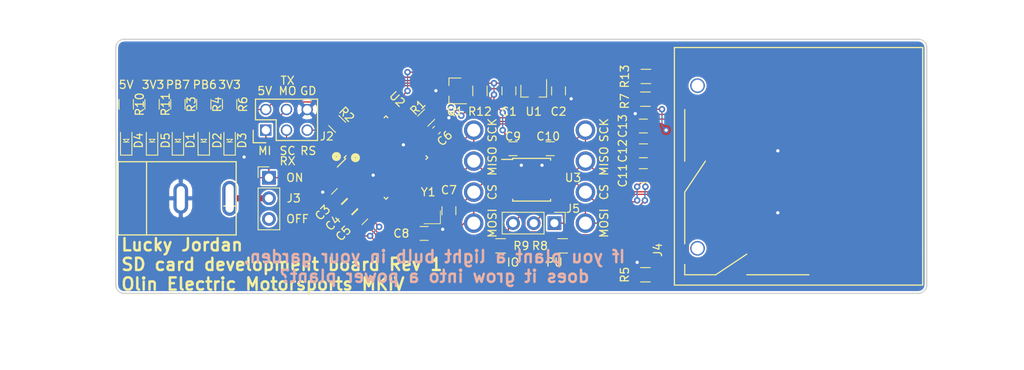
<source format=kicad_pcb>
(kicad_pcb (version 20171130) (host pcbnew 5.0.0-fee4fd1~66~ubuntu14.04.1)

  (general
    (thickness 1.6)
    (drawings 28)
    (tracks 419)
    (zones 0)
    (modules 49)
    (nets 50)
  )

  (page A4)
  (layers
    (0 F.Cu signal)
    (31 B.Cu signal)
    (32 B.Adhes user)
    (33 F.Adhes user)
    (34 B.Paste user)
    (35 F.Paste user)
    (36 B.SilkS user)
    (37 F.SilkS user)
    (38 B.Mask user)
    (39 F.Mask user)
    (40 Dwgs.User user)
    (41 Cmts.User user)
    (42 Eco1.User user)
    (43 Eco2.User user)
    (44 Edge.Cuts user)
    (45 Margin user)
    (46 B.CrtYd user)
    (47 F.CrtYd user)
    (48 B.Fab user)
    (49 F.Fab user hide)
  )

  (setup
    (last_trace_width 0.1524)
    (user_trace_width 0.1524)
    (user_trace_width 0.254)
    (user_trace_width 0.508)
    (user_trace_width 0.762)
    (trace_clearance 0.1524)
    (zone_clearance 0.2)
    (zone_45_only no)
    (trace_min 0.1524)
    (segment_width 0.2)
    (edge_width 0.15)
    (via_size 0.8)
    (via_drill 0.4)
    (via_min_size 0.4)
    (via_min_drill 0.3)
    (uvia_size 0.3)
    (uvia_drill 0.1)
    (uvias_allowed no)
    (uvia_min_size 0.2)
    (uvia_min_drill 0.1)
    (pcb_text_width 0.3)
    (pcb_text_size 1.5 1.5)
    (mod_edge_width 0.15)
    (mod_text_size 1 1)
    (mod_text_width 0.15)
    (pad_size 1.524 1.524)
    (pad_drill 0.762)
    (pad_to_mask_clearance 0.2)
    (aux_axis_origin 0 0)
    (visible_elements FFFFFF7F)
    (pcbplotparams
      (layerselection 0x010f0_ffffffff)
      (usegerberextensions false)
      (usegerberattributes false)
      (usegerberadvancedattributes false)
      (creategerberjobfile false)
      (excludeedgelayer true)
      (linewidth 0.100000)
      (plotframeref false)
      (viasonmask false)
      (mode 1)
      (useauxorigin false)
      (hpglpennumber 1)
      (hpglpenspeed 20)
      (hpglpendiameter 15.000000)
      (psnegative false)
      (psa4output false)
      (plotreference true)
      (plotvalue true)
      (plotinvisibletext false)
      (padsonsilk false)
      (subtractmaskfromsilk false)
      (outputformat 1)
      (mirror false)
      (drillshape 0)
      (scaleselection 1)
      (outputdirectory "gerbers/"))
  )

  (net 0 "")
  (net 1 GND)
  (net 2 +5V)
  (net 3 +3V3)
  (net 4 /AVCC)
  (net 5 /XTAL2)
  (net 6 /XTAL1)
  (net 7 "Net-(D1-Pad2)")
  (net 8 "Net-(D2-Pad2)")
  (net 9 "Net-(D3-Pad2)")
  (net 10 /cathode)
  (net 11 "Net-(D4-Pad2)")
  (net 12 "Net-(D5-Pad2)")
  (net 13 "Net-(J1-Pad1)")
  (net 14 /MISO)
  (net 15 /SCK)
  (net 16 /MOSI)
  (net 17 /RESET)
  (net 18 "Net-(J3-Pad3)")
  (net 19 /SS_3V3)
  (net 20 /MOSI_3v3)
  (net 21 /SCK_3V3)
  (net 22 /MISO_3V3)
  (net 23 "Net-(J4-Pad8)")
  (net 24 "Net-(J4-Pad9)")
  (net 25 /Protect)
  (net 26 /Detect)
  (net 27 /OE_IO)
  (net 28 /OE)
  (net 29 "Net-(J5-Pad1)")
  (net 30 /LED_drive)
  (net 31 /LED1)
  (net 32 /LED2)
  (net 33 /LED3)
  (net 34 /SS)
  (net 35 "Net-(U2-Pad6)")
  (net 36 "Net-(U2-Pad7)")
  (net 37 "Net-(U2-Pad14)")
  (net 38 "Net-(U2-Pad15)")
  (net 39 "Net-(U2-Pad17)")
  (net 40 "Net-(U2-Pad18)")
  (net 41 "Net-(U2-Pad21)")
  (net 42 "Net-(U2-Pad22)")
  (net 43 "Net-(U2-Pad29)")
  (net 44 "Net-(U2-Pad32)")
  (net 45 "Net-(U3-Pad9)")
  (net 46 "Net-(U3-Pad6)")
  (net 47 "Net-(U2-Pad30)")
  (net 48 "Net-(U2-Pad9)")
  (net 49 "Net-(U2-Pad8)")

  (net_class Default "This is the default net class."
    (clearance 0.1524)
    (trace_width 0.1524)
    (via_dia 0.8)
    (via_drill 0.4)
    (uvia_dia 0.3)
    (uvia_drill 0.1)
    (add_net +3V3)
    (add_net +5V)
    (add_net /AVCC)
    (add_net /Detect)
    (add_net /LED1)
    (add_net /LED2)
    (add_net /LED3)
    (add_net /LED_drive)
    (add_net /MISO)
    (add_net /MISO_3V3)
    (add_net /MOSI)
    (add_net /MOSI_3v3)
    (add_net /OE)
    (add_net /OE_IO)
    (add_net /Protect)
    (add_net /RESET)
    (add_net /SCK)
    (add_net /SCK_3V3)
    (add_net /SS)
    (add_net /SS_3V3)
    (add_net /XTAL1)
    (add_net /XTAL2)
    (add_net /cathode)
    (add_net GND)
    (add_net "Net-(D1-Pad2)")
    (add_net "Net-(D2-Pad2)")
    (add_net "Net-(D3-Pad2)")
    (add_net "Net-(D4-Pad2)")
    (add_net "Net-(D5-Pad2)")
    (add_net "Net-(J1-Pad1)")
    (add_net "Net-(J3-Pad3)")
    (add_net "Net-(J4-Pad8)")
    (add_net "Net-(J4-Pad9)")
    (add_net "Net-(J5-Pad1)")
    (add_net "Net-(U2-Pad14)")
    (add_net "Net-(U2-Pad15)")
    (add_net "Net-(U2-Pad17)")
    (add_net "Net-(U2-Pad18)")
    (add_net "Net-(U2-Pad21)")
    (add_net "Net-(U2-Pad22)")
    (add_net "Net-(U2-Pad29)")
    (add_net "Net-(U2-Pad30)")
    (add_net "Net-(U2-Pad32)")
    (add_net "Net-(U2-Pad6)")
    (add_net "Net-(U2-Pad7)")
    (add_net "Net-(U2-Pad8)")
    (add_net "Net-(U2-Pad9)")
    (add_net "Net-(U3-Pad6)")
    (add_net "Net-(U3-Pad9)")
  )

  (module footprints:C_0805_OEM (layer F.Cu) (tedit 59F250E7) (tstamp 5BB5E652)
    (at 106.426 109.22)
    (descr "Capacitor SMD 0805, reflow soldering, AVX (see smccp.pdf)")
    (tags "capacitor 0805")
    (path /5BB32C71)
    (attr smd)
    (fp_text reference C8 (at -2.794 0) (layer F.SilkS)
      (effects (font (size 1 1) (thickness 0.15)))
    )
    (fp_text value C_30pF (at 0 1.75) (layer F.Fab) hide
      (effects (font (size 1 1) (thickness 0.15)))
    )
    (fp_line (start 1.75 0.87) (end -1.75 0.87) (layer F.CrtYd) (width 0.05))
    (fp_line (start 1.75 0.87) (end 1.75 -0.88) (layer F.CrtYd) (width 0.05))
    (fp_line (start -1.75 -0.88) (end -1.75 0.87) (layer F.CrtYd) (width 0.05))
    (fp_line (start -1.75 -0.88) (end 1.75 -0.88) (layer F.CrtYd) (width 0.05))
    (fp_line (start -0.5 0.85) (end 0.5 0.85) (layer F.SilkS) (width 0.12))
    (fp_line (start 0.5 -0.85) (end -0.5 -0.85) (layer F.SilkS) (width 0.12))
    (fp_line (start -1 -0.62) (end 1 -0.62) (layer F.Fab) (width 0.1))
    (fp_line (start 1 -0.62) (end 1 0.62) (layer F.Fab) (width 0.1))
    (fp_line (start 1 0.62) (end -1 0.62) (layer F.Fab) (width 0.1))
    (fp_line (start -1 0.62) (end -1 -0.62) (layer F.Fab) (width 0.1))
    (pad 2 smd rect (at 1 0) (size 1 1.25) (layers F.Cu F.Paste F.Mask)
      (net 1 GND))
    (pad 1 smd rect (at -1 0) (size 1 1.25) (layers F.Cu F.Paste F.Mask)
      (net 6 /XTAL1))
    (model /home/josh/Formula/OEM_Preferred_Parts/3DModels/C_0805_OEM/C_0805.wrl
      (at (xyz 0 0 0))
      (scale (xyz 1 1 1))
      (rotate (xyz 0 0 0))
    )
  )

  (module footprints:barrel_jack_PJ-037A (layer F.Cu) (tedit 5BB59384) (tstamp 5BB58D7B)
    (at 82.55 104.902)
    (path /5BB677D4)
    (fp_text reference J1 (at 0 0.5) (layer F.SilkS)
      (effects (font (size 1 1) (thickness 0.15)))
    )
    (fp_text value Barrel_jack (at 0 -0.5) (layer F.Fab)
      (effects (font (size 1 1) (thickness 0.15)))
    )
    (fp_line (start -10.2 -4.5) (end -10.2 4.5) (layer F.SilkS) (width 0.15))
    (fp_line (start -13.7 4.5) (end 0.8 4.5) (layer F.SilkS) (width 0.15))
    (fp_line (start 0.8 -4.5) (end 0.8 4.5) (layer F.SilkS) (width 0.15))
    (fp_line (start -13.7 -4.5) (end 0.8 -4.5) (layer F.SilkS) (width 0.15))
    (fp_line (start -13.7 -4.5) (end -13.7 4.5) (layer F.SilkS) (width 0.15))
    (pad 2 thru_hole oval (at -6 0) (size 1.8 3.8) (drill oval 1 3) (layers *.Cu *.Mask)
      (net 1 GND))
    (pad 1 thru_hole oval (at 0 0) (size 1.8 4.3) (drill oval 1 3.5) (layers *.Cu *.Mask)
      (net 13 "Net-(J1-Pad1)"))
  )

  (module footprints:C_0805_OEM (layer F.Cu) (tedit 59F250E7) (tstamp 5BB58C62)
    (at 116.84 91.694 270)
    (descr "Capacitor SMD 0805, reflow soldering, AVX (see smccp.pdf)")
    (tags "capacitor 0805")
    (path /5BB3B9A9)
    (attr smd)
    (fp_text reference C1 (at 2.54 0) (layer F.SilkS)
      (effects (font (size 1 1) (thickness 0.15)))
    )
    (fp_text value C_0.1uF (at 0 1.75 270) (layer F.Fab) hide
      (effects (font (size 1 1) (thickness 0.15)))
    )
    (fp_line (start 1.75 0.87) (end -1.75 0.87) (layer F.CrtYd) (width 0.05))
    (fp_line (start 1.75 0.87) (end 1.75 -0.88) (layer F.CrtYd) (width 0.05))
    (fp_line (start -1.75 -0.88) (end -1.75 0.87) (layer F.CrtYd) (width 0.05))
    (fp_line (start -1.75 -0.88) (end 1.75 -0.88) (layer F.CrtYd) (width 0.05))
    (fp_line (start -0.5 0.85) (end 0.5 0.85) (layer F.SilkS) (width 0.12))
    (fp_line (start 0.5 -0.85) (end -0.5 -0.85) (layer F.SilkS) (width 0.12))
    (fp_line (start -1 -0.62) (end 1 -0.62) (layer F.Fab) (width 0.1))
    (fp_line (start 1 -0.62) (end 1 0.62) (layer F.Fab) (width 0.1))
    (fp_line (start 1 0.62) (end -1 0.62) (layer F.Fab) (width 0.1))
    (fp_line (start -1 0.62) (end -1 -0.62) (layer F.Fab) (width 0.1))
    (pad 2 smd rect (at 1 0 270) (size 1 1.25) (layers F.Cu F.Paste F.Mask)
      (net 1 GND))
    (pad 1 smd rect (at -1 0 270) (size 1 1.25) (layers F.Cu F.Paste F.Mask)
      (net 2 +5V))
    (model /home/josh/Formula/OEM_Preferred_Parts/3DModels/C_0805_OEM/C_0805.wrl
      (at (xyz 0 0 0))
      (scale (xyz 1 1 1))
      (rotate (xyz 0 0 0))
    )
  )

  (module footprints:C_0805_OEM (layer F.Cu) (tedit 59F250E7) (tstamp 5BB58C72)
    (at 122.936 91.694 270)
    (descr "Capacitor SMD 0805, reflow soldering, AVX (see smccp.pdf)")
    (tags "capacitor 0805")
    (path /5BB3BA27)
    (attr smd)
    (fp_text reference C2 (at 2.54 0) (layer F.SilkS)
      (effects (font (size 1 1) (thickness 0.15)))
    )
    (fp_text value C_0.1uF (at 0 1.75 270) (layer F.Fab) hide
      (effects (font (size 1 1) (thickness 0.15)))
    )
    (fp_line (start 1.75 0.87) (end -1.75 0.87) (layer F.CrtYd) (width 0.05))
    (fp_line (start 1.75 0.87) (end 1.75 -0.88) (layer F.CrtYd) (width 0.05))
    (fp_line (start -1.75 -0.88) (end -1.75 0.87) (layer F.CrtYd) (width 0.05))
    (fp_line (start -1.75 -0.88) (end 1.75 -0.88) (layer F.CrtYd) (width 0.05))
    (fp_line (start -0.5 0.85) (end 0.5 0.85) (layer F.SilkS) (width 0.12))
    (fp_line (start 0.5 -0.85) (end -0.5 -0.85) (layer F.SilkS) (width 0.12))
    (fp_line (start -1 -0.62) (end 1 -0.62) (layer F.Fab) (width 0.1))
    (fp_line (start 1 -0.62) (end 1 0.62) (layer F.Fab) (width 0.1))
    (fp_line (start 1 0.62) (end -1 0.62) (layer F.Fab) (width 0.1))
    (fp_line (start -1 0.62) (end -1 -0.62) (layer F.Fab) (width 0.1))
    (pad 2 smd rect (at 1 0 270) (size 1 1.25) (layers F.Cu F.Paste F.Mask)
      (net 1 GND))
    (pad 1 smd rect (at -1 0 270) (size 1 1.25) (layers F.Cu F.Paste F.Mask)
      (net 3 +3V3))
    (model /home/josh/Formula/OEM_Preferred_Parts/3DModels/C_0805_OEM/C_0805.wrl
      (at (xyz 0 0 0))
      (scale (xyz 1 1 1))
      (rotate (xyz 0 0 0))
    )
  )

  (module footprints:C_0805_OEM (layer F.Cu) (tedit 59F250E7) (tstamp 5BB58C82)
    (at 96.012 104.648 225)
    (descr "Capacitor SMD 0805, reflow soldering, AVX (see smccp.pdf)")
    (tags "capacitor 0805")
    (path /5BB2EF95)
    (attr smd)
    (fp_text reference C3 (at 2.873682 0 225) (layer F.SilkS)
      (effects (font (size 1 1) (thickness 0.15)))
    )
    (fp_text value C_10uF (at 0 1.75 225) (layer F.Fab) hide
      (effects (font (size 1 1) (thickness 0.15)))
    )
    (fp_line (start 1.75 0.87) (end -1.75 0.87) (layer F.CrtYd) (width 0.05))
    (fp_line (start 1.75 0.87) (end 1.75 -0.88) (layer F.CrtYd) (width 0.05))
    (fp_line (start -1.75 -0.88) (end -1.75 0.87) (layer F.CrtYd) (width 0.05))
    (fp_line (start -1.75 -0.88) (end 1.75 -0.88) (layer F.CrtYd) (width 0.05))
    (fp_line (start -0.5 0.85) (end 0.5 0.85) (layer F.SilkS) (width 0.12))
    (fp_line (start 0.5 -0.85) (end -0.5 -0.85) (layer F.SilkS) (width 0.12))
    (fp_line (start -1 -0.62) (end 1 -0.62) (layer F.Fab) (width 0.1))
    (fp_line (start 1 -0.62) (end 1 0.62) (layer F.Fab) (width 0.1))
    (fp_line (start 1 0.62) (end -1 0.62) (layer F.Fab) (width 0.1))
    (fp_line (start -1 0.62) (end -1 -0.62) (layer F.Fab) (width 0.1))
    (pad 2 smd rect (at 1 0 225) (size 1 1.25) (layers F.Cu F.Paste F.Mask)
      (net 1 GND))
    (pad 1 smd rect (at -1 0 225) (size 1 1.25) (layers F.Cu F.Paste F.Mask)
      (net 2 +5V))
    (model /home/josh/Formula/OEM_Preferred_Parts/3DModels/C_0805_OEM/C_0805.wrl
      (at (xyz 0 0 0))
      (scale (xyz 1 1 1))
      (rotate (xyz 0 0 0))
    )
  )

  (module footprints:C_0805_OEM (layer F.Cu) (tedit 59F250E7) (tstamp 5BB58C92)
    (at 97.282 105.918 225)
    (descr "Capacitor SMD 0805, reflow soldering, AVX (see smccp.pdf)")
    (tags "capacitor 0805")
    (path /5BB2EC30)
    (attr smd)
    (fp_text reference C4 (at 2.873682 0 225) (layer F.SilkS)
      (effects (font (size 1 1) (thickness 0.15)))
    )
    (fp_text value C_1uF (at 0 1.75 225) (layer F.Fab) hide
      (effects (font (size 1 1) (thickness 0.15)))
    )
    (fp_line (start 1.75 0.87) (end -1.75 0.87) (layer F.CrtYd) (width 0.05))
    (fp_line (start 1.75 0.87) (end 1.75 -0.88) (layer F.CrtYd) (width 0.05))
    (fp_line (start -1.75 -0.88) (end -1.75 0.87) (layer F.CrtYd) (width 0.05))
    (fp_line (start -1.75 -0.88) (end 1.75 -0.88) (layer F.CrtYd) (width 0.05))
    (fp_line (start -0.5 0.85) (end 0.5 0.85) (layer F.SilkS) (width 0.12))
    (fp_line (start 0.5 -0.85) (end -0.5 -0.85) (layer F.SilkS) (width 0.12))
    (fp_line (start -1 -0.62) (end 1 -0.62) (layer F.Fab) (width 0.1))
    (fp_line (start 1 -0.62) (end 1 0.62) (layer F.Fab) (width 0.1))
    (fp_line (start 1 0.62) (end -1 0.62) (layer F.Fab) (width 0.1))
    (fp_line (start -1 0.62) (end -1 -0.62) (layer F.Fab) (width 0.1))
    (pad 2 smd rect (at 1 0 225) (size 1 1.25) (layers F.Cu F.Paste F.Mask)
      (net 1 GND))
    (pad 1 smd rect (at -1 0 225) (size 1 1.25) (layers F.Cu F.Paste F.Mask)
      (net 2 +5V))
    (model /home/josh/Formula/OEM_Preferred_Parts/3DModels/C_0805_OEM/C_0805.wrl
      (at (xyz 0 0 0))
      (scale (xyz 1 1 1))
      (rotate (xyz 0 0 0))
    )
  )

  (module footprints:C_0805_OEM (layer F.Cu) (tedit 59F250E7) (tstamp 5BB5D4F5)
    (at 98.552 107.188 225)
    (descr "Capacitor SMD 0805, reflow soldering, AVX (see smccp.pdf)")
    (tags "capacitor 0805")
    (path /5BB2ED4C)
    (attr smd)
    (fp_text reference C5 (at 2.873682 0 225) (layer F.SilkS)
      (effects (font (size 1 1) (thickness 0.15)))
    )
    (fp_text value C_0.1uF (at 0 1.75 225) (layer F.Fab) hide
      (effects (font (size 1 1) (thickness 0.15)))
    )
    (fp_line (start 1.75 0.87) (end -1.75 0.87) (layer F.CrtYd) (width 0.05))
    (fp_line (start 1.75 0.87) (end 1.75 -0.88) (layer F.CrtYd) (width 0.05))
    (fp_line (start -1.75 -0.88) (end -1.75 0.87) (layer F.CrtYd) (width 0.05))
    (fp_line (start -1.75 -0.88) (end 1.75 -0.88) (layer F.CrtYd) (width 0.05))
    (fp_line (start -0.5 0.85) (end 0.5 0.85) (layer F.SilkS) (width 0.12))
    (fp_line (start 0.5 -0.85) (end -0.5 -0.85) (layer F.SilkS) (width 0.12))
    (fp_line (start -1 -0.62) (end 1 -0.62) (layer F.Fab) (width 0.1))
    (fp_line (start 1 -0.62) (end 1 0.62) (layer F.Fab) (width 0.1))
    (fp_line (start 1 0.62) (end -1 0.62) (layer F.Fab) (width 0.1))
    (fp_line (start -1 0.62) (end -1 -0.62) (layer F.Fab) (width 0.1))
    (pad 2 smd rect (at 1 0 225) (size 1 1.25) (layers F.Cu F.Paste F.Mask)
      (net 1 GND))
    (pad 1 smd rect (at -1 0 225) (size 1 1.25) (layers F.Cu F.Paste F.Mask)
      (net 2 +5V))
    (model /home/josh/Formula/OEM_Preferred_Parts/3DModels/C_0805_OEM/C_0805.wrl
      (at (xyz 0 0 0))
      (scale (xyz 1 1 1))
      (rotate (xyz 0 0 0))
    )
  )

  (module footprints:C_0603_1608Metric (layer F.Cu) (tedit 5B301BBE) (tstamp 5BB58CB3)
    (at 107.95 96.52 45)
    (descr "Capacitor SMD 0603 (1608 Metric), square (rectangular) end terminal, IPC_7351 nominal, (Body size source: http://www.tortai-tech.com/upload/download/2011102023233369053.pdf), generated with kicad-footprint-generator")
    (tags capacitor)
    (path /5BB2F36A)
    (attr smd)
    (fp_text reference C6 (at 0 1.436841 45) (layer F.SilkS)
      (effects (font (size 1 1) (thickness 0.15)))
    )
    (fp_text value C_100nF (at 0 1.43 45) (layer F.Fab)
      (effects (font (size 1 1) (thickness 0.15)))
    )
    (fp_text user %R (at 0 0 45) (layer F.Fab)
      (effects (font (size 0.4 0.4) (thickness 0.06)))
    )
    (fp_line (start 1.48 0.73) (end -1.48 0.73) (layer F.CrtYd) (width 0.05))
    (fp_line (start 1.48 -0.73) (end 1.48 0.73) (layer F.CrtYd) (width 0.05))
    (fp_line (start -1.48 -0.73) (end 1.48 -0.73) (layer F.CrtYd) (width 0.05))
    (fp_line (start -1.48 0.73) (end -1.48 -0.73) (layer F.CrtYd) (width 0.05))
    (fp_line (start -0.162779 0.51) (end 0.162779 0.51) (layer F.SilkS) (width 0.12))
    (fp_line (start -0.162779 -0.51) (end 0.162779 -0.51) (layer F.SilkS) (width 0.12))
    (fp_line (start 0.8 0.4) (end -0.8 0.4) (layer F.Fab) (width 0.1))
    (fp_line (start 0.8 -0.4) (end 0.8 0.4) (layer F.Fab) (width 0.1))
    (fp_line (start -0.8 -0.4) (end 0.8 -0.4) (layer F.Fab) (width 0.1))
    (fp_line (start -0.8 0.4) (end -0.8 -0.4) (layer F.Fab) (width 0.1))
    (pad 2 smd roundrect (at 0.787501 0 45) (size 0.875 0.95) (layers F.Cu F.Paste F.Mask) (roundrect_rratio 0.25)
      (net 1 GND))
    (pad 1 smd roundrect (at -0.787501 0 45) (size 0.875 0.95) (layers F.Cu F.Paste F.Mask) (roundrect_rratio 0.25)
      (net 4 /AVCC))
    (model ${KISYS3DMOD}/Capacitor_SMD.3dshapes/C_0603_1608Metric.wrl
      (at (xyz 0 0 0))
      (scale (xyz 1 1 1))
      (rotate (xyz 0 0 0))
    )
  )

  (module footprints:C_0805_OEM (layer F.Cu) (tedit 5BB5A047) (tstamp 5BB5E625)
    (at 109.474 106.426 270)
    (descr "Capacitor SMD 0805, reflow soldering, AVX (see smccp.pdf)")
    (tags "capacitor 0805")
    (path /5BB32C17)
    (attr smd)
    (fp_text reference C7 (at -2.54 0) (layer F.SilkS)
      (effects (font (size 1 1) (thickness 0.15)))
    )
    (fp_text value C_30pF (at 0 1.75 270) (layer F.Fab) hide
      (effects (font (size 1 1) (thickness 0.15)))
    )
    (fp_line (start 1.75 0.87) (end -1.75 0.87) (layer F.CrtYd) (width 0.05))
    (fp_line (start 1.75 0.87) (end 1.75 -0.88) (layer F.CrtYd) (width 0.05))
    (fp_line (start -1.75 -0.88) (end -1.75 0.87) (layer F.CrtYd) (width 0.05))
    (fp_line (start -1.75 -0.88) (end 1.75 -0.88) (layer F.CrtYd) (width 0.05))
    (fp_line (start -0.5 0.85) (end 0.5 0.85) (layer F.SilkS) (width 0.12))
    (fp_line (start 0.5 -0.85) (end -0.5 -0.85) (layer F.SilkS) (width 0.12))
    (fp_line (start -1 -0.62) (end 1 -0.62) (layer F.Fab) (width 0.1))
    (fp_line (start 1 -0.62) (end 1 0.62) (layer F.Fab) (width 0.1))
    (fp_line (start 1 0.62) (end -1 0.62) (layer F.Fab) (width 0.1))
    (fp_line (start -1 0.62) (end -1 -0.62) (layer F.Fab) (width 0.1))
    (pad 2 smd rect (at 1 0 270) (size 1 1.25) (layers F.Cu F.Paste F.Mask)
      (net 1 GND))
    (pad 1 smd rect (at -1 0 270) (size 1 1.25) (layers F.Cu F.Paste F.Mask)
      (net 5 /XTAL2))
    (model /home/josh/Formula/OEM_Preferred_Parts/3DModels/C_0805_OEM/C_0805.wrl
      (at (xyz 0 0 0))
      (scale (xyz 1 1 1))
      (rotate (xyz 0 0 0))
    )
  )

  (module footprints:C_0805_OEM (layer F.Cu) (tedit 59F250E7) (tstamp 5BB5DCE7)
    (at 117.348 98.806)
    (descr "Capacitor SMD 0805, reflow soldering, AVX (see smccp.pdf)")
    (tags "capacitor 0805")
    (path /5BB42803)
    (attr smd)
    (fp_text reference C9 (at 0 -1.5) (layer F.SilkS)
      (effects (font (size 1 1) (thickness 0.15)))
    )
    (fp_text value C_0.1uF (at 0 1.75) (layer F.Fab) hide
      (effects (font (size 1 1) (thickness 0.15)))
    )
    (fp_line (start 1.75 0.87) (end -1.75 0.87) (layer F.CrtYd) (width 0.05))
    (fp_line (start 1.75 0.87) (end 1.75 -0.88) (layer F.CrtYd) (width 0.05))
    (fp_line (start -1.75 -0.88) (end -1.75 0.87) (layer F.CrtYd) (width 0.05))
    (fp_line (start -1.75 -0.88) (end 1.75 -0.88) (layer F.CrtYd) (width 0.05))
    (fp_line (start -0.5 0.85) (end 0.5 0.85) (layer F.SilkS) (width 0.12))
    (fp_line (start 0.5 -0.85) (end -0.5 -0.85) (layer F.SilkS) (width 0.12))
    (fp_line (start -1 -0.62) (end 1 -0.62) (layer F.Fab) (width 0.1))
    (fp_line (start 1 -0.62) (end 1 0.62) (layer F.Fab) (width 0.1))
    (fp_line (start 1 0.62) (end -1 0.62) (layer F.Fab) (width 0.1))
    (fp_line (start -1 0.62) (end -1 -0.62) (layer F.Fab) (width 0.1))
    (pad 2 smd rect (at 1 0) (size 1 1.25) (layers F.Cu F.Paste F.Mask)
      (net 1 GND))
    (pad 1 smd rect (at -1 0) (size 1 1.25) (layers F.Cu F.Paste F.Mask)
      (net 2 +5V))
    (model /home/josh/Formula/OEM_Preferred_Parts/3DModels/C_0805_OEM/C_0805.wrl
      (at (xyz 0 0 0))
      (scale (xyz 1 1 1))
      (rotate (xyz 0 0 0))
    )
  )

  (module footprints:C_0805_OEM (layer F.Cu) (tedit 59F250E7) (tstamp 5BB5DD56)
    (at 121.92 98.806 180)
    (descr "Capacitor SMD 0805, reflow soldering, AVX (see smccp.pdf)")
    (tags "capacitor 0805")
    (path /5BB42885)
    (attr smd)
    (fp_text reference C10 (at 0.254 1.524 180) (layer F.SilkS)
      (effects (font (size 1 1) (thickness 0.15)))
    )
    (fp_text value C_0.1uF (at 0 1.75 180) (layer F.Fab) hide
      (effects (font (size 1 1) (thickness 0.15)))
    )
    (fp_line (start 1.75 0.87) (end -1.75 0.87) (layer F.CrtYd) (width 0.05))
    (fp_line (start 1.75 0.87) (end 1.75 -0.88) (layer F.CrtYd) (width 0.05))
    (fp_line (start -1.75 -0.88) (end -1.75 0.87) (layer F.CrtYd) (width 0.05))
    (fp_line (start -1.75 -0.88) (end 1.75 -0.88) (layer F.CrtYd) (width 0.05))
    (fp_line (start -0.5 0.85) (end 0.5 0.85) (layer F.SilkS) (width 0.12))
    (fp_line (start 0.5 -0.85) (end -0.5 -0.85) (layer F.SilkS) (width 0.12))
    (fp_line (start -1 -0.62) (end 1 -0.62) (layer F.Fab) (width 0.1))
    (fp_line (start 1 -0.62) (end 1 0.62) (layer F.Fab) (width 0.1))
    (fp_line (start 1 0.62) (end -1 0.62) (layer F.Fab) (width 0.1))
    (fp_line (start -1 0.62) (end -1 -0.62) (layer F.Fab) (width 0.1))
    (pad 2 smd rect (at 1 0 180) (size 1 1.25) (layers F.Cu F.Paste F.Mask)
      (net 1 GND))
    (pad 1 smd rect (at -1 0 180) (size 1 1.25) (layers F.Cu F.Paste F.Mask)
      (net 3 +3V3))
    (model /home/josh/Formula/OEM_Preferred_Parts/3DModels/C_0805_OEM/C_0805.wrl
      (at (xyz 0 0 0))
      (scale (xyz 1 1 1))
      (rotate (xyz 0 0 0))
    )
  )

  (module footprints:LED_0805_OEM (layer F.Cu) (tedit 5A5B129D) (tstamp 5BB5B6BE)
    (at 76.2 97.79 90)
    (descr "LED 0805 smd package")
    (tags "LED led 0805 SMD smd SMT smt smdled SMDLED smtled SMTLED")
    (path /5BB3956A)
    (attr smd)
    (fp_text reference D1 (at 0 1.524 90) (layer F.SilkS)
      (effects (font (size 1 1) (thickness 0.15)))
    )
    (fp_text value LED_0805 (at 0.508 2.032 90) (layer F.Fab) hide
      (effects (font (size 1 1) (thickness 0.15)))
    )
    (fp_line (start -1.95 -0.85) (end 1.95 -0.85) (layer F.CrtYd) (width 0.05))
    (fp_line (start -1.95 0.85) (end -1.95 -0.85) (layer F.CrtYd) (width 0.05))
    (fp_line (start 1.95 0.85) (end -1.95 0.85) (layer F.CrtYd) (width 0.05))
    (fp_line (start 1.95 -0.85) (end 1.95 0.85) (layer F.CrtYd) (width 0.05))
    (fp_line (start -1.8 -0.7) (end 1 -0.7) (layer F.SilkS) (width 0.12))
    (fp_line (start -1.8 0.7) (end 1 0.7) (layer F.SilkS) (width 0.12))
    (fp_line (start -1 0.6) (end -1 -0.6) (layer F.Fab) (width 0.1))
    (fp_line (start -1 -0.6) (end 1 -0.6) (layer F.Fab) (width 0.1))
    (fp_line (start 1 -0.6) (end 1 0.6) (layer F.Fab) (width 0.1))
    (fp_line (start 1 0.6) (end -1 0.6) (layer F.Fab) (width 0.1))
    (fp_line (start -1.8 -0.7) (end -1.8 0.7) (layer F.SilkS) (width 0.12))
    (fp_line (start -0.2 0) (end 0.1 -0.3) (layer F.SilkS) (width 0.1))
    (fp_line (start 0.1 -0.3) (end 0.15 -0.35) (layer F.SilkS) (width 0.1))
    (fp_line (start 0.15 -0.35) (end 0.15 0.3) (layer F.SilkS) (width 0.1))
    (fp_line (start 0.15 0.35) (end 0.15 0.3) (layer F.SilkS) (width 0.1))
    (fp_line (start 0.15 0.3) (end 0.15 0.35) (layer F.SilkS) (width 0.1))
    (fp_line (start 0.15 0.35) (end -0.2 0) (layer F.SilkS) (width 0.1))
    (fp_line (start -0.2 0) (end -0.2 -0.35) (layer F.SilkS) (width 0.1))
    (fp_line (start -0.2 0.35) (end -0.2 0) (layer F.SilkS) (width 0.1))
    (pad 1 smd rect (at -1.1 0 270) (size 1.2 1.2) (layers F.Cu F.Paste F.Mask)
      (net 1 GND))
    (pad 2 smd rect (at 1.1 0 270) (size 1.2 1.2) (layers F.Cu F.Paste F.Mask)
      (net 7 "Net-(D1-Pad2)"))
    (model "/home/josh/Formula/OEM_Preferred_Parts/3DModels/LED_0805/LED 0805 Base GREEN001_sp.wrl"
      (at (xyz 0 0 0))
      (scale (xyz 1 1 1))
      (rotate (xyz 0 0 180))
    )
  )

  (module footprints:LED_0805_OEM (layer F.Cu) (tedit 5A5B129D) (tstamp 5BB5CB51)
    (at 79.375 97.79 90)
    (descr "LED 0805 smd package")
    (tags "LED led 0805 SMD smd SMT smt smdled SMDLED smtled SMTLED")
    (path /5BB39E7B)
    (attr smd)
    (fp_text reference D2 (at 0 1.651 90) (layer F.SilkS)
      (effects (font (size 1 1) (thickness 0.15)))
    )
    (fp_text value LED_0805 (at 0.508 2.032 90) (layer F.Fab) hide
      (effects (font (size 1 1) (thickness 0.15)))
    )
    (fp_line (start -1.95 -0.85) (end 1.95 -0.85) (layer F.CrtYd) (width 0.05))
    (fp_line (start -1.95 0.85) (end -1.95 -0.85) (layer F.CrtYd) (width 0.05))
    (fp_line (start 1.95 0.85) (end -1.95 0.85) (layer F.CrtYd) (width 0.05))
    (fp_line (start 1.95 -0.85) (end 1.95 0.85) (layer F.CrtYd) (width 0.05))
    (fp_line (start -1.8 -0.7) (end 1 -0.7) (layer F.SilkS) (width 0.12))
    (fp_line (start -1.8 0.7) (end 1 0.7) (layer F.SilkS) (width 0.12))
    (fp_line (start -1 0.6) (end -1 -0.6) (layer F.Fab) (width 0.1))
    (fp_line (start -1 -0.6) (end 1 -0.6) (layer F.Fab) (width 0.1))
    (fp_line (start 1 -0.6) (end 1 0.6) (layer F.Fab) (width 0.1))
    (fp_line (start 1 0.6) (end -1 0.6) (layer F.Fab) (width 0.1))
    (fp_line (start -1.8 -0.7) (end -1.8 0.7) (layer F.SilkS) (width 0.12))
    (fp_line (start -0.2 0) (end 0.1 -0.3) (layer F.SilkS) (width 0.1))
    (fp_line (start 0.1 -0.3) (end 0.15 -0.35) (layer F.SilkS) (width 0.1))
    (fp_line (start 0.15 -0.35) (end 0.15 0.3) (layer F.SilkS) (width 0.1))
    (fp_line (start 0.15 0.35) (end 0.15 0.3) (layer F.SilkS) (width 0.1))
    (fp_line (start 0.15 0.3) (end 0.15 0.35) (layer F.SilkS) (width 0.1))
    (fp_line (start 0.15 0.35) (end -0.2 0) (layer F.SilkS) (width 0.1))
    (fp_line (start -0.2 0) (end -0.2 -0.35) (layer F.SilkS) (width 0.1))
    (fp_line (start -0.2 0.35) (end -0.2 0) (layer F.SilkS) (width 0.1))
    (pad 1 smd rect (at -1.1 0 270) (size 1.2 1.2) (layers F.Cu F.Paste F.Mask)
      (net 1 GND))
    (pad 2 smd rect (at 1.1 0 270) (size 1.2 1.2) (layers F.Cu F.Paste F.Mask)
      (net 8 "Net-(D2-Pad2)"))
    (model "/home/josh/Formula/OEM_Preferred_Parts/3DModels/LED_0805/LED 0805 Base GREEN001_sp.wrl"
      (at (xyz 0 0 0))
      (scale (xyz 1 1 1))
      (rotate (xyz 0 0 180))
    )
  )

  (module footprints:LED_0805_OEM (layer F.Cu) (tedit 5A5B129D) (tstamp 5BB5CF2C)
    (at 82.55 97.79 90)
    (descr "LED 0805 smd package")
    (tags "LED led 0805 SMD smd SMT smt smdled SMDLED smtled SMTLED")
    (path /5BB3A161)
    (attr smd)
    (fp_text reference D3 (at 0 1.524 90) (layer F.SilkS)
      (effects (font (size 1 1) (thickness 0.15)))
    )
    (fp_text value LED_0805 (at 0.508 2.032 90) (layer F.Fab) hide
      (effects (font (size 1 1) (thickness 0.15)))
    )
    (fp_line (start -1.95 -0.85) (end 1.95 -0.85) (layer F.CrtYd) (width 0.05))
    (fp_line (start -1.95 0.85) (end -1.95 -0.85) (layer F.CrtYd) (width 0.05))
    (fp_line (start 1.95 0.85) (end -1.95 0.85) (layer F.CrtYd) (width 0.05))
    (fp_line (start 1.95 -0.85) (end 1.95 0.85) (layer F.CrtYd) (width 0.05))
    (fp_line (start -1.8 -0.7) (end 1 -0.7) (layer F.SilkS) (width 0.12))
    (fp_line (start -1.8 0.7) (end 1 0.7) (layer F.SilkS) (width 0.12))
    (fp_line (start -1 0.6) (end -1 -0.6) (layer F.Fab) (width 0.1))
    (fp_line (start -1 -0.6) (end 1 -0.6) (layer F.Fab) (width 0.1))
    (fp_line (start 1 -0.6) (end 1 0.6) (layer F.Fab) (width 0.1))
    (fp_line (start 1 0.6) (end -1 0.6) (layer F.Fab) (width 0.1))
    (fp_line (start -1.8 -0.7) (end -1.8 0.7) (layer F.SilkS) (width 0.12))
    (fp_line (start -0.2 0) (end 0.1 -0.3) (layer F.SilkS) (width 0.1))
    (fp_line (start 0.1 -0.3) (end 0.15 -0.35) (layer F.SilkS) (width 0.1))
    (fp_line (start 0.15 -0.35) (end 0.15 0.3) (layer F.SilkS) (width 0.1))
    (fp_line (start 0.15 0.35) (end 0.15 0.3) (layer F.SilkS) (width 0.1))
    (fp_line (start 0.15 0.3) (end 0.15 0.35) (layer F.SilkS) (width 0.1))
    (fp_line (start 0.15 0.35) (end -0.2 0) (layer F.SilkS) (width 0.1))
    (fp_line (start -0.2 0) (end -0.2 -0.35) (layer F.SilkS) (width 0.1))
    (fp_line (start -0.2 0.35) (end -0.2 0) (layer F.SilkS) (width 0.1))
    (pad 1 smd rect (at -1.1 0 270) (size 1.2 1.2) (layers F.Cu F.Paste F.Mask)
      (net 1 GND))
    (pad 2 smd rect (at 1.1 0 270) (size 1.2 1.2) (layers F.Cu F.Paste F.Mask)
      (net 9 "Net-(D3-Pad2)"))
    (model "/home/josh/Formula/OEM_Preferred_Parts/3DModels/LED_0805/LED 0805 Base GREEN001_sp.wrl"
      (at (xyz 0 0 0))
      (scale (xyz 1 1 1))
      (rotate (xyz 0 0 180))
    )
  )

  (module footprints:LED_0805_OEM (layer F.Cu) (tedit 5A5B129D) (tstamp 5BB5B62E)
    (at 69.85 97.79 90)
    (descr "LED 0805 smd package")
    (tags "LED led 0805 SMD smd SMT smt smdled SMDLED smtled SMTLED")
    (path /5BB49BAA)
    (attr smd)
    (fp_text reference D4 (at 0 1.524 90) (layer F.SilkS)
      (effects (font (size 1 1) (thickness 0.15)))
    )
    (fp_text value LED_0805 (at 0.508 2.032 90) (layer F.Fab) hide
      (effects (font (size 1 1) (thickness 0.15)))
    )
    (fp_line (start -1.95 -0.85) (end 1.95 -0.85) (layer F.CrtYd) (width 0.05))
    (fp_line (start -1.95 0.85) (end -1.95 -0.85) (layer F.CrtYd) (width 0.05))
    (fp_line (start 1.95 0.85) (end -1.95 0.85) (layer F.CrtYd) (width 0.05))
    (fp_line (start 1.95 -0.85) (end 1.95 0.85) (layer F.CrtYd) (width 0.05))
    (fp_line (start -1.8 -0.7) (end 1 -0.7) (layer F.SilkS) (width 0.12))
    (fp_line (start -1.8 0.7) (end 1 0.7) (layer F.SilkS) (width 0.12))
    (fp_line (start -1 0.6) (end -1 -0.6) (layer F.Fab) (width 0.1))
    (fp_line (start -1 -0.6) (end 1 -0.6) (layer F.Fab) (width 0.1))
    (fp_line (start 1 -0.6) (end 1 0.6) (layer F.Fab) (width 0.1))
    (fp_line (start 1 0.6) (end -1 0.6) (layer F.Fab) (width 0.1))
    (fp_line (start -1.8 -0.7) (end -1.8 0.7) (layer F.SilkS) (width 0.12))
    (fp_line (start -0.2 0) (end 0.1 -0.3) (layer F.SilkS) (width 0.1))
    (fp_line (start 0.1 -0.3) (end 0.15 -0.35) (layer F.SilkS) (width 0.1))
    (fp_line (start 0.15 -0.35) (end 0.15 0.3) (layer F.SilkS) (width 0.1))
    (fp_line (start 0.15 0.35) (end 0.15 0.3) (layer F.SilkS) (width 0.1))
    (fp_line (start 0.15 0.3) (end 0.15 0.35) (layer F.SilkS) (width 0.1))
    (fp_line (start 0.15 0.35) (end -0.2 0) (layer F.SilkS) (width 0.1))
    (fp_line (start -0.2 0) (end -0.2 -0.35) (layer F.SilkS) (width 0.1))
    (fp_line (start -0.2 0.35) (end -0.2 0) (layer F.SilkS) (width 0.1))
    (pad 1 smd rect (at -1.1 0 270) (size 1.2 1.2) (layers F.Cu F.Paste F.Mask)
      (net 10 /cathode))
    (pad 2 smd rect (at 1.1 0 270) (size 1.2 1.2) (layers F.Cu F.Paste F.Mask)
      (net 11 "Net-(D4-Pad2)"))
    (model "/home/josh/Formula/OEM_Preferred_Parts/3DModels/LED_0805/LED 0805 Base GREEN001_sp.wrl"
      (at (xyz 0 0 0))
      (scale (xyz 1 1 1))
      (rotate (xyz 0 0 180))
    )
  )

  (module footprints:LED_0805_OEM (layer F.Cu) (tedit 5A5B129D) (tstamp 5BB5B676)
    (at 73.025 97.79 90)
    (descr "LED 0805 smd package")
    (tags "LED led 0805 SMD smd SMT smt smdled SMDLED smtled SMTLED")
    (path /5BB49C26)
    (attr smd)
    (fp_text reference D5 (at 0 1.651 90) (layer F.SilkS)
      (effects (font (size 1 1) (thickness 0.15)))
    )
    (fp_text value LED_0805 (at 0.508 2.032 90) (layer F.Fab) hide
      (effects (font (size 1 1) (thickness 0.15)))
    )
    (fp_line (start -1.95 -0.85) (end 1.95 -0.85) (layer F.CrtYd) (width 0.05))
    (fp_line (start -1.95 0.85) (end -1.95 -0.85) (layer F.CrtYd) (width 0.05))
    (fp_line (start 1.95 0.85) (end -1.95 0.85) (layer F.CrtYd) (width 0.05))
    (fp_line (start 1.95 -0.85) (end 1.95 0.85) (layer F.CrtYd) (width 0.05))
    (fp_line (start -1.8 -0.7) (end 1 -0.7) (layer F.SilkS) (width 0.12))
    (fp_line (start -1.8 0.7) (end 1 0.7) (layer F.SilkS) (width 0.12))
    (fp_line (start -1 0.6) (end -1 -0.6) (layer F.Fab) (width 0.1))
    (fp_line (start -1 -0.6) (end 1 -0.6) (layer F.Fab) (width 0.1))
    (fp_line (start 1 -0.6) (end 1 0.6) (layer F.Fab) (width 0.1))
    (fp_line (start 1 0.6) (end -1 0.6) (layer F.Fab) (width 0.1))
    (fp_line (start -1.8 -0.7) (end -1.8 0.7) (layer F.SilkS) (width 0.12))
    (fp_line (start -0.2 0) (end 0.1 -0.3) (layer F.SilkS) (width 0.1))
    (fp_line (start 0.1 -0.3) (end 0.15 -0.35) (layer F.SilkS) (width 0.1))
    (fp_line (start 0.15 -0.35) (end 0.15 0.3) (layer F.SilkS) (width 0.1))
    (fp_line (start 0.15 0.35) (end 0.15 0.3) (layer F.SilkS) (width 0.1))
    (fp_line (start 0.15 0.3) (end 0.15 0.35) (layer F.SilkS) (width 0.1))
    (fp_line (start 0.15 0.35) (end -0.2 0) (layer F.SilkS) (width 0.1))
    (fp_line (start -0.2 0) (end -0.2 -0.35) (layer F.SilkS) (width 0.1))
    (fp_line (start -0.2 0.35) (end -0.2 0) (layer F.SilkS) (width 0.1))
    (pad 1 smd rect (at -1.1 0 270) (size 1.2 1.2) (layers F.Cu F.Paste F.Mask)
      (net 10 /cathode))
    (pad 2 smd rect (at 1.1 0 270) (size 1.2 1.2) (layers F.Cu F.Paste F.Mask)
      (net 12 "Net-(D5-Pad2)"))
    (model "/home/josh/Formula/OEM_Preferred_Parts/3DModels/LED_0805/LED 0805 Base GREEN001_sp.wrl"
      (at (xyz 0 0 0))
      (scale (xyz 1 1 1))
      (rotate (xyz 0 0 180))
    )
  )

  (module footprints:Pin_Header_Straight_2x03 (layer F.Cu) (tedit 5BB5911C) (tstamp 5BB58D92)
    (at 86.995 96.52 90)
    (descr "Through hole pin header")
    (tags "pin header")
    (path /5BB34905)
    (fp_text reference J2 (at -0.762 7.493 180) (layer F.SilkS)
      (effects (font (size 1 1) (thickness 0.15)))
    )
    (fp_text value CONN_02X03 (at 1.27 7.874 90) (layer F.Fab) hide
      (effects (font (size 1 1) (thickness 0.15)))
    )
    (fp_line (start 3.81 1.27) (end 3.81 -1.27) (layer F.SilkS) (width 0.15))
    (fp_line (start 3.81 -1.27) (end 1.27 -1.27) (layer F.SilkS) (width 0.15))
    (fp_line (start -1.55 -1.55) (end -1.55 0) (layer F.SilkS) (width 0.15))
    (fp_line (start 3.81 6.35) (end 3.81 1.27) (layer F.SilkS) (width 0.15))
    (fp_line (start -1.27 6.35) (end 3.81 6.35) (layer F.SilkS) (width 0.15))
    (fp_line (start 1.27 1.27) (end -1.27 1.27) (layer F.SilkS) (width 0.15))
    (fp_line (start 1.27 -1.27) (end 1.27 1.27) (layer F.SilkS) (width 0.15))
    (fp_line (start -1.75 6.85) (end 4.3 6.85) (layer F.CrtYd) (width 0.05))
    (fp_line (start -1.75 -1.75) (end 4.3 -1.75) (layer F.CrtYd) (width 0.05))
    (fp_line (start 4.3 -1.75) (end 4.3 6.85) (layer F.CrtYd) (width 0.05))
    (fp_line (start -1.75 -1.75) (end -1.75 6.85) (layer F.CrtYd) (width 0.05))
    (fp_line (start -1.55 -1.55) (end 0 -1.55) (layer F.SilkS) (width 0.15))
    (fp_line (start -1.27 1.27) (end -1.27 6.35) (layer F.SilkS) (width 0.15))
    (pad 6 thru_hole circle (at 2.54 5.08 90) (size 1.4 1.4) (drill 1.016) (layers *.Cu *.Mask)
      (net 1 GND))
    (pad 5 thru_hole circle (at 0 5.08 90) (size 1.4 1.4) (drill 1.016) (layers *.Cu *.Mask)
      (net 17 /RESET))
    (pad 4 thru_hole circle (at 2.54 2.54 90) (size 1.4 1.4) (drill 1.016) (layers *.Cu *.Mask)
      (net 16 /MOSI))
    (pad 3 thru_hole circle (at 0 2.54 90) (size 1.4 1.4) (drill 1.016) (layers *.Cu *.Mask)
      (net 15 /SCK))
    (pad 2 thru_hole circle (at 2.54 0 90) (size 1.4 1.4) (drill 1.016) (layers *.Cu *.Mask)
      (net 2 +5V))
    (pad 1 thru_hole rect (at 0 0 90) (size 1.4 1.4) (drill 1.016) (layers *.Cu *.Mask)
      (net 14 /MISO))
    (model Pin_Headers.3dshapes/Pin_Header_Straight_2x03.wrl
      (offset (xyz 1.269999980926514 -2.539999961853027 0))
      (scale (xyz 1 1 1))
      (rotate (xyz 0 0 90))
    )
  )

  (module Pin_Headers:Pin_Header_Straight_1x03_Pitch2.54mm (layer F.Cu) (tedit 59650532) (tstamp 5BB58DA9)
    (at 87.376 102.362)
    (descr "Through hole straight pin header, 1x03, 2.54mm pitch, single row")
    (tags "Through hole pin header THT 1x03 2.54mm single row")
    (path /5BB67E23)
    (fp_text reference J3 (at 3.048 2.54) (layer F.SilkS)
      (effects (font (size 1 1) (thickness 0.15)))
    )
    (fp_text value CONN_01X03 (at 0 7.41) (layer F.Fab)
      (effects (font (size 1 1) (thickness 0.15)))
    )
    (fp_line (start -0.635 -1.27) (end 1.27 -1.27) (layer F.Fab) (width 0.1))
    (fp_line (start 1.27 -1.27) (end 1.27 6.35) (layer F.Fab) (width 0.1))
    (fp_line (start 1.27 6.35) (end -1.27 6.35) (layer F.Fab) (width 0.1))
    (fp_line (start -1.27 6.35) (end -1.27 -0.635) (layer F.Fab) (width 0.1))
    (fp_line (start -1.27 -0.635) (end -0.635 -1.27) (layer F.Fab) (width 0.1))
    (fp_line (start -1.33 6.41) (end 1.33 6.41) (layer F.SilkS) (width 0.12))
    (fp_line (start -1.33 1.27) (end -1.33 6.41) (layer F.SilkS) (width 0.12))
    (fp_line (start 1.33 1.27) (end 1.33 6.41) (layer F.SilkS) (width 0.12))
    (fp_line (start -1.33 1.27) (end 1.33 1.27) (layer F.SilkS) (width 0.12))
    (fp_line (start -1.33 0) (end -1.33 -1.33) (layer F.SilkS) (width 0.12))
    (fp_line (start -1.33 -1.33) (end 0 -1.33) (layer F.SilkS) (width 0.12))
    (fp_line (start -1.8 -1.8) (end -1.8 6.85) (layer F.CrtYd) (width 0.05))
    (fp_line (start -1.8 6.85) (end 1.8 6.85) (layer F.CrtYd) (width 0.05))
    (fp_line (start 1.8 6.85) (end 1.8 -1.8) (layer F.CrtYd) (width 0.05))
    (fp_line (start 1.8 -1.8) (end -1.8 -1.8) (layer F.CrtYd) (width 0.05))
    (fp_text user %R (at 0 2.54 90) (layer F.Fab)
      (effects (font (size 1 1) (thickness 0.15)))
    )
    (pad 1 thru_hole rect (at 0 0) (size 1.7 1.7) (drill 1) (layers *.Cu *.Mask)
      (net 2 +5V))
    (pad 2 thru_hole oval (at 0 2.54) (size 1.7 1.7) (drill 1) (layers *.Cu *.Mask)
      (net 13 "Net-(J1-Pad1)"))
    (pad 3 thru_hole oval (at 0 5.08) (size 1.7 1.7) (drill 1) (layers *.Cu *.Mask)
      (net 18 "Net-(J3-Pad3)"))
    (model ${KISYS3DMOD}/Pin_Headers.3dshapes/Pin_Header_Straight_1x03_Pitch2.54mm.wrl
      (at (xyz 0 0 0))
      (scale (xyz 1 1 1))
      (rotate (xyz 0 0 0))
    )
  )

  (module footprints:sd_socket_molex_5009980900 (layer F.Cu) (tedit 5BB58F2B) (tstamp 5BB5FA8E)
    (at 152.4 101.6 270)
    (path /5BB5CD32)
    (fp_text reference J4 (at 9.652 17.272 270) (layer F.SilkS)
      (effects (font (size 1 1) (thickness 0.15)))
    )
    (fp_text value SD_socket (at 1.27 17.78 270) (layer F.Fab)
      (effects (font (size 1 1) (thickness 0.15)))
    )
    (fp_line (start 12.7 13.97) (end 12.7 10.16) (layer F.SilkS) (width 0.15))
    (fp_line (start -15.24 15.24) (end 13.97 15.24) (layer F.SilkS) (width 0.15))
    (fp_line (start 13.97 -15.24) (end 10.16 -15.24) (layer F.SilkS) (width 0.15))
    (fp_line (start 13.97 15.24) (end 13.97 -15.24) (layer F.SilkS) (width 0.15))
    (fp_line (start -15.24 -15.24) (end -15.24 15.24) (layer F.SilkS) (width 0.15))
    (fp_line (start -6.35 -15.24) (end -15.24 -15.24) (layer F.SilkS) (width 0.15))
    (fp_line (start 10.16 -15.24) (end -6.35 -15.24) (layer F.SilkS) (width 0.15))
    (fp_line (start 12.7 -1.27) (end 12.7 6.35) (layer F.SilkS) (width 0.15))
    (fp_line (start 12.7 10.16) (end 10.16 6.35) (layer F.SilkS) (width 0.15))
    (fp_line (start 11.43 13.97) (end 12.7 13.97) (layer F.SilkS) (width 0.15))
    (fp_line (start -7.62 13.97) (end -1.27 13.97) (layer F.SilkS) (width 0.15))
    (fp_line (start 2.54 13.97) (end -1.27 11.43) (layer F.SilkS) (width 0.15))
    (fp_line (start 8.89 13.97) (end 2.54 13.97) (layer F.SilkS) (width 0.15))
    (pad "" smd rect (at -14.55 -8.2 270) (size 2.5 2.6) (layers F.Cu F.Paste F.Mask))
    (pad "" smd rect (at 12.85 -8.2 270) (size 2.5 2.6) (layers F.Cu F.Paste F.Mask))
    (pad "" thru_hole circle (at 9.45 12.4 270) (size 1.8 1.8) (drill 1.45) (layers *.Cu *.Mask))
    (pad "" thru_hole circle (at -10.55 12.4 270) (size 1.8 1.8) (drill 1.45) (layers *.Cu *.Mask))
    (pad 12 smd rect (at -8.9 14.9 270) (size 3.3 1.7) (layers F.Cu F.Paste F.Mask)
      (net 26 /Detect))
    (pad 11 smd rect (at 12.6 -2.2 270) (size 1.95 2.3) (layers F.Cu F.Paste F.Mask)
      (net 25 /Protect))
    (pad 10 smd rect (at 10 14.9 270) (size 2.8 1.7) (layers F.Cu F.Paste F.Mask)
      (net 2 +5V))
    (pad 9 smd rect (at -10 -2.1 270) (size 1.1 2.5) (layers F.Cu F.Paste F.Mask)
      (net 24 "Net-(J4-Pad9)"))
    (pad 8 smd rect (at 9.125 0.3 270) (size 1.1 2.5) (layers F.Cu F.Paste F.Mask)
      (net 23 "Net-(J4-Pad8)"))
    (pad 7 smd rect (at 7.5 0.3 270) (size 1.1 2.5) (layers F.Cu F.Paste F.Mask)
      (net 22 /MISO_3V3))
    (pad 6 smd rect (at 5 0.3 270) (size 1.1 2.5) (layers F.Cu F.Paste F.Mask)
      (net 1 GND))
    (pad 5 smd rect (at 2.5 0.3 270) (size 1.1 2.5) (layers F.Cu F.Paste F.Mask)
      (net 21 /SCK_3V3))
    (pad 4 smd rect (at 0 0 270) (size 1.1 2.5) (layers F.Cu F.Paste F.Mask)
      (net 3 +3V3))
    (pad 3 smd rect (at -2.5 0 270) (size 1.1 2.5) (layers F.Cu F.Paste F.Mask)
      (net 1 GND))
    (pad 2 smd rect (at -5 0.3 270) (size 1.1 2.5) (layers F.Cu F.Paste F.Mask)
      (net 20 /MOSI_3v3))
    (pad 1 smd rect (at -7.5 0.8 270) (size 1.1 2.5) (layers F.Cu F.Paste F.Mask)
      (net 19 /SS_3V3))
  )

  (module Pin_Headers:Pin_Header_Straight_1x03_Pitch2.54mm (layer F.Cu) (tedit 59650532) (tstamp 5BB5DD1B)
    (at 122.428 107.95 270)
    (descr "Through hole straight pin header, 1x03, 2.54mm pitch, single row")
    (tags "Through hole pin header THT 1x03 2.54mm single row")
    (path /5BB4B6BA)
    (fp_text reference J5 (at -1.778 -2.286) (layer F.SilkS)
      (effects (font (size 1 1) (thickness 0.15)))
    )
    (fp_text value CONN_01X03 (at 0 7.41 270) (layer F.Fab)
      (effects (font (size 1 1) (thickness 0.15)))
    )
    (fp_line (start -0.635 -1.27) (end 1.27 -1.27) (layer F.Fab) (width 0.1))
    (fp_line (start 1.27 -1.27) (end 1.27 6.35) (layer F.Fab) (width 0.1))
    (fp_line (start 1.27 6.35) (end -1.27 6.35) (layer F.Fab) (width 0.1))
    (fp_line (start -1.27 6.35) (end -1.27 -0.635) (layer F.Fab) (width 0.1))
    (fp_line (start -1.27 -0.635) (end -0.635 -1.27) (layer F.Fab) (width 0.1))
    (fp_line (start -1.33 6.41) (end 1.33 6.41) (layer F.SilkS) (width 0.12))
    (fp_line (start -1.33 1.27) (end -1.33 6.41) (layer F.SilkS) (width 0.12))
    (fp_line (start 1.33 1.27) (end 1.33 6.41) (layer F.SilkS) (width 0.12))
    (fp_line (start -1.33 1.27) (end 1.33 1.27) (layer F.SilkS) (width 0.12))
    (fp_line (start -1.33 0) (end -1.33 -1.33) (layer F.SilkS) (width 0.12))
    (fp_line (start -1.33 -1.33) (end 0 -1.33) (layer F.SilkS) (width 0.12))
    (fp_line (start -1.8 -1.8) (end -1.8 6.85) (layer F.CrtYd) (width 0.05))
    (fp_line (start -1.8 6.85) (end 1.8 6.85) (layer F.CrtYd) (width 0.05))
    (fp_line (start 1.8 6.85) (end 1.8 -1.8) (layer F.CrtYd) (width 0.05))
    (fp_line (start 1.8 -1.8) (end -1.8 -1.8) (layer F.CrtYd) (width 0.05))
    (fp_text user %R (at 0 2.54) (layer F.Fab)
      (effects (font (size 1 1) (thickness 0.15)))
    )
    (pad 1 thru_hole rect (at 0 0 270) (size 1.7 1.7) (drill 1) (layers *.Cu *.Mask)
      (net 29 "Net-(J5-Pad1)"))
    (pad 2 thru_hole oval (at 0 2.54 270) (size 1.7 1.7) (drill 1) (layers *.Cu *.Mask)
      (net 28 /OE))
    (pad 3 thru_hole oval (at 0 5.08 270) (size 1.7 1.7) (drill 1) (layers *.Cu *.Mask)
      (net 27 /OE_IO))
    (model ${KISYS3DMOD}/Pin_Headers.3dshapes/Pin_Header_Straight_1x03_Pitch2.54mm.wrl
      (at (xyz 0 0 0))
      (scale (xyz 1 1 1))
      (rotate (xyz 0 0 0))
    )
  )

  (module footprints:SOT-23F (layer F.Cu) (tedit 59F24B04) (tstamp 5BB58DF5)
    (at 110.236 91.694 180)
    (descr "SOT-23, Standard")
    (tags SOT-23)
    (path /5BB4740C)
    (attr smd)
    (fp_text reference Q1 (at 0 -2.5 180) (layer F.SilkS)
      (effects (font (size 1 1) (thickness 0.15)))
    )
    (fp_text value SSM3K333R (at 0 2.5 180) (layer F.Fab) hide
      (effects (font (size 1 1) (thickness 0.15)))
    )
    (fp_line (start 0.76 1.58) (end -0.7 1.58) (layer F.SilkS) (width 0.12))
    (fp_line (start 0.76 -1.58) (end -1.4 -1.58) (layer F.SilkS) (width 0.12))
    (fp_line (start -1.7 1.75) (end -1.7 -1.75) (layer F.CrtYd) (width 0.05))
    (fp_line (start 1.7 1.75) (end -1.7 1.75) (layer F.CrtYd) (width 0.05))
    (fp_line (start 1.7 -1.75) (end 1.7 1.75) (layer F.CrtYd) (width 0.05))
    (fp_line (start -1.7 -1.75) (end 1.7 -1.75) (layer F.CrtYd) (width 0.05))
    (fp_line (start 0.76 -1.58) (end 0.76 -0.65) (layer F.SilkS) (width 0.12))
    (fp_line (start 0.76 1.58) (end 0.76 0.65) (layer F.SilkS) (width 0.12))
    (fp_line (start -0.7 1.52) (end 0.7 1.52) (layer F.Fab) (width 0.1))
    (fp_line (start 0.7 -1.52) (end 0.7 1.52) (layer F.Fab) (width 0.1))
    (fp_line (start -0.7 -0.95) (end -0.15 -1.52) (layer F.Fab) (width 0.1))
    (fp_line (start -0.15 -1.52) (end 0.7 -1.52) (layer F.Fab) (width 0.1))
    (fp_line (start -0.7 -0.95) (end -0.7 1.5) (layer F.Fab) (width 0.1))
    (pad 3 smd rect (at 1.05 0 180) (size 0.9 0.8) (layers F.Cu F.Paste F.Mask)
      (net 1 GND))
    (pad 2 smd rect (at -1.05 0.95 180) (size 0.9 0.8) (layers F.Cu F.Paste F.Mask)
      (net 10 /cathode))
    (pad 1 smd rect (at -1.05 -0.95 180) (size 0.9 0.8) (layers F.Cu F.Paste F.Mask)
      (net 30 /LED_drive))
    (model /home/josh/Formula/OEM_Preferred_Parts/3DModels/SOT-23_OEM/SOT-23.wrl
      (at (xyz 0 0 0))
      (scale (xyz 1 1 1))
      (rotate (xyz 0 0 0))
    )
  )

  (module footprints:R_0805_OEM (layer F.Cu) (tedit 59F25131) (tstamp 5BB5FC69)
    (at 106.68 94.996 225)
    (descr "Resistor SMD 0805, reflow soldering, Vishay (see dcrcw.pdf)")
    (tags "resistor 0805")
    (path /5BB34E3E)
    (attr smd)
    (fp_text reference R1 (at -0.179605 1.616446 225) (layer F.SilkS)
      (effects (font (size 1 1) (thickness 0.15)))
    )
    (fp_text value R_100 (at 0 1.75 225) (layer F.Fab) hide
      (effects (font (size 1 1) (thickness 0.15)))
    )
    (fp_line (start 1.55 0.900001) (end -1.55 0.900001) (layer F.CrtYd) (width 0.05))
    (fp_line (start 1.55 0.900001) (end 1.55 -0.900001) (layer F.CrtYd) (width 0.05))
    (fp_line (start -1.55 -0.900001) (end -1.55 0.900001) (layer F.CrtYd) (width 0.05))
    (fp_line (start -1.55 -0.900001) (end 1.55 -0.900001) (layer F.CrtYd) (width 0.05))
    (fp_line (start -0.6 -0.88) (end 0.6 -0.88) (layer F.SilkS) (width 0.12))
    (fp_line (start 0.6 0.88) (end -0.6 0.88) (layer F.SilkS) (width 0.12))
    (fp_line (start -1 -0.62) (end 1 -0.62) (layer F.Fab) (width 0.1))
    (fp_line (start 1 -0.62) (end 1 0.62) (layer F.Fab) (width 0.1))
    (fp_line (start 1 0.62) (end -1 0.62) (layer F.Fab) (width 0.1))
    (fp_line (start -1 0.62) (end -1 -0.62) (layer F.Fab) (width 0.1))
    (pad 2 smd rect (at 0.949999 0 225) (size 0.7 1.3) (layers F.Cu F.Paste F.Mask)
      (net 4 /AVCC))
    (pad 1 smd rect (at -0.949999 0 225) (size 0.7 1.3) (layers F.Cu F.Paste F.Mask)
      (net 2 +5V))
    (model "/home/josh/Formula/OEM_Preferred_Parts/3DModels/WRL Files/res0805.wrl"
      (at (xyz 0 0 0))
      (scale (xyz 1 1 1))
      (rotate (xyz 0 0 0))
    )
  )

  (module footprints:R_0805_OEM (layer F.Cu) (tedit 59F25131) (tstamp 5BB58E15)
    (at 95.758 95.758 315)
    (descr "Resistor SMD 0805, reflow soldering, Vishay (see dcrcw.pdf)")
    (tags "resistor 0805")
    (path /5BB33AAF)
    (attr smd)
    (fp_text reference R2 (at 0 -1.65 315) (layer F.SilkS)
      (effects (font (size 1 1) (thickness 0.15)))
    )
    (fp_text value R_10K (at 0 1.75 315) (layer F.Fab) hide
      (effects (font (size 1 1) (thickness 0.15)))
    )
    (fp_line (start 1.55 0.9) (end -1.55 0.9) (layer F.CrtYd) (width 0.05))
    (fp_line (start 1.55 0.9) (end 1.55 -0.9) (layer F.CrtYd) (width 0.05))
    (fp_line (start -1.55 -0.9) (end -1.55 0.9) (layer F.CrtYd) (width 0.05))
    (fp_line (start -1.55 -0.9) (end 1.55 -0.9) (layer F.CrtYd) (width 0.05))
    (fp_line (start -0.6 -0.88) (end 0.6 -0.88) (layer F.SilkS) (width 0.12))
    (fp_line (start 0.6 0.88) (end -0.6 0.88) (layer F.SilkS) (width 0.12))
    (fp_line (start -1 -0.62) (end 1 -0.62) (layer F.Fab) (width 0.1))
    (fp_line (start 1 -0.62) (end 1 0.62) (layer F.Fab) (width 0.1))
    (fp_line (start 1 0.62) (end -1 0.62) (layer F.Fab) (width 0.1))
    (fp_line (start -1 0.62) (end -1 -0.62) (layer F.Fab) (width 0.1))
    (pad 2 smd rect (at 0.949999 0 315) (size 0.7 1.3) (layers F.Cu F.Paste F.Mask)
      (net 17 /RESET))
    (pad 1 smd rect (at -0.949999 0 315) (size 0.7 1.3) (layers F.Cu F.Paste F.Mask)
      (net 2 +5V))
    (model "/home/josh/Formula/OEM_Preferred_Parts/3DModels/WRL Files/res0805.wrl"
      (at (xyz 0 0 0))
      (scale (xyz 1 1 1))
      (rotate (xyz 0 0 0))
    )
  )

  (module footprints:R_0805_OEM (layer F.Cu) (tedit 59F25131) (tstamp 5BB58E25)
    (at 76.2 93.345 270)
    (descr "Resistor SMD 0805, reflow soldering, Vishay (see dcrcw.pdf)")
    (tags "resistor 0805")
    (path /5BB393C9)
    (attr smd)
    (fp_text reference R3 (at 0 -1.65 270) (layer F.SilkS)
      (effects (font (size 1 1) (thickness 0.15)))
    )
    (fp_text value R_200 (at 0 1.75 270) (layer F.Fab) hide
      (effects (font (size 1 1) (thickness 0.15)))
    )
    (fp_line (start 1.55 0.9) (end -1.55 0.9) (layer F.CrtYd) (width 0.05))
    (fp_line (start 1.55 0.9) (end 1.55 -0.9) (layer F.CrtYd) (width 0.05))
    (fp_line (start -1.55 -0.9) (end -1.55 0.9) (layer F.CrtYd) (width 0.05))
    (fp_line (start -1.55 -0.9) (end 1.55 -0.9) (layer F.CrtYd) (width 0.05))
    (fp_line (start -0.6 -0.88) (end 0.6 -0.88) (layer F.SilkS) (width 0.12))
    (fp_line (start 0.6 0.88) (end -0.6 0.88) (layer F.SilkS) (width 0.12))
    (fp_line (start -1 -0.62) (end 1 -0.62) (layer F.Fab) (width 0.1))
    (fp_line (start 1 -0.62) (end 1 0.62) (layer F.Fab) (width 0.1))
    (fp_line (start 1 0.62) (end -1 0.62) (layer F.Fab) (width 0.1))
    (fp_line (start -1 0.62) (end -1 -0.62) (layer F.Fab) (width 0.1))
    (pad 2 smd rect (at 0.95 0 270) (size 0.7 1.3) (layers F.Cu F.Paste F.Mask)
      (net 7 "Net-(D1-Pad2)"))
    (pad 1 smd rect (at -0.95 0 270) (size 0.7 1.3) (layers F.Cu F.Paste F.Mask)
      (net 31 /LED1))
    (model "/home/josh/Formula/OEM_Preferred_Parts/3DModels/WRL Files/res0805.wrl"
      (at (xyz 0 0 0))
      (scale (xyz 1 1 1))
      (rotate (xyz 0 0 0))
    )
  )

  (module footprints:R_0805_OEM (layer F.Cu) (tedit 59F25131) (tstamp 5BB58E35)
    (at 79.375 93.345 270)
    (descr "Resistor SMD 0805, reflow soldering, Vishay (see dcrcw.pdf)")
    (tags "resistor 0805")
    (path /5BB39E71)
    (attr smd)
    (fp_text reference R4 (at 0 -1.65 270) (layer F.SilkS)
      (effects (font (size 1 1) (thickness 0.15)))
    )
    (fp_text value R_200 (at 0 1.75 270) (layer F.Fab) hide
      (effects (font (size 1 1) (thickness 0.15)))
    )
    (fp_line (start 1.55 0.9) (end -1.55 0.9) (layer F.CrtYd) (width 0.05))
    (fp_line (start 1.55 0.9) (end 1.55 -0.9) (layer F.CrtYd) (width 0.05))
    (fp_line (start -1.55 -0.9) (end -1.55 0.9) (layer F.CrtYd) (width 0.05))
    (fp_line (start -1.55 -0.9) (end 1.55 -0.9) (layer F.CrtYd) (width 0.05))
    (fp_line (start -0.6 -0.88) (end 0.6 -0.88) (layer F.SilkS) (width 0.12))
    (fp_line (start 0.6 0.88) (end -0.6 0.88) (layer F.SilkS) (width 0.12))
    (fp_line (start -1 -0.62) (end 1 -0.62) (layer F.Fab) (width 0.1))
    (fp_line (start 1 -0.62) (end 1 0.62) (layer F.Fab) (width 0.1))
    (fp_line (start 1 0.62) (end -1 0.62) (layer F.Fab) (width 0.1))
    (fp_line (start -1 0.62) (end -1 -0.62) (layer F.Fab) (width 0.1))
    (pad 2 smd rect (at 0.95 0 270) (size 0.7 1.3) (layers F.Cu F.Paste F.Mask)
      (net 8 "Net-(D2-Pad2)"))
    (pad 1 smd rect (at -0.95 0 270) (size 0.7 1.3) (layers F.Cu F.Paste F.Mask)
      (net 32 /LED2))
    (model "/home/josh/Formula/OEM_Preferred_Parts/3DModels/WRL Files/res0805.wrl"
      (at (xyz 0 0 0))
      (scale (xyz 1 1 1))
      (rotate (xyz 0 0 0))
    )
  )

  (module footprints:R_0805_OEM (layer F.Cu) (tedit 59F25131) (tstamp 5BB60038)
    (at 133.604 114.3 180)
    (descr "Resistor SMD 0805, reflow soldering, Vishay (see dcrcw.pdf)")
    (tags "resistor 0805")
    (path /5BB6275A)
    (attr smd)
    (fp_text reference R5 (at 2.54 0 270) (layer F.SilkS)
      (effects (font (size 1 1) (thickness 0.15)))
    )
    (fp_text value R_10K (at 0 1.75 180) (layer F.Fab) hide
      (effects (font (size 1 1) (thickness 0.15)))
    )
    (fp_line (start 1.55 0.9) (end -1.55 0.9) (layer F.CrtYd) (width 0.05))
    (fp_line (start 1.55 0.9) (end 1.55 -0.9) (layer F.CrtYd) (width 0.05))
    (fp_line (start -1.55 -0.9) (end -1.55 0.9) (layer F.CrtYd) (width 0.05))
    (fp_line (start -1.55 -0.9) (end 1.55 -0.9) (layer F.CrtYd) (width 0.05))
    (fp_line (start -0.6 -0.88) (end 0.6 -0.88) (layer F.SilkS) (width 0.12))
    (fp_line (start 0.6 0.88) (end -0.6 0.88) (layer F.SilkS) (width 0.12))
    (fp_line (start -1 -0.62) (end 1 -0.62) (layer F.Fab) (width 0.1))
    (fp_line (start 1 -0.62) (end 1 0.62) (layer F.Fab) (width 0.1))
    (fp_line (start 1 0.62) (end -1 0.62) (layer F.Fab) (width 0.1))
    (fp_line (start -1 0.62) (end -1 -0.62) (layer F.Fab) (width 0.1))
    (pad 2 smd rect (at 0.95 0 180) (size 0.7 1.3) (layers F.Cu F.Paste F.Mask)
      (net 1 GND))
    (pad 1 smd rect (at -0.95 0 180) (size 0.7 1.3) (layers F.Cu F.Paste F.Mask)
      (net 25 /Protect))
    (model "/home/josh/Formula/OEM_Preferred_Parts/3DModels/WRL Files/res0805.wrl"
      (at (xyz 0 0 0))
      (scale (xyz 1 1 1))
      (rotate (xyz 0 0 0))
    )
  )

  (module footprints:R_0805_OEM (layer F.Cu) (tedit 59F25131) (tstamp 5BB58E55)
    (at 82.55 93.345 270)
    (descr "Resistor SMD 0805, reflow soldering, Vishay (see dcrcw.pdf)")
    (tags "resistor 0805")
    (path /5BB3A157)
    (attr smd)
    (fp_text reference R6 (at 0 -1.65 270) (layer F.SilkS)
      (effects (font (size 1 1) (thickness 0.15)))
    )
    (fp_text value R_200 (at 0 1.75 270) (layer F.Fab) hide
      (effects (font (size 1 1) (thickness 0.15)))
    )
    (fp_line (start 1.55 0.9) (end -1.55 0.9) (layer F.CrtYd) (width 0.05))
    (fp_line (start 1.55 0.9) (end 1.55 -0.9) (layer F.CrtYd) (width 0.05))
    (fp_line (start -1.55 -0.9) (end -1.55 0.9) (layer F.CrtYd) (width 0.05))
    (fp_line (start -1.55 -0.9) (end 1.55 -0.9) (layer F.CrtYd) (width 0.05))
    (fp_line (start -0.6 -0.88) (end 0.6 -0.88) (layer F.SilkS) (width 0.12))
    (fp_line (start 0.6 0.88) (end -0.6 0.88) (layer F.SilkS) (width 0.12))
    (fp_line (start -1 -0.62) (end 1 -0.62) (layer F.Fab) (width 0.1))
    (fp_line (start 1 -0.62) (end 1 0.62) (layer F.Fab) (width 0.1))
    (fp_line (start 1 0.62) (end -1 0.62) (layer F.Fab) (width 0.1))
    (fp_line (start -1 0.62) (end -1 -0.62) (layer F.Fab) (width 0.1))
    (pad 2 smd rect (at 0.95 0 270) (size 0.7 1.3) (layers F.Cu F.Paste F.Mask)
      (net 9 "Net-(D3-Pad2)"))
    (pad 1 smd rect (at -0.95 0 270) (size 0.7 1.3) (layers F.Cu F.Paste F.Mask)
      (net 33 /LED3))
    (model "/home/josh/Formula/OEM_Preferred_Parts/3DModels/WRL Files/res0805.wrl"
      (at (xyz 0 0 0))
      (scale (xyz 1 1 1))
      (rotate (xyz 0 0 0))
    )
  )

  (module footprints:R_0805_OEM (layer F.Cu) (tedit 59F25131) (tstamp 5BB58E65)
    (at 133.604 92.71 180)
    (descr "Resistor SMD 0805, reflow soldering, Vishay (see dcrcw.pdf)")
    (tags "resistor 0805")
    (path /5BB625F2)
    (attr smd)
    (fp_text reference R7 (at 2.54 -0.254 270) (layer F.SilkS)
      (effects (font (size 1 1) (thickness 0.15)))
    )
    (fp_text value R_10K (at 0 1.75 180) (layer F.Fab) hide
      (effects (font (size 1 1) (thickness 0.15)))
    )
    (fp_line (start 1.55 0.9) (end -1.55 0.9) (layer F.CrtYd) (width 0.05))
    (fp_line (start 1.55 0.9) (end 1.55 -0.9) (layer F.CrtYd) (width 0.05))
    (fp_line (start -1.55 -0.9) (end -1.55 0.9) (layer F.CrtYd) (width 0.05))
    (fp_line (start -1.55 -0.9) (end 1.55 -0.9) (layer F.CrtYd) (width 0.05))
    (fp_line (start -0.6 -0.88) (end 0.6 -0.88) (layer F.SilkS) (width 0.12))
    (fp_line (start 0.6 0.88) (end -0.6 0.88) (layer F.SilkS) (width 0.12))
    (fp_line (start -1 -0.62) (end 1 -0.62) (layer F.Fab) (width 0.1))
    (fp_line (start 1 -0.62) (end 1 0.62) (layer F.Fab) (width 0.1))
    (fp_line (start 1 0.62) (end -1 0.62) (layer F.Fab) (width 0.1))
    (fp_line (start -1 0.62) (end -1 -0.62) (layer F.Fab) (width 0.1))
    (pad 2 smd rect (at 0.95 0 180) (size 0.7 1.3) (layers F.Cu F.Paste F.Mask)
      (net 1 GND))
    (pad 1 smd rect (at -0.95 0 180) (size 0.7 1.3) (layers F.Cu F.Paste F.Mask)
      (net 26 /Detect))
    (model "/home/josh/Formula/OEM_Preferred_Parts/3DModels/WRL Files/res0805.wrl"
      (at (xyz 0 0 0))
      (scale (xyz 1 1 1))
      (rotate (xyz 0 0 0))
    )
  )

  (module footprints:R_0805_OEM (layer F.Cu) (tedit 59F25131) (tstamp 5BB58E75)
    (at 123.444 110.744)
    (descr "Resistor SMD 0805, reflow soldering, Vishay (see dcrcw.pdf)")
    (tags "resistor 0805")
    (path /5BB4B947)
    (attr smd)
    (fp_text reference R8 (at -2.794 0) (layer F.SilkS)
      (effects (font (size 1 1) (thickness 0.15)))
    )
    (fp_text value R_10K (at 0 1.75) (layer F.Fab) hide
      (effects (font (size 1 1) (thickness 0.15)))
    )
    (fp_line (start 1.55 0.9) (end -1.55 0.9) (layer F.CrtYd) (width 0.05))
    (fp_line (start 1.55 0.9) (end 1.55 -0.9) (layer F.CrtYd) (width 0.05))
    (fp_line (start -1.55 -0.9) (end -1.55 0.9) (layer F.CrtYd) (width 0.05))
    (fp_line (start -1.55 -0.9) (end 1.55 -0.9) (layer F.CrtYd) (width 0.05))
    (fp_line (start -0.6 -0.88) (end 0.6 -0.88) (layer F.SilkS) (width 0.12))
    (fp_line (start 0.6 0.88) (end -0.6 0.88) (layer F.SilkS) (width 0.12))
    (fp_line (start -1 -0.62) (end 1 -0.62) (layer F.Fab) (width 0.1))
    (fp_line (start 1 -0.62) (end 1 0.62) (layer F.Fab) (width 0.1))
    (fp_line (start 1 0.62) (end -1 0.62) (layer F.Fab) (width 0.1))
    (fp_line (start -1 0.62) (end -1 -0.62) (layer F.Fab) (width 0.1))
    (pad 2 smd rect (at 0.95 0) (size 0.7 1.3) (layers F.Cu F.Paste F.Mask)
      (net 29 "Net-(J5-Pad1)"))
    (pad 1 smd rect (at -0.95 0) (size 0.7 1.3) (layers F.Cu F.Paste F.Mask)
      (net 2 +5V))
    (model "/home/josh/Formula/OEM_Preferred_Parts/3DModels/WRL Files/res0805.wrl"
      (at (xyz 0 0 0))
      (scale (xyz 1 1 1))
      (rotate (xyz 0 0 0))
    )
  )

  (module footprints:R_0805_OEM (layer F.Cu) (tedit 59F25131) (tstamp 5BB58E85)
    (at 115.824 110.744 180)
    (descr "Resistor SMD 0805, reflow soldering, Vishay (see dcrcw.pdf)")
    (tags "resistor 0805")
    (path /5BB42716)
    (attr smd)
    (fp_text reference R9 (at -2.54 0 180) (layer F.SilkS)
      (effects (font (size 1 1) (thickness 0.15)))
    )
    (fp_text value R_10K (at 0 1.75 180) (layer F.Fab) hide
      (effects (font (size 1 1) (thickness 0.15)))
    )
    (fp_line (start 1.55 0.9) (end -1.55 0.9) (layer F.CrtYd) (width 0.05))
    (fp_line (start 1.55 0.9) (end 1.55 -0.9) (layer F.CrtYd) (width 0.05))
    (fp_line (start -1.55 -0.9) (end -1.55 0.9) (layer F.CrtYd) (width 0.05))
    (fp_line (start -1.55 -0.9) (end 1.55 -0.9) (layer F.CrtYd) (width 0.05))
    (fp_line (start -0.6 -0.88) (end 0.6 -0.88) (layer F.SilkS) (width 0.12))
    (fp_line (start 0.6 0.88) (end -0.6 0.88) (layer F.SilkS) (width 0.12))
    (fp_line (start -1 -0.62) (end 1 -0.62) (layer F.Fab) (width 0.1))
    (fp_line (start 1 -0.62) (end 1 0.62) (layer F.Fab) (width 0.1))
    (fp_line (start 1 0.62) (end -1 0.62) (layer F.Fab) (width 0.1))
    (fp_line (start -1 0.62) (end -1 -0.62) (layer F.Fab) (width 0.1))
    (pad 2 smd rect (at 0.95 0 180) (size 0.7 1.3) (layers F.Cu F.Paste F.Mask)
      (net 1 GND))
    (pad 1 smd rect (at -0.95 0 180) (size 0.7 1.3) (layers F.Cu F.Paste F.Mask)
      (net 27 /OE_IO))
    (model "/home/josh/Formula/OEM_Preferred_Parts/3DModels/WRL Files/res0805.wrl"
      (at (xyz 0 0 0))
      (scale (xyz 1 1 1))
      (rotate (xyz 0 0 0))
    )
  )

  (module footprints:R_0805_OEM (layer F.Cu) (tedit 59F25131) (tstamp 5BB58E95)
    (at 69.85 93.345 270)
    (descr "Resistor SMD 0805, reflow soldering, Vishay (see dcrcw.pdf)")
    (tags "resistor 0805")
    (path /5BB49A24)
    (attr smd)
    (fp_text reference R10 (at 0 -1.65 270) (layer F.SilkS)
      (effects (font (size 1 1) (thickness 0.15)))
    )
    (fp_text value R_200 (at 0 1.75 270) (layer F.Fab) hide
      (effects (font (size 1 1) (thickness 0.15)))
    )
    (fp_line (start 1.55 0.9) (end -1.55 0.9) (layer F.CrtYd) (width 0.05))
    (fp_line (start 1.55 0.9) (end 1.55 -0.9) (layer F.CrtYd) (width 0.05))
    (fp_line (start -1.55 -0.9) (end -1.55 0.9) (layer F.CrtYd) (width 0.05))
    (fp_line (start -1.55 -0.9) (end 1.55 -0.9) (layer F.CrtYd) (width 0.05))
    (fp_line (start -0.6 -0.88) (end 0.6 -0.88) (layer F.SilkS) (width 0.12))
    (fp_line (start 0.6 0.88) (end -0.6 0.88) (layer F.SilkS) (width 0.12))
    (fp_line (start -1 -0.62) (end 1 -0.62) (layer F.Fab) (width 0.1))
    (fp_line (start 1 -0.62) (end 1 0.62) (layer F.Fab) (width 0.1))
    (fp_line (start 1 0.62) (end -1 0.62) (layer F.Fab) (width 0.1))
    (fp_line (start -1 0.62) (end -1 -0.62) (layer F.Fab) (width 0.1))
    (pad 2 smd rect (at 0.95 0 270) (size 0.7 1.3) (layers F.Cu F.Paste F.Mask)
      (net 11 "Net-(D4-Pad2)"))
    (pad 1 smd rect (at -0.95 0 270) (size 0.7 1.3) (layers F.Cu F.Paste F.Mask)
      (net 2 +5V))
    (model "/home/josh/Formula/OEM_Preferred_Parts/3DModels/WRL Files/res0805.wrl"
      (at (xyz 0 0 0))
      (scale (xyz 1 1 1))
      (rotate (xyz 0 0 0))
    )
  )

  (module footprints:R_0805_OEM (layer F.Cu) (tedit 59F25131) (tstamp 5BB58EA5)
    (at 73.025 93.345 270)
    (descr "Resistor SMD 0805, reflow soldering, Vishay (see dcrcw.pdf)")
    (tags "resistor 0805")
    (path /5BB49D67)
    (attr smd)
    (fp_text reference R11 (at 0 -1.65 270) (layer F.SilkS)
      (effects (font (size 1 1) (thickness 0.15)))
    )
    (fp_text value R_100 (at 0 1.75 270) (layer F.Fab) hide
      (effects (font (size 1 1) (thickness 0.15)))
    )
    (fp_line (start 1.55 0.9) (end -1.55 0.9) (layer F.CrtYd) (width 0.05))
    (fp_line (start 1.55 0.9) (end 1.55 -0.9) (layer F.CrtYd) (width 0.05))
    (fp_line (start -1.55 -0.9) (end -1.55 0.9) (layer F.CrtYd) (width 0.05))
    (fp_line (start -1.55 -0.9) (end 1.55 -0.9) (layer F.CrtYd) (width 0.05))
    (fp_line (start -0.6 -0.88) (end 0.6 -0.88) (layer F.SilkS) (width 0.12))
    (fp_line (start 0.6 0.88) (end -0.6 0.88) (layer F.SilkS) (width 0.12))
    (fp_line (start -1 -0.62) (end 1 -0.62) (layer F.Fab) (width 0.1))
    (fp_line (start 1 -0.62) (end 1 0.62) (layer F.Fab) (width 0.1))
    (fp_line (start 1 0.62) (end -1 0.62) (layer F.Fab) (width 0.1))
    (fp_line (start -1 0.62) (end -1 -0.62) (layer F.Fab) (width 0.1))
    (pad 2 smd rect (at 0.95 0 270) (size 0.7 1.3) (layers F.Cu F.Paste F.Mask)
      (net 12 "Net-(D5-Pad2)"))
    (pad 1 smd rect (at -0.95 0 270) (size 0.7 1.3) (layers F.Cu F.Paste F.Mask)
      (net 3 +3V3))
    (model "/home/josh/Formula/OEM_Preferred_Parts/3DModels/WRL Files/res0805.wrl"
      (at (xyz 0 0 0))
      (scale (xyz 1 1 1))
      (rotate (xyz 0 0 0))
    )
  )

  (module footprints:R_0805_OEM (layer F.Cu) (tedit 59F25131) (tstamp 5BB58EB5)
    (at 113.284 91.694 270)
    (descr "Resistor SMD 0805, reflow soldering, Vishay (see dcrcw.pdf)")
    (tags "resistor 0805")
    (path /5BB499BB)
    (attr smd)
    (fp_text reference R12 (at 2.54 0) (layer F.SilkS)
      (effects (font (size 1 1) (thickness 0.15)))
    )
    (fp_text value R_10K (at 0 1.75 270) (layer F.Fab) hide
      (effects (font (size 1 1) (thickness 0.15)))
    )
    (fp_line (start 1.55 0.9) (end -1.55 0.9) (layer F.CrtYd) (width 0.05))
    (fp_line (start 1.55 0.9) (end 1.55 -0.9) (layer F.CrtYd) (width 0.05))
    (fp_line (start -1.55 -0.9) (end -1.55 0.9) (layer F.CrtYd) (width 0.05))
    (fp_line (start -1.55 -0.9) (end 1.55 -0.9) (layer F.CrtYd) (width 0.05))
    (fp_line (start -0.6 -0.88) (end 0.6 -0.88) (layer F.SilkS) (width 0.12))
    (fp_line (start 0.6 0.88) (end -0.6 0.88) (layer F.SilkS) (width 0.12))
    (fp_line (start -1 -0.62) (end 1 -0.62) (layer F.Fab) (width 0.1))
    (fp_line (start 1 -0.62) (end 1 0.62) (layer F.Fab) (width 0.1))
    (fp_line (start 1 0.62) (end -1 0.62) (layer F.Fab) (width 0.1))
    (fp_line (start -1 0.62) (end -1 -0.62) (layer F.Fab) (width 0.1))
    (pad 2 smd rect (at 0.95 0 270) (size 0.7 1.3) (layers F.Cu F.Paste F.Mask)
      (net 30 /LED_drive))
    (pad 1 smd rect (at -0.95 0 270) (size 0.7 1.3) (layers F.Cu F.Paste F.Mask)
      (net 2 +5V))
    (model "/home/josh/Formula/OEM_Preferred_Parts/3DModels/WRL Files/res0805.wrl"
      (at (xyz 0 0 0))
      (scale (xyz 1 1 1))
      (rotate (xyz 0 0 0))
    )
  )

  (module footprints:R_0805_OEM (layer F.Cu) (tedit 59F25131) (tstamp 5BB60799)
    (at 133.67 89.916 180)
    (descr "Resistor SMD 0805, reflow soldering, Vishay (see dcrcw.pdf)")
    (tags "resistor 0805")
    (path /5BB58207)
    (attr smd)
    (fp_text reference R13 (at 2.606 0 270) (layer F.SilkS)
      (effects (font (size 1 1) (thickness 0.15)))
    )
    (fp_text value R_10K (at 0 1.75 180) (layer F.Fab) hide
      (effects (font (size 1 1) (thickness 0.15)))
    )
    (fp_line (start 1.55 0.9) (end -1.55 0.9) (layer F.CrtYd) (width 0.05))
    (fp_line (start 1.55 0.9) (end 1.55 -0.9) (layer F.CrtYd) (width 0.05))
    (fp_line (start -1.55 -0.9) (end -1.55 0.9) (layer F.CrtYd) (width 0.05))
    (fp_line (start -1.55 -0.9) (end 1.55 -0.9) (layer F.CrtYd) (width 0.05))
    (fp_line (start -0.6 -0.88) (end 0.6 -0.88) (layer F.SilkS) (width 0.12))
    (fp_line (start 0.6 0.88) (end -0.6 0.88) (layer F.SilkS) (width 0.12))
    (fp_line (start -1 -0.62) (end 1 -0.62) (layer F.Fab) (width 0.1))
    (fp_line (start 1 -0.62) (end 1 0.62) (layer F.Fab) (width 0.1))
    (fp_line (start 1 0.62) (end -1 0.62) (layer F.Fab) (width 0.1))
    (fp_line (start -1 0.62) (end -1 -0.62) (layer F.Fab) (width 0.1))
    (pad 2 smd rect (at 0.95 0 180) (size 0.7 1.3) (layers F.Cu F.Paste F.Mask)
      (net 19 /SS_3V3))
    (pad 1 smd rect (at -0.95 0 180) (size 0.7 1.3) (layers F.Cu F.Paste F.Mask)
      (net 3 +3V3))
    (model "/home/josh/Formula/OEM_Preferred_Parts/3DModels/WRL Files/res0805.wrl"
      (at (xyz 0 0 0))
      (scale (xyz 1 1 1))
      (rotate (xyz 0 0 0))
    )
  )

  (module footprints:tp_1.6mm (layer F.Cu) (tedit 5BB59F32) (tstamp 5BB5DFBD)
    (at 112.522 100.33)
    (path /5BB56828)
    (fp_text reference MISO (at 2.286 0 90) (layer F.SilkS)
      (effects (font (size 1 1) (thickness 0.15)))
    )
    (fp_text value TP (at 0 -0.5) (layer F.Fab)
      (effects (font (size 1 1) (thickness 0.15)))
    )
    (pad 1 thru_hole circle (at 0 0) (size 2.4 2.4) (drill 1.6) (layers *.Cu *.Mask)
      (net 14 /MISO))
  )

  (module footprints:tp_1.6mm (layer F.Cu) (tedit 5BB59C5B) (tstamp 5BB5E405)
    (at 112.522 104.14)
    (path /5BB569CD)
    (fp_text reference CS (at 2.286 0 90) (layer F.SilkS)
      (effects (font (size 1 1) (thickness 0.15)))
    )
    (fp_text value TP (at 0 -0.5) (layer F.Fab)
      (effects (font (size 1 1) (thickness 0.15)))
    )
    (pad 1 thru_hole circle (at 0 0) (size 2.4 2.4) (drill 1.6) (layers *.Cu *.Mask)
      (net 34 /SS))
  )

  (module footprints:tp_1.6mm (layer F.Cu) (tedit 5BB59C4C) (tstamp 5BB5E84B)
    (at 112.522 107.95)
    (path /5BB56ABF)
    (fp_text reference MOSI (at 2.286 0 90) (layer F.SilkS)
      (effects (font (size 1 1) (thickness 0.15)))
    )
    (fp_text value TP (at 0 -0.5) (layer F.Fab)
      (effects (font (size 1 1) (thickness 0.15)))
    )
    (pad 1 thru_hole circle (at 0 0) (size 2.4 2.4) (drill 1.6) (layers *.Cu *.Mask)
      (net 16 /MOSI))
  )

  (module footprints:tp_1.6mm (layer F.Cu) (tedit 5BB59C6C) (tstamp 5BB5DFC9)
    (at 112.522 96.52)
    (path /5BB56B23)
    (fp_text reference SCK (at 2.286 0 90) (layer F.SilkS)
      (effects (font (size 1 1) (thickness 0.15)))
    )
    (fp_text value TP (at 0 -0.5) (layer F.Fab)
      (effects (font (size 1 1) (thickness 0.15)))
    )
    (pad 1 thru_hole circle (at 0 0) (size 2.4 2.4) (drill 1.6) (layers *.Cu *.Mask)
      (net 15 /SCK))
  )

  (module footprints:tp_1.6mm (layer F.Cu) (tedit 5BB59D7A) (tstamp 5BB58EDE)
    (at 126.238 104.14)
    (path /5BB5F82E)
    (fp_text reference CS (at 2.286 0 90) (layer F.SilkS)
      (effects (font (size 1 1) (thickness 0.15)))
    )
    (fp_text value TP (at 0 -0.5) (layer F.Fab)
      (effects (font (size 1 1) (thickness 0.15)))
    )
    (pad 1 thru_hole circle (at 0 0) (size 2.4 2.4) (drill 1.6) (layers *.Cu *.Mask)
      (net 19 /SS_3V3))
  )

  (module footprints:tp_1.6mm (layer F.Cu) (tedit 5BB59D6E) (tstamp 5BB58EE3)
    (at 126.238 96.52)
    (path /5BB5F7C4)
    (fp_text reference SCK (at 2.286 0 90) (layer F.SilkS)
      (effects (font (size 1 1) (thickness 0.15)))
    )
    (fp_text value TP (at 0 -0.5) (layer F.Fab)
      (effects (font (size 1 1) (thickness 0.15)))
    )
    (pad 1 thru_hole circle (at 0 0) (size 2.4 2.4) (drill 1.6) (layers *.Cu *.Mask)
      (net 21 /SCK_3V3))
  )

  (module footprints:tp_1.6mm (layer F.Cu) (tedit 5BB59D75) (tstamp 5BB58EE8)
    (at 126.238 100.33)
    (path /5BB5F762)
    (fp_text reference MISO (at 2.286 0 90) (layer F.SilkS)
      (effects (font (size 1 1) (thickness 0.15)))
    )
    (fp_text value TP (at 0 -0.5) (layer F.Fab)
      (effects (font (size 1 1) (thickness 0.15)))
    )
    (pad 1 thru_hole circle (at 0 0) (size 2.4 2.4) (drill 1.6) (layers *.Cu *.Mask)
      (net 22 /MISO_3V3))
  )

  (module footprints:tp_1.6mm (layer F.Cu) (tedit 5BB59D7E) (tstamp 5BB58EED)
    (at 126.238 107.95)
    (path /5BB5F664)
    (fp_text reference MOSI (at 2.286 0 90) (layer F.SilkS)
      (effects (font (size 1 1) (thickness 0.15)))
    )
    (fp_text value TP (at 0 -0.5) (layer F.Fab)
      (effects (font (size 1 1) (thickness 0.15)))
    )
    (pad 1 thru_hole circle (at 0 0) (size 2.4 2.4) (drill 1.6) (layers *.Cu *.Mask)
      (net 20 /MOSI_3v3))
  )

  (module TO_SOT_Packages_SMD:SOT-23 (layer F.Cu) (tedit 58CE4E7E) (tstamp 5BB5FB4C)
    (at 119.888 91.694 270)
    (descr "SOT-23, Standard")
    (tags SOT-23)
    (path /5BB3B796)
    (attr smd)
    (fp_text reference U1 (at 2.54 0) (layer F.SilkS)
      (effects (font (size 1 1) (thickness 0.15)))
    )
    (fp_text value LM3480 (at 0 2.5 270) (layer F.Fab)
      (effects (font (size 1 1) (thickness 0.15)))
    )
    (fp_text user %R (at 0 0) (layer F.Fab)
      (effects (font (size 0.5 0.5) (thickness 0.075)))
    )
    (fp_line (start -0.7 -0.95) (end -0.7 1.5) (layer F.Fab) (width 0.1))
    (fp_line (start -0.15 -1.52) (end 0.7 -1.52) (layer F.Fab) (width 0.1))
    (fp_line (start -0.7 -0.95) (end -0.15 -1.52) (layer F.Fab) (width 0.1))
    (fp_line (start 0.7 -1.52) (end 0.7 1.52) (layer F.Fab) (width 0.1))
    (fp_line (start -0.7 1.52) (end 0.7 1.52) (layer F.Fab) (width 0.1))
    (fp_line (start 0.76 1.58) (end 0.76 0.65) (layer F.SilkS) (width 0.12))
    (fp_line (start 0.76 -1.58) (end 0.76 -0.65) (layer F.SilkS) (width 0.12))
    (fp_line (start -1.7 -1.75) (end 1.7 -1.75) (layer F.CrtYd) (width 0.05))
    (fp_line (start 1.7 -1.75) (end 1.7 1.75) (layer F.CrtYd) (width 0.05))
    (fp_line (start 1.7 1.75) (end -1.7 1.75) (layer F.CrtYd) (width 0.05))
    (fp_line (start -1.7 1.75) (end -1.7 -1.75) (layer F.CrtYd) (width 0.05))
    (fp_line (start 0.76 -1.58) (end -1.4 -1.58) (layer F.SilkS) (width 0.12))
    (fp_line (start 0.76 1.58) (end -0.7 1.58) (layer F.SilkS) (width 0.12))
    (pad 1 smd rect (at -1 -0.95 270) (size 0.9 0.8) (layers F.Cu F.Paste F.Mask)
      (net 3 +3V3))
    (pad 2 smd rect (at -1 0.95 270) (size 0.9 0.8) (layers F.Cu F.Paste F.Mask)
      (net 2 +5V))
    (pad 3 smd rect (at 1 0 270) (size 0.9 0.8) (layers F.Cu F.Paste F.Mask)
      (net 1 GND))
    (model ${KISYS3DMOD}/TO_SOT_Packages_SMD.3dshapes/SOT-23.wrl
      (at (xyz 0 0 0))
      (scale (xyz 1 1 1))
      (rotate (xyz 0 0 0))
    )
  )

  (module footprints:TQFP-32_7x7mm_Pitch0.8mm (layer F.Cu) (tedit 59F24C0F) (tstamp 5BB5E388)
    (at 101.752583 99.88899 45)
    (descr "32-Lead Plastic Thin Quad Flatpack (PT) - 7x7x1.0 mm Body, 2.00 mm [TQFP] (see Microchip Packaging Specification 00000049BS.pdf)")
    (tags "QFP 0.8")
    (path /5BB2E94B)
    (attr smd)
    (fp_text reference U2 (at 6.046051 -4.106574 135) (layer F.SilkS)
      (effects (font (size 1 1) (thickness 0.15)))
    )
    (fp_text value ATMEGA16M1 (at 0 6.05 45) (layer F.Fab) hide
      (effects (font (size 1 1) (thickness 0.15)))
    )
    (fp_line (start -3.625 -3.4) (end -5.05 -3.4) (layer F.SilkS) (width 0.15))
    (fp_line (start 3.625 -3.625) (end 3.299999 -3.625) (layer F.SilkS) (width 0.15))
    (fp_line (start 3.625 3.625) (end 3.299999 3.625) (layer F.SilkS) (width 0.15))
    (fp_line (start -3.625 3.625) (end -3.299999 3.625) (layer F.SilkS) (width 0.15))
    (fp_line (start -3.625 -3.625) (end -3.299999 -3.625) (layer F.SilkS) (width 0.15))
    (fp_line (start -3.625 3.625) (end -3.625 3.299999) (layer F.SilkS) (width 0.15))
    (fp_line (start 3.625 3.625) (end 3.625 3.299999) (layer F.SilkS) (width 0.15))
    (fp_line (start 3.625 -3.625) (end 3.625 -3.299999) (layer F.SilkS) (width 0.15))
    (fp_line (start -3.625 -3.625) (end -3.625 -3.4) (layer F.SilkS) (width 0.15))
    (fp_line (start -5.3 5.3) (end 5.3 5.3) (layer F.CrtYd) (width 0.05))
    (fp_line (start -5.3 -5.3) (end 5.3 -5.3) (layer F.CrtYd) (width 0.05))
    (fp_line (start 5.3 -5.3) (end 5.3 5.3) (layer F.CrtYd) (width 0.05))
    (fp_line (start -5.3 -5.3) (end -5.3 5.3) (layer F.CrtYd) (width 0.05))
    (fp_line (start -3.5 -2.5) (end -2.5 -3.5) (layer F.Fab) (width 0.15))
    (fp_line (start -3.5 3.5) (end -3.5 -2.5) (layer F.Fab) (width 0.15))
    (fp_line (start 3.5 3.5) (end -3.5 3.5) (layer F.Fab) (width 0.15))
    (fp_line (start 3.5 -3.5) (end 3.5 3.5) (layer F.Fab) (width 0.15))
    (fp_line (start -2.5 -3.5) (end 3.5 -3.5) (layer F.Fab) (width 0.15))
    (fp_text user %R (at 0 0 45) (layer F.Fab)
      (effects (font (size 1 1) (thickness 0.15)))
    )
    (fp_circle (center -4.2164 -4.394201) (end -4.2164 -4.445001) (layer F.SilkS) (width 0.5))
    (fp_circle (center -2.667 -2.6416) (end -2.667 -2.6924) (layer F.SilkS) (width 0.5))
    (pad 32 smd rect (at -2.8 -4.25 135) (size 1.6 0.55) (layers F.Cu F.Paste F.Mask)
      (net 44 "Net-(U2-Pad32)"))
    (pad 31 smd rect (at -2 -4.25 135) (size 1.6 0.55) (layers F.Cu F.Paste F.Mask)
      (net 17 /RESET))
    (pad 30 smd rect (at -1.2 -4.25 135) (size 1.6 0.55) (layers F.Cu F.Paste F.Mask)
      (net 47 "Net-(U2-Pad30)"))
    (pad 29 smd rect (at -0.4 -4.25 135) (size 1.6 0.55) (layers F.Cu F.Paste F.Mask)
      (net 43 "Net-(U2-Pad29)"))
    (pad 28 smd rect (at 0.4 -4.25 135) (size 1.6 0.55) (layers F.Cu F.Paste F.Mask)
      (net 31 /LED1))
    (pad 27 smd rect (at 1.2 -4.25 135) (size 1.6 0.55) (layers F.Cu F.Paste F.Mask)
      (net 32 /LED2))
    (pad 26 smd rect (at 2 -4.25 135) (size 1.6 0.55) (layers F.Cu F.Paste F.Mask)
      (net 33 /LED3))
    (pad 25 smd rect (at 2.8 -4.25 135) (size 1.6 0.55) (layers F.Cu F.Paste F.Mask)
      (net 30 /LED_drive))
    (pad 24 smd rect (at 4.25 -2.8 45) (size 1.6 0.55) (layers F.Cu F.Paste F.Mask)
      (net 26 /Detect))
    (pad 23 smd rect (at 4.25 -2 45) (size 1.6 0.55) (layers F.Cu F.Paste F.Mask)
      (net 25 /Protect))
    (pad 22 smd rect (at 4.25 -1.2 45) (size 1.6 0.55) (layers F.Cu F.Paste F.Mask)
      (net 42 "Net-(U2-Pad22)"))
    (pad 21 smd rect (at 4.25 -0.4 45) (size 1.6 0.55) (layers F.Cu F.Paste F.Mask)
      (net 41 "Net-(U2-Pad21)"))
    (pad 20 smd rect (at 4.25 0.4 45) (size 1.6 0.55) (layers F.Cu F.Paste F.Mask)
      (net 1 GND))
    (pad 19 smd rect (at 4.25 1.2 45) (size 1.6 0.55) (layers F.Cu F.Paste F.Mask)
      (net 4 /AVCC))
    (pad 18 smd rect (at 4.25 2 45) (size 1.6 0.55) (layers F.Cu F.Paste F.Mask)
      (net 40 "Net-(U2-Pad18)"))
    (pad 17 smd rect (at 4.25 2.8 45) (size 1.6 0.55) (layers F.Cu F.Paste F.Mask)
      (net 39 "Net-(U2-Pad17)"))
    (pad 16 smd rect (at 2.8 4.25 135) (size 1.6 0.55) (layers F.Cu F.Paste F.Mask)
      (net 3 +3V3))
    (pad 15 smd rect (at 2 4.25 135) (size 1.6 0.55) (layers F.Cu F.Paste F.Mask)
      (net 38 "Net-(U2-Pad15)"))
    (pad 14 smd rect (at 1.2 4.25 135) (size 1.6 0.55) (layers F.Cu F.Paste F.Mask)
      (net 37 "Net-(U2-Pad14)"))
    (pad 13 smd rect (at 0.4 4.25 135) (size 1.6 0.55) (layers F.Cu F.Paste F.Mask)
      (net 27 /OE_IO))
    (pad 12 smd rect (at -0.4 4.25 135) (size 1.6 0.55) (layers F.Cu F.Paste F.Mask)
      (net 15 /SCK))
    (pad 11 smd rect (at -1.2 4.25 135) (size 1.6 0.55) (layers F.Cu F.Paste F.Mask)
      (net 5 /XTAL2))
    (pad 10 smd rect (at -2 4.25 135) (size 1.6 0.55) (layers F.Cu F.Paste F.Mask)
      (net 6 /XTAL1))
    (pad 9 smd rect (at -2.8 4.25 135) (size 1.6 0.55) (layers F.Cu F.Paste F.Mask)
      (net 48 "Net-(U2-Pad9)"))
    (pad 8 smd rect (at -4.25 2.8 45) (size 1.6 0.55) (layers F.Cu F.Paste F.Mask)
      (net 49 "Net-(U2-Pad8)"))
    (pad 7 smd rect (at -4.25 2 45) (size 1.6 0.55) (layers F.Cu F.Paste F.Mask)
      (net 36 "Net-(U2-Pad7)"))
    (pad 6 smd rect (at -4.25 1.2 45) (size 1.6 0.55) (layers F.Cu F.Paste F.Mask)
      (net 35 "Net-(U2-Pad6)"))
    (pad 5 smd rect (at -4.25 0.4 45) (size 1.6 0.55) (layers F.Cu F.Paste F.Mask)
      (net 1 GND))
    (pad 4 smd rect (at -4.25 -0.4 45) (size 1.6 0.55) (layers F.Cu F.Paste F.Mask)
      (net 2 +5V))
    (pad 3 smd rect (at -4.25 -1.2 45) (size 1.6 0.55) (layers F.Cu F.Paste F.Mask)
      (net 34 /SS))
    (pad 2 smd rect (at -4.25 -2 45) (size 1.6 0.55) (layers F.Cu F.Paste F.Mask)
      (net 16 /MOSI))
    (pad 1 smd rect (at -4.25 -2.8 45) (size 1.6 0.55) (layers F.Cu F.Paste F.Mask)
      (net 14 /MISO))
    (model Housings_QFP.3dshapes/TQFP-32_7x7mm_Pitch0.8mm.wrl
      (at (xyz 0 0 0))
      (scale (xyz 1 1 1))
      (rotate (xyz 0 0 0))
    )
  )

  (module Housings_SSOP:TSSOP-14_4.4x5mm_Pitch0.65mm (layer F.Cu) (tedit 54130A77) (tstamp 5BB5DC94)
    (at 119.634 102.616)
    (descr "14-Lead Plastic Thin Shrink Small Outline (ST)-4.4 mm Body [TSSOP] (see Microchip Packaging Specification 00000049BS.pdf)")
    (tags "SSOP 0.65")
    (path /5BB41957)
    (attr smd)
    (fp_text reference U3 (at 5.08 -0.254) (layer F.SilkS)
      (effects (font (size 1 1) (thickness 0.15)))
    )
    (fp_text value TXB0104 (at 0 3.55) (layer F.Fab)
      (effects (font (size 1 1) (thickness 0.15)))
    )
    (fp_line (start -1.2 -2.5) (end 2.2 -2.5) (layer F.Fab) (width 0.15))
    (fp_line (start 2.2 -2.5) (end 2.2 2.5) (layer F.Fab) (width 0.15))
    (fp_line (start 2.2 2.5) (end -2.2 2.5) (layer F.Fab) (width 0.15))
    (fp_line (start -2.2 2.5) (end -2.2 -1.5) (layer F.Fab) (width 0.15))
    (fp_line (start -2.2 -1.5) (end -1.2 -2.5) (layer F.Fab) (width 0.15))
    (fp_line (start -3.95 -2.8) (end -3.95 2.8) (layer F.CrtYd) (width 0.05))
    (fp_line (start 3.95 -2.8) (end 3.95 2.8) (layer F.CrtYd) (width 0.05))
    (fp_line (start -3.95 -2.8) (end 3.95 -2.8) (layer F.CrtYd) (width 0.05))
    (fp_line (start -3.95 2.8) (end 3.95 2.8) (layer F.CrtYd) (width 0.05))
    (fp_line (start -2.325 -2.625) (end -2.325 -2.5) (layer F.SilkS) (width 0.15))
    (fp_line (start 2.325 -2.625) (end 2.325 -2.4) (layer F.SilkS) (width 0.15))
    (fp_line (start 2.325 2.625) (end 2.325 2.4) (layer F.SilkS) (width 0.15))
    (fp_line (start -2.325 2.625) (end -2.325 2.4) (layer F.SilkS) (width 0.15))
    (fp_line (start -2.325 -2.625) (end 2.325 -2.625) (layer F.SilkS) (width 0.15))
    (fp_line (start -2.325 2.625) (end 2.325 2.625) (layer F.SilkS) (width 0.15))
    (fp_line (start -2.325 -2.5) (end -3.675 -2.5) (layer F.SilkS) (width 0.15))
    (fp_text user %R (at 0 0) (layer F.Fab)
      (effects (font (size 0.8 0.8) (thickness 0.15)))
    )
    (pad 1 smd rect (at -2.95 -1.95) (size 1.45 0.45) (layers F.Cu F.Paste F.Mask)
      (net 2 +5V))
    (pad 2 smd rect (at -2.95 -1.3) (size 1.45 0.45) (layers F.Cu F.Paste F.Mask)
      (net 15 /SCK))
    (pad 3 smd rect (at -2.95 -0.65) (size 1.45 0.45) (layers F.Cu F.Paste F.Mask)
      (net 14 /MISO))
    (pad 4 smd rect (at -2.95 0) (size 1.45 0.45) (layers F.Cu F.Paste F.Mask)
      (net 34 /SS))
    (pad 5 smd rect (at -2.95 0.65) (size 1.45 0.45) (layers F.Cu F.Paste F.Mask)
      (net 16 /MOSI))
    (pad 6 smd rect (at -2.95 1.3) (size 1.45 0.45) (layers F.Cu F.Paste F.Mask)
      (net 46 "Net-(U3-Pad6)"))
    (pad 7 smd rect (at -2.95 1.95) (size 1.45 0.45) (layers F.Cu F.Paste F.Mask)
      (net 1 GND))
    (pad 8 smd rect (at 2.95 1.95) (size 1.45 0.45) (layers F.Cu F.Paste F.Mask)
      (net 28 /OE))
    (pad 9 smd rect (at 2.95 1.3) (size 1.45 0.45) (layers F.Cu F.Paste F.Mask)
      (net 45 "Net-(U3-Pad9)"))
    (pad 10 smd rect (at 2.95 0.65) (size 1.45 0.45) (layers F.Cu F.Paste F.Mask)
      (net 20 /MOSI_3v3))
    (pad 11 smd rect (at 2.95 0) (size 1.45 0.45) (layers F.Cu F.Paste F.Mask)
      (net 19 /SS_3V3))
    (pad 12 smd rect (at 2.95 -0.65) (size 1.45 0.45) (layers F.Cu F.Paste F.Mask)
      (net 22 /MISO_3V3))
    (pad 13 smd rect (at 2.95 -1.3) (size 1.45 0.45) (layers F.Cu F.Paste F.Mask)
      (net 21 /SCK_3V3))
    (pad 14 smd rect (at 2.95 -1.95) (size 1.45 0.45) (layers F.Cu F.Paste F.Mask)
      (net 3 +3V3))
    (model ${KISYS3DMOD}/Housings_SSOP.3dshapes/TSSOP-14_4.4x5mm_Pitch0.65mm.wrl
      (at (xyz 0 0 0))
      (scale (xyz 1 1 1))
      (rotate (xyz 0 0 0))
    )
  )

  (module footprints:Crystal_SMD_FA238 (layer F.Cu) (tedit 59F247A7) (tstamp 5BB5E681)
    (at 106.426 106.426 180)
    (descr "crystal Epson Toyocom FA-238 series http://www.mouser.com/ds/2/137/1721499-465440.pdf, hand-soldering, 3.2x2.5mm^2 package")
    (tags "SMD SMT crystal hand-soldering")
    (path /5BB329FF)
    (attr smd)
    (fp_text reference Y1 (at -0.508 2.286 180) (layer F.SilkS)
      (effects (font (size 1 1) (thickness 0.15)))
    )
    (fp_text value Crystal_SMD (at 0.0762 2.42316 180) (layer F.Fab) hide
      (effects (font (size 1 1) (thickness 0.15)))
    )
    (fp_line (start -1.6 -1.15) (end -1.5 -1.25) (layer F.Fab) (width 0.1))
    (fp_line (start -1.6 1.15) (end -1.6 -1.15) (layer F.Fab) (width 0.1))
    (fp_line (start -1.5 1.25) (end -1.6 1.15) (layer F.Fab) (width 0.1))
    (fp_line (start 1.5 1.25) (end -1.5 1.25) (layer F.Fab) (width 0.1))
    (fp_line (start 1.6 1.15) (end 1.5 1.25) (layer F.Fab) (width 0.1))
    (fp_line (start 1.6 -1.15) (end 1.6 1.15) (layer F.Fab) (width 0.1))
    (fp_line (start 1.5 -1.25) (end 1.6 -1.15) (layer F.Fab) (width 0.1))
    (fp_line (start -1.5 -1.25) (end 1.5 -1.25) (layer F.Fab) (width 0.1))
    (fp_line (start -2 -1.6) (end -2 0) (layer F.SilkS) (width 0.1))
    (fp_line (start -2 -1.6) (end 0 -1.6) (layer F.SilkS) (width 0.1))
    (pad 4 smd rect (at -1.1 -0.8 180) (size 1.4 1.2) (layers F.Cu F.Mask)
      (net 1 GND))
    (pad 3 smd rect (at 1.1 -0.8 180) (size 1.4 1.2) (layers F.Cu F.Mask)
      (net 6 /XTAL1))
    (pad 2 smd rect (at 1.1 0.8 180) (size 1.4 1.2) (layers F.Cu F.Mask)
      (net 1 GND))
    (pad 1 smd rect (at -1.1 0.8 180) (size 1.4 1.2) (layers F.Cu F.Mask)
      (net 5 /XTAL2))
    (model Crystals.3dshapes/Crystal_SMD_SeikoEpson_FA238-4pin_3.2x2.5mm_HandSoldering.wrl
      (at (xyz 0 0 0))
      (scale (xyz 0.24 0.24 0.24))
      (rotate (xyz 0 0 0))
    )
  )

  (module footprints:C_0805_OEM (layer F.Cu) (tedit 59F250E7) (tstamp 5BB603A9)
    (at 133.35 102.108 180)
    (descr "Capacitor SMD 0805, reflow soldering, AVX (see smccp.pdf)")
    (tags "capacitor 0805")
    (path /5BB64184)
    (attr smd)
    (fp_text reference C11 (at 2.54 0 270) (layer F.SilkS)
      (effects (font (size 1 1) (thickness 0.15)))
    )
    (fp_text value C_10uF (at 0 1.75 180) (layer F.Fab) hide
      (effects (font (size 1 1) (thickness 0.15)))
    )
    (fp_line (start -1 0.62) (end -1 -0.62) (layer F.Fab) (width 0.1))
    (fp_line (start 1 0.62) (end -1 0.62) (layer F.Fab) (width 0.1))
    (fp_line (start 1 -0.62) (end 1 0.62) (layer F.Fab) (width 0.1))
    (fp_line (start -1 -0.62) (end 1 -0.62) (layer F.Fab) (width 0.1))
    (fp_line (start 0.5 -0.85) (end -0.5 -0.85) (layer F.SilkS) (width 0.12))
    (fp_line (start -0.5 0.85) (end 0.5 0.85) (layer F.SilkS) (width 0.12))
    (fp_line (start -1.75 -0.88) (end 1.75 -0.88) (layer F.CrtYd) (width 0.05))
    (fp_line (start -1.75 -0.88) (end -1.75 0.87) (layer F.CrtYd) (width 0.05))
    (fp_line (start 1.75 0.87) (end 1.75 -0.88) (layer F.CrtYd) (width 0.05))
    (fp_line (start 1.75 0.87) (end -1.75 0.87) (layer F.CrtYd) (width 0.05))
    (pad 1 smd rect (at -1 0 180) (size 1 1.25) (layers F.Cu F.Paste F.Mask)
      (net 3 +3V3))
    (pad 2 smd rect (at 1 0 180) (size 1 1.25) (layers F.Cu F.Paste F.Mask)
      (net 1 GND))
    (model /home/josh/Formula/OEM_Preferred_Parts/3DModels/C_0805_OEM/C_0805.wrl
      (at (xyz 0 0 0))
      (scale (xyz 1 1 1))
      (rotate (xyz 0 0 0))
    )
  )

  (module footprints:C_0805_OEM (layer F.Cu) (tedit 59F250E7) (tstamp 5BB60403)
    (at 133.35 99.06 180)
    (descr "Capacitor SMD 0805, reflow soldering, AVX (see smccp.pdf)")
    (tags "capacitor 0805")
    (path /5BB6442B)
    (attr smd)
    (fp_text reference C12 (at 2.54 0 270) (layer F.SilkS)
      (effects (font (size 1 1) (thickness 0.15)))
    )
    (fp_text value C_1uF (at 0 1.75 180) (layer F.Fab) hide
      (effects (font (size 1 1) (thickness 0.15)))
    )
    (fp_line (start 1.75 0.87) (end -1.75 0.87) (layer F.CrtYd) (width 0.05))
    (fp_line (start 1.75 0.87) (end 1.75 -0.88) (layer F.CrtYd) (width 0.05))
    (fp_line (start -1.75 -0.88) (end -1.75 0.87) (layer F.CrtYd) (width 0.05))
    (fp_line (start -1.75 -0.88) (end 1.75 -0.88) (layer F.CrtYd) (width 0.05))
    (fp_line (start -0.5 0.85) (end 0.5 0.85) (layer F.SilkS) (width 0.12))
    (fp_line (start 0.5 -0.85) (end -0.5 -0.85) (layer F.SilkS) (width 0.12))
    (fp_line (start -1 -0.62) (end 1 -0.62) (layer F.Fab) (width 0.1))
    (fp_line (start 1 -0.62) (end 1 0.62) (layer F.Fab) (width 0.1))
    (fp_line (start 1 0.62) (end -1 0.62) (layer F.Fab) (width 0.1))
    (fp_line (start -1 0.62) (end -1 -0.62) (layer F.Fab) (width 0.1))
    (pad 2 smd rect (at 1 0 180) (size 1 1.25) (layers F.Cu F.Paste F.Mask)
      (net 1 GND))
    (pad 1 smd rect (at -1 0 180) (size 1 1.25) (layers F.Cu F.Paste F.Mask)
      (net 3 +3V3))
    (model /home/josh/Formula/OEM_Preferred_Parts/3DModels/C_0805_OEM/C_0805.wrl
      (at (xyz 0 0 0))
      (scale (xyz 1 1 1))
      (rotate (xyz 0 0 0))
    )
  )

  (module footprints:C_0805_OEM (layer F.Cu) (tedit 59F250E7) (tstamp 5BB603D6)
    (at 133.35 96.012 180)
    (descr "Capacitor SMD 0805, reflow soldering, AVX (see smccp.pdf)")
    (tags "capacitor 0805")
    (path /5BB64687)
    (attr smd)
    (fp_text reference C13 (at 2.54 0 270) (layer F.SilkS)
      (effects (font (size 1 1) (thickness 0.15)))
    )
    (fp_text value C_0.1uF (at 0 1.75 180) (layer F.Fab) hide
      (effects (font (size 1 1) (thickness 0.15)))
    )
    (fp_line (start -1 0.62) (end -1 -0.62) (layer F.Fab) (width 0.1))
    (fp_line (start 1 0.62) (end -1 0.62) (layer F.Fab) (width 0.1))
    (fp_line (start 1 -0.62) (end 1 0.62) (layer F.Fab) (width 0.1))
    (fp_line (start -1 -0.62) (end 1 -0.62) (layer F.Fab) (width 0.1))
    (fp_line (start 0.5 -0.85) (end -0.5 -0.85) (layer F.SilkS) (width 0.12))
    (fp_line (start -0.5 0.85) (end 0.5 0.85) (layer F.SilkS) (width 0.12))
    (fp_line (start -1.75 -0.88) (end 1.75 -0.88) (layer F.CrtYd) (width 0.05))
    (fp_line (start -1.75 -0.88) (end -1.75 0.87) (layer F.CrtYd) (width 0.05))
    (fp_line (start 1.75 0.87) (end 1.75 -0.88) (layer F.CrtYd) (width 0.05))
    (fp_line (start 1.75 0.87) (end -1.75 0.87) (layer F.CrtYd) (width 0.05))
    (pad 1 smd rect (at -1 0 180) (size 1 1.25) (layers F.Cu F.Paste F.Mask)
      (net 3 +3V3))
    (pad 2 smd rect (at 1 0 180) (size 1 1.25) (layers F.Cu F.Paste F.Mask)
      (net 1 GND))
    (model /home/josh/Formula/OEM_Preferred_Parts/3DModels/C_0805_OEM/C_0805.wrl
      (at (xyz 0 0 0))
      (scale (xyz 1 1 1))
      (rotate (xyz 0 0 0))
    )
  )

  (dimension 99.822 (width 0.3) (layer Dwgs.User)
    (gr_text "99.822 mm" (at 118.491 123.004) (layer Dwgs.User)
      (effects (font (size 1.5 1.5) (thickness 0.3)))
    )
    (feature1 (pts (xy 168.402 116.586) (xy 168.402 121.490421)))
    (feature2 (pts (xy 68.58 116.586) (xy 68.58 121.490421)))
    (crossbar (pts (xy 68.58 120.904) (xy 168.402 120.904)))
    (arrow1a (pts (xy 168.402 120.904) (xy 167.275496 121.490421)))
    (arrow1b (pts (xy 168.402 120.904) (xy 167.275496 120.317579)))
    (arrow2a (pts (xy 68.58 120.904) (xy 69.706504 121.490421)))
    (arrow2b (pts (xy 68.58 120.904) (xy 69.706504 120.317579)))
  )
  (gr_text "If you plant a light bulb in your garden,\ndoes it grow into a power plant?" (at 107.696 113.284) (layer B.SilkS)
    (effects (font (size 1.5 1.5) (thickness 0.3)) (justify mirror))
  )
  (gr_text PU (at 122.428 112.776) (layer F.SilkS) (tstamp 5BB60EE8)
    (effects (font (size 1 1) (thickness 0.15)))
  )
  (gr_text IO (at 117.348 112.776) (layer F.SilkS) (tstamp 5BB60EE6)
    (effects (font (size 1 1) (thickness 0.15)))
  )
  (gr_text TX (at 89.662 90.424) (layer F.SilkS) (tstamp 5BB60EE2)
    (effects (font (size 1 1) (thickness 0.15)))
  )
  (gr_text RX (at 89.662 100.33) (layer F.SilkS) (tstamp 5BB60EDE)
    (effects (font (size 1 1) (thickness 0.15)))
  )
  (gr_text RS (at 92.202 99.06) (layer F.SilkS) (tstamp 5BB60EC8)
    (effects (font (size 1 1) (thickness 0.15)))
  )
  (gr_text SC (at 89.662 99.06) (layer F.SilkS) (tstamp 5BB60EC6)
    (effects (font (size 1 1) (thickness 0.15)))
  )
  (gr_text MI (at 86.868 99.06) (layer F.SilkS) (tstamp 5BB60EC4)
    (effects (font (size 1 1) (thickness 0.15)))
  )
  (gr_text GD (at 92.202 91.694) (layer F.SilkS) (tstamp 5BB60EC2)
    (effects (font (size 1 1) (thickness 0.15)))
  )
  (gr_text MO (at 89.662 91.694) (layer F.SilkS) (tstamp 5BB60EC0)
    (effects (font (size 1 1) (thickness 0.15)))
  )
  (gr_text 5V (at 86.868 91.694) (layer F.SilkS) (tstamp 5BB60EBE)
    (effects (font (size 1 1) (thickness 0.15)))
  )
  (gr_text OFF (at 89.408 107.442) (layer F.SilkS) (tstamp 5BB60E80)
    (effects (font (size 1 1) (thickness 0.15)) (justify left))
  )
  (gr_text ON (at 89.408 102.362) (layer F.SilkS) (tstamp 5BB60E7E)
    (effects (font (size 1 1) (thickness 0.15)) (justify left))
  )
  (gr_text 3V3 (at 82.55 90.932) (layer F.SilkS) (tstamp 5BB60E77)
    (effects (font (size 1 1) (thickness 0.15)))
  )
  (gr_text PB6 (at 79.502 90.932) (layer F.SilkS) (tstamp 5BB60E75)
    (effects (font (size 1 1) (thickness 0.15)))
  )
  (gr_text PB7 (at 76.2 90.932) (layer F.SilkS) (tstamp 5BB60E73)
    (effects (font (size 1 1) (thickness 0.15)))
  )
  (gr_text 3V3 (at 73.152 90.932) (layer F.SilkS)
    (effects (font (size 1 1) (thickness 0.15)))
  )
  (gr_text 5V (at 69.85 90.932) (layer F.SilkS)
    (effects (font (size 1 1) (thickness 0.15)))
  )
  (gr_text "Lucky Jordan\nSD card development board Rev 1\nOlin Electric Motorsports MKIV" (at 69.088 113.03) (layer F.SilkS)
    (effects (font (size 1.5 1.5) (thickness 0.3)) (justify left))
  )
  (gr_line (start 68.58 115.57) (end 68.58 86.36) (layer Edge.Cuts) (width 0.15))
  (gr_line (start 167.132 116.586) (end 69.596 116.586) (layer Edge.Cuts) (width 0.15) (tstamp 5BB5C347))
  (gr_line (start 168.148 86.36) (end 168.148 115.57) (layer Edge.Cuts) (width 0.15))
  (gr_line (start 69.596 85.344) (end 167.132 85.344) (layer Edge.Cuts) (width 0.15) (tstamp 5BB5C34D))
  (gr_arc (start 69.596 86.36) (end 69.596 85.344) (angle -90) (layer Edge.Cuts) (width 0.15))
  (gr_arc (start 69.596 115.57) (end 68.58 115.57) (angle -90) (layer Edge.Cuts) (width 0.15))
  (gr_arc (start 167.132 115.57) (end 167.132 116.586) (angle -90) (layer Edge.Cuts) (width 0.15))
  (gr_arc (start 167.132 86.36) (end 168.148 86.36) (angle -90) (layer Edge.Cuts) (width 0.15))

  (via (at 108.712 108.712) (size 0.8) (drill 0.4) (layers F.Cu B.Cu) (net 1))
  (segment (start 107.426 107.226) (end 107.526 107.226) (width 0.254) (layer F.Cu) (net 1))
  (segment (start 105.826 105.626) (end 107.426 107.226) (width 0.254) (layer F.Cu) (net 1))
  (segment (start 105.326 105.626) (end 105.826 105.626) (width 0.254) (layer F.Cu) (net 1))
  (segment (start 76.9524 98.89) (end 82.55 98.89) (width 0.1524) (layer F.Cu) (net 1))
  (segment (start 76.2 98.89) (end 76.9524 98.89) (width 0.1524) (layer F.Cu) (net 1))
  (via (at 84.328 99.822) (size 0.8) (drill 0.4) (layers F.Cu B.Cu) (net 1))
  (segment (start 83.396 98.89) (end 84.328 99.822) (width 0.1524) (layer F.Cu) (net 1))
  (segment (start 82.55 98.89) (end 83.396 98.89) (width 0.1524) (layer F.Cu) (net 1))
  (via (at 118.364 100.838) (size 0.8) (drill 0.4) (layers F.Cu B.Cu) (net 1))
  (segment (start 118.348 100.822) (end 118.364 100.838) (width 0.1524) (layer F.Cu) (net 1))
  (segment (start 118.348 98.806) (end 118.348 100.822) (width 0.1524) (layer F.Cu) (net 1))
  (via (at 120.904 100.838) (size 0.8) (drill 0.4) (layers F.Cu B.Cu) (net 1))
  (segment (start 120.92 100.822) (end 120.904 100.838) (width 0.1524) (layer F.Cu) (net 1))
  (segment (start 120.92 98.806) (end 120.92 100.822) (width 0.1524) (layer F.Cu) (net 1))
  (segment (start 118.364 101.403685) (end 118.364 100.838) (width 0.1524) (layer F.Cu) (net 1))
  (segment (start 118.364 103.7634) (end 118.364 101.403685) (width 0.1524) (layer F.Cu) (net 1))
  (segment (start 117.5614 104.566) (end 118.364 103.7634) (width 0.1524) (layer F.Cu) (net 1))
  (segment (start 116.684 104.566) (end 117.5614 104.566) (width 0.1524) (layer F.Cu) (net 1))
  (segment (start 94.089786 104.14) (end 93.98 104.14) (width 0.508) (layer F.Cu) (net 1))
  (via (at 93.98 104.14) (size 0.8) (drill 0.4) (layers F.Cu B.Cu) (net 1))
  (segment (start 97.844893 107.895107) (end 94.089786 104.14) (width 0.508) (layer F.Cu) (net 1))
  (segment (start 149.94 106.6) (end 149.86 106.68) (width 0.254) (layer F.Cu) (net 1))
  (via (at 149.86 106.68) (size 0.8) (drill 0.4) (layers F.Cu B.Cu) (net 1))
  (segment (start 152.1 106.6) (end 149.94 106.6) (width 0.254) (layer F.Cu) (net 1))
  (via (at 149.86 99.06) (size 0.8) (drill 0.4) (layers F.Cu B.Cu) (net 1))
  (segment (start 149.9 99.1) (end 149.86 99.06) (width 0.254) (layer F.Cu) (net 1))
  (segment (start 152.4 99.1) (end 149.9 99.1) (width 0.254) (layer F.Cu) (net 1))
  (via (at 132.588 112.776) (size 0.8) (drill 0.4) (layers F.Cu B.Cu) (net 1))
  (segment (start 132.654 112.842) (end 132.588 112.776) (width 0.1524) (layer F.Cu) (net 1))
  (segment (start 132.654 114.3) (end 132.654 112.842) (width 0.1524) (layer F.Cu) (net 1))
  (segment (start 116.84 92.694) (end 122.936 92.694) (width 0.508) (layer F.Cu) (net 1))
  (via (at 109.474 94.996) (size 0.8) (drill 0.4) (layers F.Cu B.Cu) (net 1))
  (segment (start 108.506847 95.963153) (end 109.474 94.996) (width 0.1524) (layer F.Cu) (net 1))
  (via (at 107.8738 91.6686) (size 0.8) (drill 0.4) (layers F.Cu B.Cu) (net 1))
  (segment (start 107.8992 91.694) (end 107.8738 91.6686) (width 0.1524) (layer F.Cu) (net 1))
  (segment (start 109.186 91.694) (end 107.8992 91.694) (width 0.1524) (layer F.Cu) (net 1))
  (via (at 124.4854 92.6592) (size 0.8) (drill 0.4) (layers F.Cu B.Cu) (net 1))
  (segment (start 124.4506 92.694) (end 124.4854 92.6592) (width 0.1524) (layer F.Cu) (net 1))
  (segment (start 122.936 92.694) (end 124.4506 92.694) (width 0.1524) (layer F.Cu) (net 1))
  (via (at 100.1776 102.0572) (size 0.8) (drill 0.4) (layers F.Cu B.Cu) (net 1))
  (segment (start 100.150059 102.0572) (end 100.1776 102.0572) (width 0.1524) (layer F.Cu) (net 1))
  (segment (start 99.030222 103.177037) (end 100.150059 102.0572) (width 0.1524) (layer F.Cu) (net 1))
  (via (at 103.886 98.3234) (size 0.8) (drill 0.4) (layers F.Cu B.Cu) (net 1))
  (segment (start 103.886 98.321259) (end 103.886 98.3234) (width 0.1524) (layer F.Cu) (net 1))
  (segment (start 105.04063 97.166629) (end 103.886 98.321259) (width 0.1524) (layer F.Cu) (net 1))
  (segment (start 132.654 94.184) (end 132.35 94.488) (width 0.508) (layer F.Cu) (net 1))
  (via (at 132.35 94.488) (size 0.8) (drill 0.4) (layers F.Cu B.Cu) (net 1))
  (segment (start 132.654 92.71) (end 132.654 94.184) (width 0.508) (layer F.Cu) (net 1))
  (segment (start 132.35 102.108) (end 132.35 94.488) (width 0.508) (layer F.Cu) (net 1))
  (segment (start 114.874 109.9416) (end 114.874 110.744) (width 0.1524) (layer F.Cu) (net 1))
  (segment (start 114.874 106.7534) (end 114.874 109.9416) (width 0.1524) (layer F.Cu) (net 1))
  (segment (start 116.684 104.9434) (end 114.874 106.7534) (width 0.1524) (layer F.Cu) (net 1))
  (segment (start 116.684 104.566) (end 116.684 104.9434) (width 0.1524) (layer F.Cu) (net 1))
  (segment (start 87.376 101.3596) (end 87.376 102.362) (width 0.1524) (layer F.Cu) (net 2))
  (segment (start 85.54719 99.53079) (end 87.376 101.3596) (width 0.1524) (layer F.Cu) (net 2))
  (segment (start 85.54719 94.437861) (end 85.54719 99.53079) (width 0.1524) (layer F.Cu) (net 2))
  (segment (start 86.005051 93.98) (end 85.54719 94.437861) (width 0.1524) (layer F.Cu) (net 2))
  (segment (start 86.995 93.98) (end 86.005051 93.98) (width 0.1524) (layer F.Cu) (net 2))
  (segment (start 69.85 92.8974) (end 69.85 92.395) (width 0.1524) (layer F.Cu) (net 2))
  (segment (start 68.971399 93.776001) (end 69.85 92.8974) (width 0.1524) (layer F.Cu) (net 2))
  (segment (start 68.971399 99.622881) (end 68.971399 93.776001) (width 0.1524) (layer F.Cu) (net 2))
  (segment (start 70.866 101.517482) (end 68.971399 99.622881) (width 0.1524) (layer F.Cu) (net 2))
  (segment (start 77.216 101.517482) (end 70.866 101.517482) (width 0.1524) (layer F.Cu) (net 2))
  (segment (start 78.060518 102.362) (end 77.216 101.517482) (width 0.1524) (layer F.Cu) (net 2))
  (segment (start 87.376 102.362) (end 78.060518 102.362) (width 0.1524) (layer F.Cu) (net 2))
  (segment (start 116.684 100.529) (end 116.684 100.557599) (width 0.762) (layer F.Cu) (net 2))
  (segment (start 116.348 100.193) (end 116.684 100.529) (width 0.762) (layer F.Cu) (net 2))
  (segment (start 116.348 98.806) (end 116.348 100.193) (width 0.762) (layer F.Cu) (net 2))
  (segment (start 94.768052 94.768052) (end 95.086249 95.086249) (width 0.1524) (layer F.Cu) (net 2))
  (segment (start 93.051399 93.051399) (end 94.768052 94.768052) (width 0.1524) (layer F.Cu) (net 2))
  (segment (start 87.923601 93.051399) (end 93.051399 93.051399) (width 0.1524) (layer F.Cu) (net 2))
  (segment (start 86.995 93.98) (end 87.923601 93.051399) (width 0.1524) (layer F.Cu) (net 2))
  (segment (start 116.84 90.694) (end 118.938 90.694) (width 0.508) (layer F.Cu) (net 2))
  (segment (start 112.984 90.744) (end 113.284 90.744) (width 0.1524) (layer F.Cu) (net 2))
  (segment (start 109.220734 89.7382) (end 111.9782 89.7382) (width 0.1524) (layer F.Cu) (net 2))
  (segment (start 108.941334 90.0176) (end 109.220734 89.7382) (width 0.1524) (layer F.Cu) (net 2))
  (segment (start 96.774 90.0176) (end 108.941334 90.0176) (width 0.1524) (layer F.Cu) (net 2))
  (segment (start 72.1916 90.8558) (end 95.9358 90.8558) (width 0.1524) (layer F.Cu) (net 2))
  (segment (start 111.9782 89.7382) (end 112.984 90.744) (width 0.1524) (layer F.Cu) (net 2))
  (segment (start 70.6524 92.395) (end 72.1916 90.8558) (width 0.1524) (layer F.Cu) (net 2))
  (segment (start 95.9358 90.8558) (end 96.774 90.0176) (width 0.1524) (layer F.Cu) (net 2))
  (segment (start 69.85 92.395) (end 70.6524 92.395) (width 0.1524) (layer F.Cu) (net 2))
  (segment (start 116.79 90.744) (end 116.84 90.694) (width 0.1524) (layer F.Cu) (net 2))
  (via (at 115.0112 92.1512) (size 0.8) (drill 0.4) (layers F.Cu B.Cu) (net 2))
  (segment (start 115.0112 92.328282) (end 115.0112 92.1512) (width 0.1524) (layer F.Cu) (net 2))
  (via (at 115.0112 90.744) (size 0.8) (drill 0.4) (layers F.Cu B.Cu) (net 2))
  (segment (start 115.0112 92.1512) (end 115.0112 90.744) (width 0.1524) (layer B.Cu) (net 2))
  (segment (start 115.0112 90.744) (end 116.79 90.744) (width 0.1524) (layer F.Cu) (net 2))
  (segment (start 113.284 90.744) (end 115.0112 90.744) (width 0.1524) (layer F.Cu) (net 2))
  (segment (start 87.376 102.362) (end 89.1286 102.362) (width 0.1524) (layer F.Cu) (net 2))
  (via (at 99.797672 109.523728) (size 0.8) (drill 0.4) (layers F.Cu B.Cu) (net 2))
  (segment (start 96.290328 109.523728) (end 99.797672 109.523728) (width 0.1524) (layer F.Cu) (net 2))
  (segment (start 89.1286 102.362) (end 96.290328 109.523728) (width 0.1524) (layer F.Cu) (net 2))
  (via (at 100.914188 108.407212) (size 0.8) (drill 0.4) (layers F.Cu B.Cu) (net 2))
  (segment (start 99.797672 109.523728) (end 100.914188 108.407212) (width 0.1524) (layer B.Cu) (net 2))
  (segment (start 99.259107 106.752131) (end 99.259107 106.480893) (width 0.1524) (layer F.Cu) (net 2))
  (segment (start 100.914188 108.407212) (end 99.259107 106.752131) (width 0.1524) (layer F.Cu) (net 2))
  (segment (start 101.271944 110.998) (end 112.268 110.998) (width 0.1524) (layer F.Cu) (net 2))
  (segment (start 99.797672 109.523728) (end 101.271944 110.998) (width 0.1524) (layer F.Cu) (net 2))
  (segment (start 121.112999 111.622601) (end 121.9916 110.744) (width 0.1524) (layer F.Cu) (net 2))
  (segment (start 112.892601 111.622601) (end 121.112999 111.622601) (width 0.1524) (layer F.Cu) (net 2))
  (segment (start 121.9916 110.744) (end 122.494 110.744) (width 0.1524) (layer F.Cu) (net 2))
  (segment (start 112.268 110.998) (end 112.892601 111.622601) (width 0.1524) (layer F.Cu) (net 2))
  (segment (start 136.474999 111.622601) (end 136.4976 111.6) (width 0.1524) (layer F.Cu) (net 2))
  (segment (start 123.875001 111.622601) (end 136.474999 111.622601) (width 0.1524) (layer F.Cu) (net 2))
  (segment (start 136.4976 111.6) (end 137.5 111.6) (width 0.1524) (layer F.Cu) (net 2))
  (segment (start 122.9964 110.744) (end 123.875001 111.622601) (width 0.1524) (layer F.Cu) (net 2))
  (segment (start 122.494 110.744) (end 122.9964 110.744) (width 0.1524) (layer F.Cu) (net 2))
  (segment (start 116.348 98.806) (end 116.348 97.4186) (width 0.1524) (layer F.Cu) (net 2))
  (via (at 116.078 96.52) (size 0.8) (drill 0.4) (layers F.Cu B.Cu) (net 2))
  (segment (start 116.348 96.79) (end 116.078 96.52) (width 0.1524) (layer F.Cu) (net 2))
  (segment (start 116.348 97.4186) (end 116.348 96.79) (width 0.1524) (layer F.Cu) (net 2))
  (via (at 116.078 94.3674) (size 0.8) (drill 0.4) (layers F.Cu B.Cu) (net 2))
  (segment (start 116.078 96.52) (end 116.078 94.3674) (width 0.1524) (layer B.Cu) (net 2))
  (segment (start 115.0112 93.3006) (end 115.0112 92.1512) (width 0.1524) (layer F.Cu) (net 2))
  (segment (start 116.078 94.3674) (end 115.0112 93.3006) (width 0.1524) (layer F.Cu) (net 2))
  (segment (start 107.669948 94.006052) (end 107.351751 94.324249) (width 0.1524) (layer F.Cu) (net 2))
  (segment (start 108.578601 93.097399) (end 107.669948 94.006052) (width 0.1524) (layer F.Cu) (net 2))
  (segment (start 110.029729 93.097399) (end 108.578601 93.097399) (width 0.1524) (layer F.Cu) (net 2))
  (segment (start 113.915211 93.424271) (end 110.356601 93.424271) (width 0.1524) (layer F.Cu) (net 2))
  (segment (start 110.356601 93.424271) (end 110.029729 93.097399) (width 0.1524) (layer F.Cu) (net 2))
  (segment (start 114.611201 92.728281) (end 113.915211 93.424271) (width 0.1524) (layer F.Cu) (net 2))
  (segment (start 114.611201 92.551199) (end 114.611201 92.728281) (width 0.1524) (layer F.Cu) (net 2))
  (segment (start 115.0112 92.1512) (end 114.611201 92.551199) (width 0.1524) (layer F.Cu) (net 2))
  (segment (start 97.134994 103.940893) (end 96.719107 103.940893) (width 0.1524) (layer F.Cu) (net 2))
  (segment (start 98.464536 102.611351) (end 97.134994 103.940893) (width 0.1524) (layer F.Cu) (net 2))
  (segment (start 122.584 100.529) (end 122.584 100.557599) (width 0.762) (layer F.Cu) (net 3))
  (segment (start 122.92 100.193) (end 122.584 100.529) (width 0.762) (layer F.Cu) (net 3))
  (segment (start 122.92 98.806) (end 122.92 100.193) (width 0.762) (layer F.Cu) (net 3))
  (via (at 135.636 93.950001) (size 0.8) (drill 0.4) (layers F.Cu B.Cu) (net 3))
  (segment (start 134.382519 93.950001) (end 135.636 93.950001) (width 0.1524) (layer F.Cu) (net 3))
  (segment (start 133.975399 93.542881) (end 134.382519 93.950001) (width 0.1524) (layer F.Cu) (net 3))
  (segment (start 133.975399 91.363001) (end 133.975399 93.542881) (width 0.1524) (layer F.Cu) (net 3))
  (segment (start 134.62 90.7184) (end 133.975399 91.363001) (width 0.1524) (layer F.Cu) (net 3))
  (segment (start 134.62 89.916) (end 134.62 90.7184) (width 0.1524) (layer F.Cu) (net 3))
  (segment (start 135.636 96.012) (end 136.144 96.52) (width 0.1524) (layer B.Cu) (net 3))
  (via (at 136.144 96.52) (size 0.8) (drill 0.4) (layers F.Cu B.Cu) (net 3))
  (segment (start 135.636 93.950001) (end 135.636 96.012) (width 0.1524) (layer B.Cu) (net 3))
  (segment (start 120.838 90.694) (end 122.936 90.694) (width 0.508) (layer F.Cu) (net 3))
  (segment (start 112.551119 91.422601) (end 112.1664 91.037882) (width 0.1524) (layer F.Cu) (net 3))
  (segment (start 119.556999 91.422601) (end 112.551119 91.422601) (width 0.1524) (layer F.Cu) (net 3))
  (segment (start 120.2856 90.694) (end 119.556999 91.422601) (width 0.1524) (layer F.Cu) (net 3))
  (segment (start 120.838 90.694) (end 120.2856 90.694) (width 0.1524) (layer F.Cu) (net 3))
  (segment (start 111.918881 90.115399) (end 109.274601 90.115399) (width 0.1524) (layer F.Cu) (net 3))
  (segment (start 112.1664 90.362918) (end 111.918881 90.115399) (width 0.1524) (layer F.Cu) (net 3))
  (segment (start 112.1664 91.037882) (end 112.1664 90.362918) (width 0.1524) (layer F.Cu) (net 3))
  (segment (start 109.274601 90.115399) (end 108.966 90.424) (width 0.1524) (layer F.Cu) (net 3))
  (segment (start 96.800134 90.424) (end 96.038134 91.186) (width 0.1524) (layer F.Cu) (net 3))
  (segment (start 108.966 90.424) (end 96.800134 90.424) (width 0.1524) (layer F.Cu) (net 3))
  (segment (start 73.8274 92.395) (end 73.025 92.395) (width 0.1524) (layer F.Cu) (net 3))
  (segment (start 75.0364 91.186) (end 73.8274 92.395) (width 0.1524) (layer F.Cu) (net 3))
  (segment (start 96.038134 91.186) (end 75.0364 91.186) (width 0.1524) (layer F.Cu) (net 3))
  (segment (start 122.92 98.0286) (end 122.92 98.806) (width 0.1524) (layer F.Cu) (net 3))
  (segment (start 122.92 97.72367) (end 122.92 98.0286) (width 0.1524) (layer F.Cu) (net 3))
  (segment (start 125.114001 95.529669) (end 122.92 97.72367) (width 0.1524) (layer F.Cu) (net 3))
  (segment (start 125.114001 92.094601) (end 125.114001 95.529669) (width 0.1524) (layer F.Cu) (net 3))
  (segment (start 123.7134 90.694) (end 125.114001 92.094601) (width 0.1524) (layer F.Cu) (net 3))
  (segment (start 134.1176 89.916) (end 134.62 89.916) (width 0.1524) (layer F.Cu) (net 3))
  (segment (start 133.238999 89.037399) (end 134.1176 89.916) (width 0.1524) (layer F.Cu) (net 3))
  (segment (start 125.370001 89.037399) (end 133.238999 89.037399) (width 0.1524) (layer F.Cu) (net 3))
  (segment (start 123.7134 90.694) (end 125.370001 89.037399) (width 0.1524) (layer F.Cu) (net 3))
  (segment (start 122.936 90.694) (end 123.7134 90.694) (width 0.1524) (layer F.Cu) (net 3))
  (segment (start 122.92 98.681) (end 122.92 98.806) (width 0.1524) (layer F.Cu) (net 3))
  (segment (start 110.102601 95.637399) (end 110.102601 94.367399) (width 0.1524) (layer F.Cu) (net 3))
  (segment (start 119.235 94.996) (end 122.92 98.681) (width 0.1524) (layer F.Cu) (net 3))
  (segment (start 114.3 93.98) (end 115.316 94.996) (width 0.1524) (layer F.Cu) (net 3))
  (segment (start 109.22 96.52) (end 110.102601 95.637399) (width 0.1524) (layer F.Cu) (net 3))
  (segment (start 115.316 94.996) (end 119.235 94.996) (width 0.1524) (layer F.Cu) (net 3))
  (segment (start 110.49 93.98) (end 114.3 93.98) (width 0.1524) (layer F.Cu) (net 3))
  (segment (start 109.22 98.431981) (end 109.22 96.52) (width 0.1524) (layer F.Cu) (net 3))
  (segment (start 110.102601 94.367399) (end 110.49 93.98) (width 0.1524) (layer F.Cu) (net 3))
  (segment (start 106.737686 100.914295) (end 109.22 98.431981) (width 0.1524) (layer F.Cu) (net 3))
  (segment (start 141.224 101.6) (end 136.144 96.52) (width 0.1524) (layer F.Cu) (net 3))
  (segment (start 152.4 101.6) (end 141.224 101.6) (width 0.1524) (layer F.Cu) (net 3))
  (segment (start 106.261782 97.076847) (end 107.393153 97.076847) (width 0.1524) (layer F.Cu) (net 4))
  (segment (start 105.606315 97.732314) (end 106.261782 97.076847) (width 0.1524) (layer F.Cu) (net 4))
  (segment (start 107.726 105.426) (end 107.526 105.626) (width 0.508) (layer F.Cu) (net 5))
  (segment (start 109.474 105.426) (end 107.726 105.426) (width 0.508) (layer F.Cu) (net 5))
  (segment (start 104.545654 104.379117) (end 103.909259 103.742722) (width 0.508) (layer F.Cu) (net 5))
  (segment (start 106.179117 104.379117) (end 104.545654 104.379117) (width 0.508) (layer F.Cu) (net 5))
  (segment (start 107.426 105.626) (end 106.179117 104.379117) (width 0.508) (layer F.Cu) (net 5))
  (segment (start 107.526 105.626) (end 107.426 105.626) (width 0.508) (layer F.Cu) (net 5))
  (segment (start 104.894478 107.226) (end 105.326 107.226) (width 0.508) (layer F.Cu) (net 6))
  (segment (start 104.14 106.471522) (end 104.894478 107.226) (width 0.508) (layer F.Cu) (net 6))
  (segment (start 104.14 105.104834) (end 104.14 106.471522) (width 0.508) (layer F.Cu) (net 6))
  (segment (start 103.343573 104.308407) (end 104.14 105.104834) (width 0.508) (layer F.Cu) (net 6))
  (segment (start 105.326 109.12) (end 105.426 109.22) (width 0.508) (layer F.Cu) (net 6))
  (segment (start 105.326 107.226) (end 105.326 109.12) (width 0.508) (layer F.Cu) (net 6))
  (segment (start 76.2 94.7974) (end 76.2 96.69) (width 0.1524) (layer F.Cu) (net 7))
  (segment (start 76.2 94.295) (end 76.2 94.7974) (width 0.1524) (layer F.Cu) (net 7))
  (segment (start 79.375 94.295) (end 79.375 96.69) (width 0.1524) (layer F.Cu) (net 8))
  (segment (start 82.55 94.7974) (end 82.55 96.69) (width 0.1524) (layer F.Cu) (net 9))
  (segment (start 82.55 94.295) (end 82.55 94.7974) (width 0.1524) (layer F.Cu) (net 9))
  (segment (start 70.6024 98.89) (end 73.025 98.89) (width 0.1524) (layer F.Cu) (net 10))
  (segment (start 69.85 98.89) (end 70.6024 98.89) (width 0.1524) (layer F.Cu) (net 10))
  (segment (start 74.6252 98.0422) (end 73.7774 98.89) (width 0.1524) (layer F.Cu) (net 10))
  (segment (start 73.7774 98.89) (end 73.025 98.89) (width 0.1524) (layer F.Cu) (net 10))
  (segment (start 74.6252 92.558318) (end 74.6252 98.0422) (width 0.1524) (layer F.Cu) (net 10))
  (segment (start 75.692718 91.4908) (end 74.6252 92.558318) (width 0.1524) (layer F.Cu) (net 10))
  (segment (start 96.1644 91.4908) (end 75.692718 91.4908) (width 0.1524) (layer F.Cu) (net 10))
  (segment (start 96.9112 90.744) (end 96.1644 91.4908) (width 0.1524) (layer F.Cu) (net 10))
  (segment (start 111.286 90.744) (end 96.9112 90.744) (width 0.1524) (layer F.Cu) (net 10))
  (segment (start 69.85 94.295) (end 69.85 96.69) (width 0.1524) (layer F.Cu) (net 11))
  (segment (start 73.025 94.295) (end 73.025 96.69) (width 0.1524) (layer F.Cu) (net 12))
  (segment (start 82.55 104.902) (end 87.376 104.902) (width 0.762) (layer F.Cu) (net 13))
  (segment (start 86.995 97.3724) (end 87.4126 97.79) (width 0.1524) (layer F.Cu) (net 14))
  (segment (start 86.995 96.52) (end 86.995 97.3724) (width 0.1524) (layer F.Cu) (net 14))
  (segment (start 89.383985 97.79) (end 91.923985 100.33) (width 0.1524) (layer F.Cu) (net 14))
  (segment (start 87.4126 97.79) (end 89.383985 97.79) (width 0.1524) (layer F.Cu) (net 14))
  (segment (start 96.183185 100.33) (end 96.76748 100.914295) (width 0.1524) (layer F.Cu) (net 14))
  (segment (start 91.923985 100.33) (end 96.183185 100.33) (width 0.1524) (layer F.Cu) (net 14))
  (segment (start 114.158 101.966) (end 116.684 101.966) (width 0.1524) (layer F.Cu) (net 14))
  (segment (start 112.522 100.33) (end 114.158 101.966) (width 0.1524) (layer F.Cu) (net 14))
  (segment (start 111.322001 101.529999) (end 112.522 100.33) (width 0.1524) (layer F.Cu) (net 14))
  (segment (start 110.3276 102.5244) (end 111.322001 101.529999) (width 0.1524) (layer F.Cu) (net 14))
  (segment (start 110.3276 108.1124) (end 110.3276 102.5244) (width 0.1524) (layer F.Cu) (net 14))
  (segment (start 108.366398 110.073602) (end 110.3276 108.1124) (width 0.1524) (layer F.Cu) (net 14))
  (segment (start 101.789138 107.11962) (end 104.743119 110.073602) (width 0.1524) (layer F.Cu) (net 14))
  (segment (start 101.789138 102.738408) (end 101.789138 107.11962) (width 0.1524) (layer F.Cu) (net 14))
  (segment (start 104.743119 110.073602) (end 108.366398 110.073602) (width 0.1524) (layer F.Cu) (net 14))
  (segment (start 97.403875 100.2779) (end 99.32863 100.2779) (width 0.1524) (layer F.Cu) (net 14))
  (segment (start 99.32863 100.2779) (end 101.789138 102.738408) (width 0.1524) (layer F.Cu) (net 14))
  (segment (start 96.76748 100.914295) (end 97.403875 100.2779) (width 0.1524) (layer F.Cu) (net 14))
  (segment (start 101.150342 99.852435) (end 103.838549 102.540642) (width 0.1524) (layer F.Cu) (net 15))
  (segment (start 103.838549 102.540642) (end 104.474944 103.177037) (width 0.1524) (layer F.Cu) (net 15))
  (segment (start 91.877486 99.852435) (end 101.150342 99.852435) (width 0.1524) (layer F.Cu) (net 15))
  (segment (start 89.535 97.509949) (end 91.877486 99.852435) (width 0.1524) (layer F.Cu) (net 15))
  (segment (start 89.535 96.52) (end 89.535 97.509949) (width 0.1524) (layer F.Cu) (net 15))
  (segment (start 115.8066 101.316) (end 116.684 101.316) (width 0.1524) (layer F.Cu) (net 15))
  (segment (start 115.620944 101.316) (end 115.8066 101.316) (width 0.1524) (layer F.Cu) (net 15))
  (segment (start 112.522 98.217056) (end 115.620944 101.316) (width 0.1524) (layer F.Cu) (net 15))
  (segment (start 112.522 96.52) (end 112.522 98.217056) (width 0.1524) (layer F.Cu) (net 15))
  (segment (start 111.322001 97.719999) (end 112.522 96.52) (width 0.1524) (layer F.Cu) (net 15))
  (segment (start 111.093399 97.948601) (end 111.322001 97.719999) (width 0.1524) (layer F.Cu) (net 15))
  (segment (start 111.093399 99.903667) (end 111.093399 97.948601) (width 0.1524) (layer F.Cu) (net 15))
  (segment (start 107.183634 103.813432) (end 111.093399 99.903667) (width 0.1524) (layer F.Cu) (net 15))
  (segment (start 105.111339 103.813432) (end 107.183634 103.813432) (width 0.1524) (layer F.Cu) (net 15))
  (segment (start 104.474944 103.177037) (end 105.111339 103.813432) (width 0.1524) (layer F.Cu) (net 15))
  (segment (start 96.696771 102.116375) (end 97.333166 101.47998) (width 0.1524) (layer F.Cu) (net 16))
  (segment (start 89.257729 98.09481) (end 92.000919 100.838) (width 0.1524) (layer F.Cu) (net 16))
  (segment (start 85.852 95.851518) (end 85.852 97.188482) (width 0.1524) (layer F.Cu) (net 16))
  (segment (start 85.852 97.188482) (end 86.758328 98.09481) (width 0.1524) (layer F.Cu) (net 16))
  (segment (start 92.000919 100.838) (end 94.742 100.838) (width 0.1524) (layer F.Cu) (net 16))
  (segment (start 94.742 100.838) (end 96.020375 102.116375) (width 0.1524) (layer F.Cu) (net 16))
  (segment (start 86.758328 98.09481) (end 89.257729 98.09481) (width 0.1524) (layer F.Cu) (net 16))
  (segment (start 96.020375 102.116375) (end 96.696771 102.116375) (width 0.1524) (layer F.Cu) (net 16))
  (segment (start 88.265 95.25) (end 86.453518 95.25) (width 0.1524) (layer F.Cu) (net 16))
  (segment (start 89.535 93.98) (end 88.265 95.25) (width 0.1524) (layer F.Cu) (net 16))
  (segment (start 86.453518 95.25) (end 85.852 95.851518) (width 0.1524) (layer F.Cu) (net 16))
  (segment (start 95.390192 103.491808) (end 96.696771 102.185229) (width 0.1524) (layer F.Cu) (net 16))
  (segment (start 101.846138 110.683219) (end 95.390192 104.227273) (width 0.1524) (layer F.Cu) (net 16))
  (segment (start 108.618913 110.683219) (end 101.846138 110.683219) (width 0.1524) (layer F.Cu) (net 16))
  (segment (start 111.352132 107.95) (end 108.618913 110.683219) (width 0.1524) (layer F.Cu) (net 16))
  (segment (start 96.696771 102.185229) (end 96.696771 102.116375) (width 0.1524) (layer F.Cu) (net 16))
  (segment (start 95.390192 104.227273) (end 95.390192 103.491808) (width 0.1524) (layer F.Cu) (net 16))
  (segment (start 112.522 107.95) (end 111.352132 107.95) (width 0.1524) (layer F.Cu) (net 16))
  (segment (start 115.508944 103.266) (end 115.8066 103.266) (width 0.1524) (layer F.Cu) (net 16))
  (segment (start 112.522 106.252944) (end 115.508944 103.266) (width 0.1524) (layer F.Cu) (net 16))
  (segment (start 115.8066 103.266) (end 116.684 103.266) (width 0.1524) (layer F.Cu) (net 16))
  (segment (start 112.522 107.95) (end 112.522 106.252944) (width 0.1524) (layer F.Cu) (net 16))
  (segment (start 96.339502 96.52) (end 96.429751 96.429751) (width 0.1524) (layer F.Cu) (net 17))
  (segment (start 92.075 96.52) (end 96.339502 96.52) (width 0.1524) (layer F.Cu) (net 17))
  (segment (start 96.429751 97.394585) (end 97.333166 98.298) (width 0.1524) (layer F.Cu) (net 17))
  (segment (start 96.429751 96.429751) (end 96.429751 97.394585) (width 0.1524) (layer F.Cu) (net 17))
  (segment (start 124.714 102.616) (end 122.584 102.616) (width 0.1524) (layer F.Cu) (net 19))
  (segment (start 126.238 104.14) (end 124.714 102.616) (width 0.1524) (layer F.Cu) (net 19))
  (via (at 132.588 105.156) (size 0.8) (drill 0.4) (layers F.Cu B.Cu) (net 19))
  (segment (start 132.404001 105.339999) (end 132.588 105.156) (width 0.1524) (layer F.Cu) (net 19))
  (segment (start 127.437999 105.339999) (end 132.404001 105.339999) (width 0.1524) (layer F.Cu) (net 19))
  (segment (start 126.238 104.14) (end 127.437999 105.339999) (width 0.1524) (layer F.Cu) (net 19))
  (via (at 132.588 103.4714) (size 0.8) (drill 0.4) (layers F.Cu B.Cu) (net 19))
  (segment (start 132.588 105.156) (end 132.588 103.4714) (width 0.1524) (layer B.Cu) (net 19))
  (segment (start 150.1976 94.1) (end 151.6 94.1) (width 0.1524) (layer F.Cu) (net 19))
  (segment (start 133.767399 94.578601) (end 149.718999 94.578601) (width 0.1524) (layer F.Cu) (net 19))
  (segment (start 133.078601 95.267399) (end 133.767399 94.578601) (width 0.1524) (layer F.Cu) (net 19))
  (segment (start 133.078601 102.980799) (end 133.078601 95.267399) (width 0.1524) (layer F.Cu) (net 19))
  (segment (start 149.718999 94.578601) (end 150.1976 94.1) (width 0.1524) (layer F.Cu) (net 19))
  (segment (start 132.588 103.4714) (end 133.078601 102.980799) (width 0.1524) (layer F.Cu) (net 19))
  (segment (start 133.670589 94.481791) (end 133.767399 94.578601) (width 0.1524) (layer F.Cu) (net 19))
  (segment (start 133.670589 91.166589) (end 133.670589 94.481791) (width 0.1524) (layer F.Cu) (net 19))
  (segment (start 132.72 90.216) (end 133.670589 91.166589) (width 0.1524) (layer F.Cu) (net 19))
  (segment (start 132.72 89.916) (end 132.72 90.216) (width 0.1524) (layer F.Cu) (net 19))
  (segment (start 126.238 106.252944) (end 123.251056 103.266) (width 0.1524) (layer F.Cu) (net 20))
  (segment (start 123.251056 103.266) (end 122.584 103.266) (width 0.1524) (layer F.Cu) (net 20))
  (segment (start 126.238 107.95) (end 126.238 106.252944) (width 0.1524) (layer F.Cu) (net 20))
  (via (at 133.540403 105.156) (size 0.8) (drill 0.4) (layers F.Cu B.Cu) (net 20))
  (segment (start 130.746403 107.95) (end 133.540403 105.156) (width 0.1524) (layer F.Cu) (net 20))
  (segment (start 126.238 107.95) (end 130.746403 107.95) (width 0.1524) (layer F.Cu) (net 20))
  (via (at 133.604 103.4714) (size 0.8) (drill 0.4) (layers F.Cu B.Cu) (net 20))
  (segment (start 133.540403 103.534997) (end 133.604 103.4714) (width 0.1524) (layer B.Cu) (net 20))
  (segment (start 133.540403 105.156) (end 133.540403 103.534997) (width 0.1524) (layer B.Cu) (net 20))
  (segment (start 150.6976 96.6) (end 152.1 96.6) (width 0.1524) (layer F.Cu) (net 20))
  (segment (start 149.255999 95.158399) (end 150.6976 96.6) (width 0.1524) (layer F.Cu) (net 20))
  (segment (start 133.667119 95.158399) (end 149.255999 95.158399) (width 0.1524) (layer F.Cu) (net 20))
  (segment (start 133.604 95.221518) (end 133.667119 95.158399) (width 0.1524) (layer F.Cu) (net 20))
  (segment (start 133.604 103.4714) (end 133.604 95.221518) (width 0.1524) (layer F.Cu) (net 20))
  (segment (start 123.4614 101.316) (end 122.584 101.316) (width 0.1524) (layer F.Cu) (net 21))
  (segment (start 124.809399 99.968001) (end 123.4614 101.316) (width 0.1524) (layer F.Cu) (net 21))
  (segment (start 124.809399 97.948601) (end 124.809399 99.968001) (width 0.1524) (layer F.Cu) (net 21))
  (segment (start 126.238 96.52) (end 124.809399 97.948601) (width 0.1524) (layer F.Cu) (net 21))
  (segment (start 132.120944 104.1) (end 150.6976 104.1) (width 0.1524) (layer F.Cu) (net 21))
  (segment (start 150.6976 104.1) (end 152.1 104.1) (width 0.1524) (layer F.Cu) (net 21))
  (segment (start 126.238 98.217056) (end 132.120944 104.1) (width 0.1524) (layer F.Cu) (net 21))
  (segment (start 126.238 96.52) (end 126.238 98.217056) (width 0.1524) (layer F.Cu) (net 21))
  (segment (start 124.602 101.966) (end 122.584 101.966) (width 0.1524) (layer F.Cu) (net 22))
  (segment (start 126.238 100.33) (end 124.602 101.966) (width 0.1524) (layer F.Cu) (net 22))
  (segment (start 127.437999 101.529999) (end 128.961999 101.529999) (width 0.1524) (layer F.Cu) (net 22))
  (segment (start 126.238 100.33) (end 127.437999 101.529999) (width 0.1524) (layer F.Cu) (net 22))
  (segment (start 131.83681 104.40481) (end 139.45681 104.40481) (width 0.1524) (layer F.Cu) (net 22))
  (segment (start 128.961999 101.529999) (end 131.83681 104.40481) (width 0.1524) (layer F.Cu) (net 22))
  (segment (start 144.152 109.1) (end 152.1 109.1) (width 0.1524) (layer F.Cu) (net 22))
  (segment (start 139.45681 104.40481) (end 144.152 109.1) (width 0.1524) (layer F.Cu) (net 22))
  (via (at 110.998 94.742) (size 0.8) (drill 0.4) (layers F.Cu B.Cu) (net 25) (tstamp 5BB60CBA))
  (segment (start 154.5 114.3) (end 154.6 114.2) (width 0.1524) (layer F.Cu) (net 25))
  (segment (start 134.554 114.3) (end 154.5 114.3) (width 0.1524) (layer F.Cu) (net 25))
  (via (at 109.728 93.726) (size 0.8) (drill 0.4) (layers F.Cu B.Cu) (net 25))
  (segment (start 107.984427 95.469573) (end 109.728 93.726) (width 0.1524) (layer F.Cu) (net 25))
  (segment (start 105.890812 94.732034) (end 106.628351 95.469573) (width 0.1524) (layer F.Cu) (net 25))
  (segment (start 104.081112 94.732034) (end 105.890812 94.732034) (width 0.1524) (layer F.Cu) (net 25))
  (segment (start 106.628351 95.469573) (end 107.984427 95.469573) (width 0.1524) (layer F.Cu) (net 25))
  (segment (start 103.343573 95.469573) (end 104.081112 94.732034) (width 0.1524) (layer F.Cu) (net 25))
  (segment (start 110.744 94.742) (end 110.998 94.742) (width 0.1524) (layer B.Cu) (net 25))
  (segment (start 109.728 93.726) (end 110.744 94.742) (width 0.1524) (layer B.Cu) (net 25))
  (segment (start 138.871399 112.890083) (end 137.461482 114.3) (width 0.1524) (layer F.Cu) (net 25))
  (segment (start 138.201399 109.378601) (end 138.871399 110.048601) (width 0.1524) (layer F.Cu) (net 25))
  (segment (start 125.552271 109.378601) (end 138.201399 109.378601) (width 0.1524) (layer F.Cu) (net 25))
  (segment (start 123.506601 107.332931) (end 125.552271 109.378601) (width 0.1524) (layer F.Cu) (net 25))
  (segment (start 123.269482 106.68) (end 123.506601 106.917119) (width 0.1524) (layer F.Cu) (net 25))
  (segment (start 120.966601 107.379399) (end 121.666 106.68) (width 0.1524) (layer F.Cu) (net 25))
  (segment (start 120.966601 108.467729) (end 120.966601 107.379399) (width 0.1524) (layer F.Cu) (net 25))
  (segment (start 120.405729 109.028601) (end 120.966601 108.467729) (width 0.1524) (layer F.Cu) (net 25))
  (segment (start 123.506601 106.917119) (end 123.506601 107.332931) (width 0.1524) (layer F.Cu) (net 25))
  (segment (start 118.809399 108.467729) (end 119.370271 109.028601) (width 0.1524) (layer F.Cu) (net 25))
  (segment (start 111.397999 94.342001) (end 114.230935 94.342001) (width 0.1524) (layer F.Cu) (net 25))
  (segment (start 119.370271 109.028601) (end 120.405729 109.028601) (width 0.1524) (layer F.Cu) (net 25))
  (segment (start 121.666 106.68) (end 123.269482 106.68) (width 0.1524) (layer F.Cu) (net 25))
  (segment (start 114.230935 94.342001) (end 115.342124 95.45319) (width 0.1524) (layer F.Cu) (net 25))
  (segment (start 137.461482 114.3) (end 134.554 114.3) (width 0.1524) (layer F.Cu) (net 25))
  (segment (start 110.998 94.742) (end 111.397999 94.342001) (width 0.1524) (layer F.Cu) (net 25))
  (segment (start 119.93881 96.82481) (end 119.93881 106.12119) (width 0.1524) (layer F.Cu) (net 25))
  (segment (start 138.871399 110.048601) (end 138.871399 112.890083) (width 0.1524) (layer F.Cu) (net 25))
  (segment (start 115.342124 95.45319) (end 118.56719 95.45319) (width 0.1524) (layer F.Cu) (net 25))
  (segment (start 118.809399 107.250601) (end 118.809399 108.467729) (width 0.1524) (layer F.Cu) (net 25))
  (segment (start 118.56719 95.45319) (end 119.93881 96.82481) (width 0.1524) (layer F.Cu) (net 25))
  (segment (start 119.93881 106.12119) (end 118.809399 107.250601) (width 0.1524) (layer F.Cu) (net 25))
  (segment (start 137.49 92.71) (end 137.5 92.7) (width 0.1524) (layer F.Cu) (net 26))
  (segment (start 134.554 92.71) (end 137.49 92.71) (width 0.1524) (layer F.Cu) (net 26))
  (via (at 104.394 91.694) (size 0.8) (drill 0.4) (layers F.Cu B.Cu) (net 26))
  (segment (start 102.777888 93.310112) (end 104.394 91.694) (width 0.1524) (layer F.Cu) (net 26))
  (segment (start 102.777888 94.903887) (end 102.777888 93.310112) (width 0.1524) (layer F.Cu) (net 26))
  (via (at 104.394 89.389) (size 0.8) (drill 0.4) (layers F.Cu B.Cu) (net 26))
  (segment (start 104.394 91.694) (end 104.394 89.389) (width 0.1524) (layer B.Cu) (net 26))
  (segment (start 122.428 89.389) (end 124.479 89.389) (width 0.1524) (layer F.Cu) (net 26))
  (segment (start 104.394 89.389) (end 122.428 89.389) (width 0.1524) (layer F.Cu) (net 26))
  (segment (start 137.5 90.8976) (end 137.5 92.7) (width 0.1524) (layer F.Cu) (net 26))
  (segment (start 135.334989 88.732589) (end 137.5 90.8976) (width 0.1524) (layer F.Cu) (net 26))
  (segment (start 125.135411 88.732589) (end 135.334989 88.732589) (width 0.1524) (layer F.Cu) (net 26))
  (segment (start 124.479 89.389) (end 125.135411 88.732589) (width 0.1524) (layer F.Cu) (net 26))
  (segment (start 116.774 108.524) (end 117.348 107.95) (width 0.1524) (layer F.Cu) (net 27))
  (segment (start 116.774 110.744) (end 116.774 108.524) (width 0.1524) (layer F.Cu) (net 27))
  (segment (start 105.04063 102.611351) (end 105.677025 103.247746) (width 0.1524) (layer F.Cu) (net 27))
  (segment (start 109.728 97.19967) (end 112.18567 94.742) (width 0.1524) (layer F.Cu) (net 27))
  (segment (start 105.677025 103.247746) (end 107.318254 103.247746) (width 0.1524) (layer F.Cu) (net 27))
  (segment (start 109.728 100.838) (end 109.728 97.19967) (width 0.1524) (layer F.Cu) (net 27))
  (segment (start 114.3 95.758) (end 118.364 95.758) (width 0.1524) (layer F.Cu) (net 27))
  (segment (start 118.364 95.758) (end 119.634 97.028) (width 0.1524) (layer F.Cu) (net 27))
  (segment (start 119.634 105.664) (end 117.348 107.95) (width 0.1524) (layer F.Cu) (net 27))
  (segment (start 107.318254 103.247746) (end 109.728 100.838) (width 0.1524) (layer F.Cu) (net 27))
  (segment (start 113.284 94.742) (end 114.3 95.758) (width 0.1524) (layer F.Cu) (net 27))
  (segment (start 112.18567 94.742) (end 113.284 94.742) (width 0.1524) (layer F.Cu) (net 27))
  (segment (start 119.634 97.028) (end 119.634 105.664) (width 0.1524) (layer F.Cu) (net 27))
  (segment (start 122.584 105.254) (end 119.888 107.95) (width 0.1524) (layer F.Cu) (net 28))
  (segment (start 122.584 104.566) (end 122.584 105.254) (width 0.1524) (layer F.Cu) (net 28))
  (segment (start 124.394 109.9416) (end 124.394 110.744) (width 0.1524) (layer F.Cu) (net 29))
  (segment (start 124.394 108.9136) (end 124.394 109.9416) (width 0.1524) (layer F.Cu) (net 29))
  (segment (start 123.4304 107.95) (end 124.394 108.9136) (width 0.1524) (layer F.Cu) (net 29))
  (segment (start 122.428 107.95) (end 123.4304 107.95) (width 0.1524) (layer F.Cu) (net 29))
  (segment (start 110.6836 92.644) (end 111.286 92.644) (width 0.1524) (layer F.Cu) (net 30))
  (segment (start 111.8884 92.644) (end 113.284 92.644) (width 0.1524) (layer F.Cu) (net 30))
  (segment (start 111.286 92.644) (end 111.8884 92.644) (width 0.1524) (layer F.Cu) (net 30))
  (segment (start 100.727278 94.903887) (end 100.727278 93.074722) (width 0.1524) (layer F.Cu) (net 30))
  (segment (start 100.727278 93.074722) (end 102.75319 91.04881) (width 0.1524) (layer F.Cu) (net 30))
  (segment (start 102.75319 91.04881) (end 106.10081 91.04881) (width 0.1524) (layer F.Cu) (net 30))
  (segment (start 106.10081 91.04881) (end 107.696 92.644) (width 0.1524) (layer F.Cu) (net 30))
  (segment (start 107.696 92.644) (end 110.6836 92.644) (width 0.1524) (layer F.Cu) (net 30))
  (segment (start 77.018999 93.716399) (end 84.318399 93.716399) (width 0.1524) (layer F.Cu) (net 31))
  (segment (start 76.2 92.8974) (end 77.018999 93.716399) (width 0.1524) (layer F.Cu) (net 31))
  (segment (start 76.2 92.395) (end 76.2 92.8974) (width 0.1524) (layer F.Cu) (net 31))
  (segment (start 84.318399 93.716399) (end 85.578798 92.456) (width 0.1524) (layer F.Cu) (net 31))
  (segment (start 94.885279 92.456) (end 99.030222 96.600943) (width 0.1524) (layer F.Cu) (net 31))
  (segment (start 85.578798 92.456) (end 94.885279 92.456) (width 0.1524) (layer F.Cu) (net 31))
  (segment (start 98.959512 95.398863) (end 99.595907 96.035258) (width 0.1524) (layer F.Cu) (net 32))
  (segment (start 92.837009 92.151191) (end 95.71184 92.151191) (width 0.1524) (layer F.Cu) (net 32))
  (segment (start 92.837 92.1512) (end 92.837009 92.151191) (width 0.1524) (layer F.Cu) (net 32))
  (segment (start 92.83699 92.15119) (end 92.837 92.1512) (width 0.1524) (layer F.Cu) (net 32))
  (segment (start 85.44561 92.15119) (end 92.83699 92.15119) (width 0.1524) (layer F.Cu) (net 32))
  (segment (start 84.201 93.3958) (end 85.44561 92.15119) (width 0.1524) (layer F.Cu) (net 32))
  (segment (start 80.6758 93.3958) (end 84.201 93.3958) (width 0.1524) (layer F.Cu) (net 32))
  (segment (start 79.675 92.395) (end 80.6758 93.3958) (width 0.1524) (layer F.Cu) (net 32))
  (segment (start 95.71184 92.151191) (end 98.959512 95.398863) (width 0.1524) (layer F.Cu) (net 32))
  (segment (start 79.375 92.395) (end 79.675 92.395) (width 0.1524) (layer F.Cu) (net 32))
  (segment (start 99.525198 94.833178) (end 100.161593 95.469573) (width 0.1524) (layer F.Cu) (net 33))
  (segment (start 96.538401 91.846381) (end 99.525198 94.833178) (width 0.1524) (layer F.Cu) (net 33))
  (segment (start 83.901019 91.846381) (end 96.538401 91.846381) (width 0.1524) (layer F.Cu) (net 33))
  (segment (start 83.3524 92.395) (end 83.901019 91.846381) (width 0.1524) (layer F.Cu) (net 33))
  (segment (start 82.55 92.395) (end 83.3524 92.395) (width 0.1524) (layer F.Cu) (net 33))
  (segment (start 111.322001 105.339999) (end 112.522 104.14) (width 0.1524) (layer F.Cu) (net 34))
  (segment (start 110.63241 108.238656) (end 110.63241 106.02959) (width 0.1524) (layer F.Cu) (net 34))
  (segment (start 95.695002 104.077002) (end 101.996411 110.378411) (width 0.1524) (layer F.Cu) (net 34))
  (segment (start 95.695002 103.75781) (end 95.695002 104.077002) (width 0.1524) (layer F.Cu) (net 34))
  (segment (start 96.770751 102.682061) (end 95.695002 103.75781) (width 0.1524) (layer F.Cu) (net 34))
  (segment (start 110.63241 106.02959) (end 111.322001 105.339999) (width 0.1524) (layer F.Cu) (net 34))
  (segment (start 108.492656 110.37841) (end 110.63241 108.238656) (width 0.1524) (layer F.Cu) (net 34))
  (segment (start 97.262456 102.682061) (end 96.770751 102.682061) (width 0.1524) (layer F.Cu) (net 34))
  (segment (start 101.996411 110.378411) (end 108.492656 110.37841) (width 0.1524) (layer F.Cu) (net 34))
  (segment (start 97.898851 102.045666) (end 97.262456 102.682061) (width 0.1524) (layer F.Cu) (net 34))
  (segment (start 114.046 102.616) (end 116.684 102.616) (width 0.1524) (layer F.Cu) (net 34))
  (segment (start 112.522 104.14) (end 114.046 102.616) (width 0.1524) (layer F.Cu) (net 34))

  (zone (net 1) (net_name GND) (layer F.Cu) (tstamp 5BB5C1CD) (hatch edge 0.508)
    (connect_pads yes (clearance 0.2))
    (min_thickness 0.2)
    (fill yes (arc_segments 16) (thermal_gap 0.508) (thermal_bridge_width 0.508))
    (polygon
      (pts
        (xy 106.934 109.728) (xy 106.934 106.68) (xy 109.982 106.68) (xy 109.982 107.95) (xy 107.95 109.728)
      )
    )
    (filled_polygon
      (pts
        (xy 109.882 107.904623) (xy 107.912427 109.628) (xy 107.034 109.628) (xy 107.034 106.78) (xy 109.882 106.78)
      )
    )
  )
  (zone (net 2) (net_name +5V) (layer F.Cu) (tstamp 5BB5C1CA) (hatch edge 0.508)
    (connect_pads yes (clearance 0.2))
    (min_thickness 0.2)
    (fill yes (arc_segments 16) (thermal_gap 0.508) (thermal_bridge_width 0.508))
    (polygon
      (pts
        (xy 96.774 103.124) (xy 97.536 103.124) (xy 98.044 102.616) (xy 98.552 103.124) (xy 98.044 103.632)
        (xy 100.076 106.426) (xy 99.314 107.188) (xy 96.012 103.886)
      )
    )
    (filled_polygon
      (pts
        (xy 98.336176 103.049598) (xy 98.053794 103.33198) (xy 97.987489 103.431214) (xy 97.964205 103.548268) (xy 97.968285 103.568778)
        (xy 97.951612 103.593732) (xy 97.944 103.632) (xy 97.951612 103.670268) (xy 97.963126 103.690817) (xy 99.944867 106.415711)
        (xy 99.314 107.046578) (xy 96.153422 103.886) (xy 96.815422 103.224) (xy 97.536 103.224) (xy 97.574268 103.216388)
        (xy 97.606711 103.194711) (xy 98.044 102.757422)
      )
    )
  )
  (zone (net 4) (net_name /AVCC) (layer F.Cu) (tstamp 5BB5C1C7) (hatch edge 0.508)
    (connect_pads yes (clearance 0.2))
    (min_thickness 0.2)
    (fill yes (arc_segments 16) (thermal_gap 0.508) (thermal_bridge_width 0.508))
    (polygon
      (pts
        (xy 105.918 94.996) (xy 107.95 97.028) (xy 107.442 97.536) (xy 106.426 97.282) (xy 105.918 97.79)
        (xy 105.664 97.536) (xy 105.41 97.536) (xy 105.918 97.028) (xy 105.41 95.504)
      )
    )
    (filled_polygon
      (pts
        (xy 106.336138 95.709387) (xy 106.357126 95.740798) (xy 106.429122 95.788904) (xy 106.481565 95.823945) (xy 106.628351 95.853143)
        (xy 106.63283 95.852252) (xy 107.808578 97.028) (xy 107.411324 97.425254) (xy 106.450254 97.184986) (xy 106.411282 97.183089)
        (xy 106.37455 97.196251) (xy 106.355289 97.211289) (xy 105.918 97.648578) (xy 105.734711 97.465289) (xy 105.702268 97.443612)
        (xy 105.664 97.436) (xy 105.651422 97.436) (xy 105.988711 97.098711) (xy 106.010388 97.066268) (xy 106.018 97.028)
        (xy 106.015591 97.013153) (xy 106.017058 97.011686) (xy 106.083363 96.912452) (xy 106.106647 96.795398) (xy 106.083363 96.678344)
        (xy 106.017058 96.57911) (xy 105.802139 96.364191) (xy 105.524412 95.53101) (xy 105.841087 95.214335)
      )
    )
  )
  (zone (net 1) (net_name GND) (layer B.Cu) (tstamp 5BB5C1C4) (hatch edge 0.508)
    (connect_pads (clearance 0.2))
    (min_thickness 0.2)
    (fill yes (arc_segments 16) (thermal_gap 0.508) (thermal_bridge_width 0.508))
    (polygon
      (pts
        (xy 62.484 80.518) (xy 178.562 83.312) (xy 180.086 120.65) (xy 54.356 125.984)
      )
    )
    (filled_polygon
      (pts
        (xy 167.374489 85.774581) (xy 167.58006 85.91194) (xy 167.717419 86.117512) (xy 167.773 86.396936) (xy 167.773001 115.533059)
        (xy 167.717419 115.812488) (xy 167.58006 116.01806) (xy 167.374489 116.155419) (xy 167.095063 116.211) (xy 69.632936 116.211)
        (xy 69.353512 116.155419) (xy 69.14794 116.01806) (xy 69.010581 115.812489) (xy 68.955 115.533063) (xy 68.955 110.811305)
        (xy 138.8 110.811305) (xy 138.8 111.288695) (xy 138.982689 111.729745) (xy 139.320255 112.067311) (xy 139.761305 112.25)
        (xy 140.238695 112.25) (xy 140.679745 112.067311) (xy 141.017311 111.729745) (xy 141.2 111.288695) (xy 141.2 110.811305)
        (xy 141.017311 110.370255) (xy 140.679745 110.032689) (xy 140.238695 109.85) (xy 139.761305 109.85) (xy 139.320255 110.032689)
        (xy 138.982689 110.370255) (xy 138.8 110.811305) (xy 68.955 110.811305) (xy 68.955 109.384489) (xy 99.097672 109.384489)
        (xy 99.097672 109.662967) (xy 99.20424 109.920246) (xy 99.401154 110.11716) (xy 99.658433 110.223728) (xy 99.936911 110.223728)
        (xy 100.19419 110.11716) (xy 100.391104 109.920246) (xy 100.497672 109.662967) (xy 100.497672 109.384489) (xy 100.489256 109.364171)
        (xy 100.754631 109.098796) (xy 100.774949 109.107212) (xy 101.053427 109.107212) (xy 101.310706 109.000644) (xy 101.50762 108.80373)
        (xy 101.614188 108.546451) (xy 101.614188 108.267973) (xy 101.50762 108.010694) (xy 101.310706 107.81378) (xy 101.053427 107.707212)
        (xy 100.774949 107.707212) (xy 100.51767 107.81378) (xy 100.320756 108.010694) (xy 100.214188 108.267973) (xy 100.214188 108.546451)
        (xy 100.222604 108.566769) (xy 99.957229 108.832144) (xy 99.936911 108.823728) (xy 99.658433 108.823728) (xy 99.401154 108.930296)
        (xy 99.20424 109.12721) (xy 99.097672 109.384489) (xy 68.955 109.384489) (xy 68.955 107.442) (xy 86.203471 107.442)
        (xy 86.292724 107.890707) (xy 86.546897 108.271103) (xy 86.927293 108.525276) (xy 87.262739 108.592) (xy 87.489261 108.592)
        (xy 87.824707 108.525276) (xy 88.205103 108.271103) (xy 88.459276 107.890707) (xy 88.50683 107.651631) (xy 111.022 107.651631)
        (xy 111.022 108.248369) (xy 111.250361 108.799682) (xy 111.672318 109.221639) (xy 112.223631 109.45) (xy 112.820369 109.45)
        (xy 113.371682 109.221639) (xy 113.793639 108.799682) (xy 114.022 108.248369) (xy 114.022 107.95) (xy 116.175471 107.95)
        (xy 116.264724 108.398707) (xy 116.518897 108.779103) (xy 116.899293 109.033276) (xy 117.234739 109.1) (xy 117.461261 109.1)
        (xy 117.796707 109.033276) (xy 118.177103 108.779103) (xy 118.431276 108.398707) (xy 118.520529 107.95) (xy 118.715471 107.95)
        (xy 118.804724 108.398707) (xy 119.058897 108.779103) (xy 119.439293 109.033276) (xy 119.774739 109.1) (xy 120.001261 109.1)
        (xy 120.336707 109.033276) (xy 120.717103 108.779103) (xy 120.971276 108.398707) (xy 121.060529 107.95) (xy 120.971276 107.501293)
        (xy 120.717103 107.120897) (xy 120.685829 107.1) (xy 121.272123 107.1) (xy 121.272123 108.8) (xy 121.295407 108.917054)
        (xy 121.361712 109.016288) (xy 121.460946 109.082593) (xy 121.578 109.105877) (xy 123.278 109.105877) (xy 123.395054 109.082593)
        (xy 123.494288 109.016288) (xy 123.560593 108.917054) (xy 123.583877 108.8) (xy 123.583877 107.651631) (xy 124.738 107.651631)
        (xy 124.738 108.248369) (xy 124.966361 108.799682) (xy 125.388318 109.221639) (xy 125.939631 109.45) (xy 126.536369 109.45)
        (xy 127.087682 109.221639) (xy 127.509639 108.799682) (xy 127.738 108.248369) (xy 127.738 107.651631) (xy 127.509639 107.100318)
        (xy 127.087682 106.678361) (xy 126.536369 106.45) (xy 125.939631 106.45) (xy 125.388318 106.678361) (xy 124.966361 107.100318)
        (xy 124.738 107.651631) (xy 123.583877 107.651631) (xy 123.583877 107.1) (xy 123.560593 106.982946) (xy 123.494288 106.883712)
        (xy 123.395054 106.817407) (xy 123.278 106.794123) (xy 121.578 106.794123) (xy 121.460946 106.817407) (xy 121.361712 106.883712)
        (xy 121.295407 106.982946) (xy 121.272123 107.1) (xy 120.685829 107.1) (xy 120.336707 106.866724) (xy 120.001261 106.8)
        (xy 119.774739 106.8) (xy 119.439293 106.866724) (xy 119.058897 107.120897) (xy 118.804724 107.501293) (xy 118.715471 107.95)
        (xy 118.520529 107.95) (xy 118.431276 107.501293) (xy 118.177103 107.120897) (xy 117.796707 106.866724) (xy 117.461261 106.8)
        (xy 117.234739 106.8) (xy 116.899293 106.866724) (xy 116.518897 107.120897) (xy 116.264724 107.501293) (xy 116.175471 107.95)
        (xy 114.022 107.95) (xy 114.022 107.651631) (xy 113.793639 107.100318) (xy 113.371682 106.678361) (xy 112.820369 106.45)
        (xy 112.223631 106.45) (xy 111.672318 106.678361) (xy 111.250361 107.100318) (xy 111.022 107.651631) (xy 88.50683 107.651631)
        (xy 88.548529 107.442) (xy 88.459276 106.993293) (xy 88.205103 106.612897) (xy 87.824707 106.358724) (xy 87.489261 106.292)
        (xy 87.262739 106.292) (xy 86.927293 106.358724) (xy 86.546897 106.612897) (xy 86.292724 106.993293) (xy 86.203471 107.442)
        (xy 68.955 107.442) (xy 68.955 105.056) (xy 75.042 105.056) (xy 75.042 106.056) (xy 75.215723 106.621364)
        (xy 75.592577 107.077211) (xy 76.11519 107.354143) (xy 76.163226 107.359556) (xy 76.396 107.249227) (xy 76.396 105.056)
        (xy 76.704 105.056) (xy 76.704 107.249227) (xy 76.936774 107.359556) (xy 76.98481 107.354143) (xy 77.507423 107.077211)
        (xy 77.884277 106.621364) (xy 78.058 106.056) (xy 78.058 105.056) (xy 76.704 105.056) (xy 76.396 105.056)
        (xy 75.042 105.056) (xy 68.955 105.056) (xy 68.955 103.748) (xy 75.042 103.748) (xy 75.042 104.748)
        (xy 76.396 104.748) (xy 76.396 102.554773) (xy 76.704 102.554773) (xy 76.704 104.748) (xy 78.058 104.748)
        (xy 78.058 103.748) (xy 77.992186 103.533813) (xy 81.35 103.533813) (xy 81.350001 106.270188) (xy 81.419626 106.620217)
        (xy 81.684849 107.017152) (xy 82.081784 107.282375) (xy 82.55 107.375509) (xy 83.018217 107.282375) (xy 83.415152 107.017152)
        (xy 83.680375 106.620217) (xy 83.75 106.270188) (xy 83.75 104.902) (xy 86.203471 104.902) (xy 86.292724 105.350707)
        (xy 86.546897 105.731103) (xy 86.927293 105.985276) (xy 87.262739 106.052) (xy 87.489261 106.052) (xy 87.824707 105.985276)
        (xy 88.205103 105.731103) (xy 88.459276 105.350707) (xy 88.548529 104.902) (xy 88.459276 104.453293) (xy 88.205103 104.072897)
        (xy 87.85899 103.841631) (xy 111.022 103.841631) (xy 111.022 104.438369) (xy 111.250361 104.989682) (xy 111.672318 105.411639)
        (xy 112.223631 105.64) (xy 112.820369 105.64) (xy 113.371682 105.411639) (xy 113.793639 104.989682) (xy 114.022 104.438369)
        (xy 114.022 103.841631) (xy 124.738 103.841631) (xy 124.738 104.438369) (xy 124.966361 104.989682) (xy 125.388318 105.411639)
        (xy 125.939631 105.64) (xy 126.536369 105.64) (xy 127.087682 105.411639) (xy 127.509639 104.989682) (xy 127.738 104.438369)
        (xy 127.738 103.841631) (xy 127.526971 103.332161) (xy 131.888 103.332161) (xy 131.888 103.610639) (xy 131.994568 103.867918)
        (xy 132.191482 104.064832) (xy 132.211801 104.073248) (xy 132.2118 104.554152) (xy 132.191482 104.562568) (xy 131.994568 104.759482)
        (xy 131.888 105.016761) (xy 131.888 105.295239) (xy 131.994568 105.552518) (xy 132.191482 105.749432) (xy 132.448761 105.856)
        (xy 132.727239 105.856) (xy 132.984518 105.749432) (xy 133.064202 105.669749) (xy 133.143885 105.749432) (xy 133.401164 105.856)
        (xy 133.679642 105.856) (xy 133.936921 105.749432) (xy 134.133835 105.552518) (xy 134.240403 105.295239) (xy 134.240403 105.016761)
        (xy 134.133835 104.759482) (xy 133.936921 104.562568) (xy 133.916603 104.554152) (xy 133.916603 104.099591) (xy 134.000518 104.064832)
        (xy 134.197432 103.867918) (xy 134.304 103.610639) (xy 134.304 103.332161) (xy 134.197432 103.074882) (xy 134.000518 102.877968)
        (xy 133.743239 102.7714) (xy 133.464761 102.7714) (xy 133.207482 102.877968) (xy 133.096 102.98945) (xy 132.984518 102.877968)
        (xy 132.727239 102.7714) (xy 132.448761 102.7714) (xy 132.191482 102.877968) (xy 131.994568 103.074882) (xy 131.888 103.332161)
        (xy 127.526971 103.332161) (xy 127.509639 103.290318) (xy 127.087682 102.868361) (xy 126.536369 102.64) (xy 125.939631 102.64)
        (xy 125.388318 102.868361) (xy 124.966361 103.290318) (xy 124.738 103.841631) (xy 114.022 103.841631) (xy 113.793639 103.290318)
        (xy 113.371682 102.868361) (xy 112.820369 102.64) (xy 112.223631 102.64) (xy 111.672318 102.868361) (xy 111.250361 103.290318)
        (xy 111.022 103.841631) (xy 87.85899 103.841631) (xy 87.824707 103.818724) (xy 87.489261 103.752) (xy 87.262739 103.752)
        (xy 86.927293 103.818724) (xy 86.546897 104.072897) (xy 86.292724 104.453293) (xy 86.203471 104.902) (xy 83.75 104.902)
        (xy 83.75 103.533812) (xy 83.680375 103.183783) (xy 83.415152 102.786848) (xy 83.018216 102.521625) (xy 82.55 102.428491)
        (xy 82.081783 102.521625) (xy 81.684848 102.786848) (xy 81.419625 103.183784) (xy 81.35 103.533813) (xy 77.992186 103.533813)
        (xy 77.884277 103.182636) (xy 77.507423 102.726789) (xy 76.98481 102.449857) (xy 76.936774 102.444444) (xy 76.704 102.554773)
        (xy 76.396 102.554773) (xy 76.163226 102.444444) (xy 76.11519 102.449857) (xy 75.592577 102.726789) (xy 75.215723 103.182636)
        (xy 75.042 103.748) (xy 68.955 103.748) (xy 68.955 101.512) (xy 86.220123 101.512) (xy 86.220123 103.212)
        (xy 86.243407 103.329054) (xy 86.309712 103.428288) (xy 86.408946 103.494593) (xy 86.526 103.517877) (xy 88.226 103.517877)
        (xy 88.343054 103.494593) (xy 88.442288 103.428288) (xy 88.508593 103.329054) (xy 88.531877 103.212) (xy 88.531877 101.512)
        (xy 88.508593 101.394946) (xy 88.442288 101.295712) (xy 88.343054 101.229407) (xy 88.226 101.206123) (xy 86.526 101.206123)
        (xy 86.408946 101.229407) (xy 86.309712 101.295712) (xy 86.243407 101.394946) (xy 86.220123 101.512) (xy 68.955 101.512)
        (xy 68.955 100.031631) (xy 111.022 100.031631) (xy 111.022 100.628369) (xy 111.250361 101.179682) (xy 111.672318 101.601639)
        (xy 112.223631 101.83) (xy 112.820369 101.83) (xy 113.371682 101.601639) (xy 113.793639 101.179682) (xy 114.022 100.628369)
        (xy 114.022 100.031631) (xy 124.738 100.031631) (xy 124.738 100.628369) (xy 124.966361 101.179682) (xy 125.388318 101.601639)
        (xy 125.939631 101.83) (xy 126.536369 101.83) (xy 127.087682 101.601639) (xy 127.509639 101.179682) (xy 127.738 100.628369)
        (xy 127.738 100.031631) (xy 127.509639 99.480318) (xy 127.087682 99.058361) (xy 126.536369 98.83) (xy 125.939631 98.83)
        (xy 125.388318 99.058361) (xy 124.966361 99.480318) (xy 124.738 100.031631) (xy 114.022 100.031631) (xy 113.793639 99.480318)
        (xy 113.371682 99.058361) (xy 112.820369 98.83) (xy 112.223631 98.83) (xy 111.672318 99.058361) (xy 111.250361 99.480318)
        (xy 111.022 100.031631) (xy 68.955 100.031631) (xy 68.955 95.82) (xy 85.989123 95.82) (xy 85.989123 97.22)
        (xy 86.012407 97.337054) (xy 86.078712 97.436288) (xy 86.177946 97.502593) (xy 86.295 97.525877) (xy 87.695 97.525877)
        (xy 87.812054 97.502593) (xy 87.911288 97.436288) (xy 87.977593 97.337054) (xy 88.000877 97.22) (xy 88.000877 96.321088)
        (xy 88.535 96.321088) (xy 88.535 96.718912) (xy 88.687241 97.086454) (xy 88.968546 97.367759) (xy 89.336088 97.52)
        (xy 89.733912 97.52) (xy 90.101454 97.367759) (xy 90.382759 97.086454) (xy 90.535 96.718912) (xy 90.535 96.321088)
        (xy 91.075 96.321088) (xy 91.075 96.718912) (xy 91.227241 97.086454) (xy 91.508546 97.367759) (xy 91.876088 97.52)
        (xy 92.273912 97.52) (xy 92.641454 97.367759) (xy 92.922759 97.086454) (xy 93.075 96.718912) (xy 93.075 96.321088)
        (xy 93.033804 96.221631) (xy 111.022 96.221631) (xy 111.022 96.818369) (xy 111.250361 97.369682) (xy 111.672318 97.791639)
        (xy 112.223631 98.02) (xy 112.820369 98.02) (xy 113.371682 97.791639) (xy 113.793639 97.369682) (xy 114.022 96.818369)
        (xy 114.022 96.221631) (xy 113.793639 95.670318) (xy 113.371682 95.248361) (xy 112.820369 95.02) (xy 112.223631 95.02)
        (xy 111.672318 95.248361) (xy 111.250361 95.670318) (xy 111.022 96.221631) (xy 93.033804 96.221631) (xy 92.922759 95.953546)
        (xy 92.641454 95.672241) (xy 92.273912 95.52) (xy 91.876088 95.52) (xy 91.508546 95.672241) (xy 91.227241 95.953546)
        (xy 91.075 96.321088) (xy 90.535 96.321088) (xy 90.382759 95.953546) (xy 90.101454 95.672241) (xy 89.733912 95.52)
        (xy 89.336088 95.52) (xy 88.968546 95.672241) (xy 88.687241 95.953546) (xy 88.535 96.321088) (xy 88.000877 96.321088)
        (xy 88.000877 95.82) (xy 87.977593 95.702946) (xy 87.911288 95.603712) (xy 87.812054 95.537407) (xy 87.695 95.514123)
        (xy 86.295 95.514123) (xy 86.177946 95.537407) (xy 86.078712 95.603712) (xy 86.012407 95.702946) (xy 85.989123 95.82)
        (xy 68.955 95.82) (xy 68.955 93.781088) (xy 85.995 93.781088) (xy 85.995 94.178912) (xy 86.147241 94.546454)
        (xy 86.428546 94.827759) (xy 86.796088 94.98) (xy 87.193912 94.98) (xy 87.561454 94.827759) (xy 87.842759 94.546454)
        (xy 87.995 94.178912) (xy 87.995 93.781088) (xy 88.535 93.781088) (xy 88.535 94.178912) (xy 88.687241 94.546454)
        (xy 88.968546 94.827759) (xy 89.336088 94.98) (xy 89.733912 94.98) (xy 89.885275 94.917303) (xy 91.355486 94.917303)
        (xy 91.420947 95.142227) (xy 91.915499 95.304052) (xy 92.434333 95.264303) (xy 92.729053 95.142227) (xy 92.794514 94.917303)
        (xy 92.075 94.197789) (xy 91.355486 94.917303) (xy 89.885275 94.917303) (xy 90.101454 94.827759) (xy 90.382759 94.546454)
        (xy 90.535 94.178912) (xy 90.535 93.820499) (xy 90.750948 93.820499) (xy 90.790697 94.339333) (xy 90.912773 94.634053)
        (xy 91.137697 94.699514) (xy 91.857211 93.98) (xy 92.292789 93.98) (xy 93.012303 94.699514) (xy 93.237227 94.634053)
        (xy 93.399052 94.139501) (xy 93.359303 93.620667) (xy 93.345259 93.586761) (xy 109.028 93.586761) (xy 109.028 93.865239)
        (xy 109.134568 94.122518) (xy 109.331482 94.319432) (xy 109.588761 94.426) (xy 109.867239 94.426) (xy 109.887557 94.417584)
        (xy 110.298 94.828027) (xy 110.298 94.881239) (xy 110.404568 95.138518) (xy 110.601482 95.335432) (xy 110.858761 95.442)
        (xy 111.137239 95.442) (xy 111.394518 95.335432) (xy 111.591432 95.138518) (xy 111.698 94.881239) (xy 111.698 94.602761)
        (xy 111.591432 94.345482) (xy 111.474111 94.228161) (xy 115.378 94.228161) (xy 115.378 94.506639) (xy 115.484568 94.763918)
        (xy 115.681482 94.960832) (xy 115.701801 94.969248) (xy 115.7018 95.918152) (xy 115.681482 95.926568) (xy 115.484568 96.123482)
        (xy 115.378 96.380761) (xy 115.378 96.659239) (xy 115.484568 96.916518) (xy 115.681482 97.113432) (xy 115.938761 97.22)
        (xy 116.217239 97.22) (xy 116.474518 97.113432) (xy 116.671432 96.916518) (xy 116.778 96.659239) (xy 116.778 96.380761)
        (xy 116.712087 96.221631) (xy 124.738 96.221631) (xy 124.738 96.818369) (xy 124.966361 97.369682) (xy 125.388318 97.791639)
        (xy 125.939631 98.02) (xy 126.536369 98.02) (xy 127.087682 97.791639) (xy 127.509639 97.369682) (xy 127.738 96.818369)
        (xy 127.738 96.221631) (xy 127.509639 95.670318) (xy 127.087682 95.248361) (xy 126.536369 95.02) (xy 125.939631 95.02)
        (xy 125.388318 95.248361) (xy 124.966361 95.670318) (xy 124.738 96.221631) (xy 116.712087 96.221631) (xy 116.671432 96.123482)
        (xy 116.474518 95.926568) (xy 116.4542 95.918152) (xy 116.4542 94.969248) (xy 116.474518 94.960832) (xy 116.671432 94.763918)
        (xy 116.778 94.506639) (xy 116.778 94.228161) (xy 116.671432 93.970882) (xy 116.511312 93.810762) (xy 134.936 93.810762)
        (xy 134.936 94.08924) (xy 135.042568 94.346519) (xy 135.239482 94.543433) (xy 135.2598 94.551849) (xy 135.259801 95.974944)
        (xy 135.25243 96.012) (xy 135.281628 96.158785) (xy 135.281629 96.158786) (xy 135.364776 96.283225) (xy 135.396187 96.304213)
        (xy 135.452416 96.360442) (xy 135.444 96.380761) (xy 135.444 96.659239) (xy 135.550568 96.916518) (xy 135.747482 97.113432)
        (xy 136.004761 97.22) (xy 136.283239 97.22) (xy 136.540518 97.113432) (xy 136.737432 96.916518) (xy 136.844 96.659239)
        (xy 136.844 96.380761) (xy 136.737432 96.123482) (xy 136.540518 95.926568) (xy 136.283239 95.82) (xy 136.0122 95.82)
        (xy 136.0122 94.551849) (xy 136.032518 94.543433) (xy 136.229432 94.346519) (xy 136.336 94.08924) (xy 136.336 93.810762)
        (xy 136.229432 93.553483) (xy 136.032518 93.356569) (xy 135.775239 93.250001) (xy 135.496761 93.250001) (xy 135.239482 93.356569)
        (xy 135.042568 93.553483) (xy 134.936 93.810762) (xy 116.511312 93.810762) (xy 116.474518 93.773968) (xy 116.217239 93.6674)
        (xy 115.938761 93.6674) (xy 115.681482 93.773968) (xy 115.484568 93.970882) (xy 115.378 94.228161) (xy 111.474111 94.228161)
        (xy 111.394518 94.148568) (xy 111.137239 94.042) (xy 110.858761 94.042) (xy 110.658837 94.124811) (xy 110.419584 93.885557)
        (xy 110.428 93.865239) (xy 110.428 93.586761) (xy 110.321432 93.329482) (xy 110.124518 93.132568) (xy 109.867239 93.026)
        (xy 109.588761 93.026) (xy 109.331482 93.132568) (xy 109.134568 93.329482) (xy 109.028 93.586761) (xy 93.345259 93.586761)
        (xy 93.237227 93.325947) (xy 93.012303 93.260486) (xy 92.292789 93.98) (xy 91.857211 93.98) (xy 91.137697 93.260486)
        (xy 90.912773 93.325947) (xy 90.750948 93.820499) (xy 90.535 93.820499) (xy 90.535 93.781088) (xy 90.382759 93.413546)
        (xy 90.101454 93.132241) (xy 89.885276 93.042697) (xy 91.355486 93.042697) (xy 92.075 93.762211) (xy 92.794514 93.042697)
        (xy 92.729053 92.817773) (xy 92.234501 92.655948) (xy 91.715667 92.695697) (xy 91.420947 92.817773) (xy 91.355486 93.042697)
        (xy 89.885276 93.042697) (xy 89.733912 92.98) (xy 89.336088 92.98) (xy 88.968546 93.132241) (xy 88.687241 93.413546)
        (xy 88.535 93.781088) (xy 87.995 93.781088) (xy 87.842759 93.413546) (xy 87.561454 93.132241) (xy 87.193912 92.98)
        (xy 86.796088 92.98) (xy 86.428546 93.132241) (xy 86.147241 93.413546) (xy 85.995 93.781088) (xy 68.955 93.781088)
        (xy 68.955 89.249761) (xy 103.694 89.249761) (xy 103.694 89.528239) (xy 103.800568 89.785518) (xy 103.997482 89.982432)
        (xy 104.017801 89.990848) (xy 104.0178 91.092152) (xy 103.997482 91.100568) (xy 103.800568 91.297482) (xy 103.694 91.554761)
        (xy 103.694 91.833239) (xy 103.800568 92.090518) (xy 103.997482 92.287432) (xy 104.254761 92.394) (xy 104.533239 92.394)
        (xy 104.790518 92.287432) (xy 104.987432 92.090518) (xy 105.094 91.833239) (xy 105.094 91.554761) (xy 104.987432 91.297482)
        (xy 104.790518 91.100568) (xy 104.7702 91.092152) (xy 104.7702 90.604761) (xy 114.3112 90.604761) (xy 114.3112 90.883239)
        (xy 114.417768 91.140518) (xy 114.614682 91.337432) (xy 114.635001 91.345848) (xy 114.635 91.549352) (xy 114.614682 91.557768)
        (xy 114.417768 91.754682) (xy 114.3112 92.011961) (xy 114.3112 92.290439) (xy 114.417768 92.547718) (xy 114.614682 92.744632)
        (xy 114.871961 92.8512) (xy 115.150439 92.8512) (xy 115.407718 92.744632) (xy 115.604632 92.547718) (xy 115.7112 92.290439)
        (xy 115.7112 92.011961) (xy 115.604632 91.754682) (xy 115.407718 91.557768) (xy 115.3874 91.549352) (xy 115.3874 91.345848)
        (xy 115.407718 91.337432) (xy 115.604632 91.140518) (xy 115.7112 90.883239) (xy 115.7112 90.811305) (xy 138.8 90.811305)
        (xy 138.8 91.288695) (xy 138.982689 91.729745) (xy 139.320255 92.067311) (xy 139.761305 92.25) (xy 140.238695 92.25)
        (xy 140.679745 92.067311) (xy 141.017311 91.729745) (xy 141.2 91.288695) (xy 141.2 90.811305) (xy 141.017311 90.370255)
        (xy 140.679745 90.032689) (xy 140.238695 89.85) (xy 139.761305 89.85) (xy 139.320255 90.032689) (xy 138.982689 90.370255)
        (xy 138.8 90.811305) (xy 115.7112 90.811305) (xy 115.7112 90.604761) (xy 115.604632 90.347482) (xy 115.407718 90.150568)
        (xy 115.150439 90.044) (xy 114.871961 90.044) (xy 114.614682 90.150568) (xy 114.417768 90.347482) (xy 114.3112 90.604761)
        (xy 104.7702 90.604761) (xy 104.7702 89.990848) (xy 104.790518 89.982432) (xy 104.987432 89.785518) (xy 105.094 89.528239)
        (xy 105.094 89.249761) (xy 104.987432 88.992482) (xy 104.790518 88.795568) (xy 104.533239 88.689) (xy 104.254761 88.689)
        (xy 103.997482 88.795568) (xy 103.800568 88.992482) (xy 103.694 89.249761) (xy 68.955 89.249761) (xy 68.955 86.396937)
        (xy 69.010581 86.117511) (xy 69.14794 85.91194) (xy 69.353512 85.774581) (xy 69.632936 85.719) (xy 167.095063 85.719)
      )
    )
  )
  (zone (net 3) (net_name +3V3) (layer F.Cu) (tstamp 5BB5C1C1) (hatch edge 0.508)
    (connect_pads yes (clearance 0.2))
    (min_thickness 0.2)
    (fill yes (arc_segments 16) (thermal_gap 0.508) (thermal_bridge_width 0.508))
    (polygon
      (pts
        (xy 134.112 95.504) (xy 135.128 95.504) (xy 151.384 101.092) (xy 151.892 101.092) (xy 151.892 102.108)
        (xy 151.384 102.108) (xy 135.128 102.616) (xy 134.112 102.616)
      )
    )
    (filled_polygon
      (pts
        (xy 151.351492 101.186569) (xy 151.384 101.192) (xy 151.792 101.192) (xy 151.792 102.008) (xy 151.384 102.008)
        (xy 151.380877 102.008049) (xy 135.126445 102.516) (xy 134.212 102.516) (xy 134.212 95.604) (xy 135.111291 95.604)
      )
    )
  )
)

</source>
